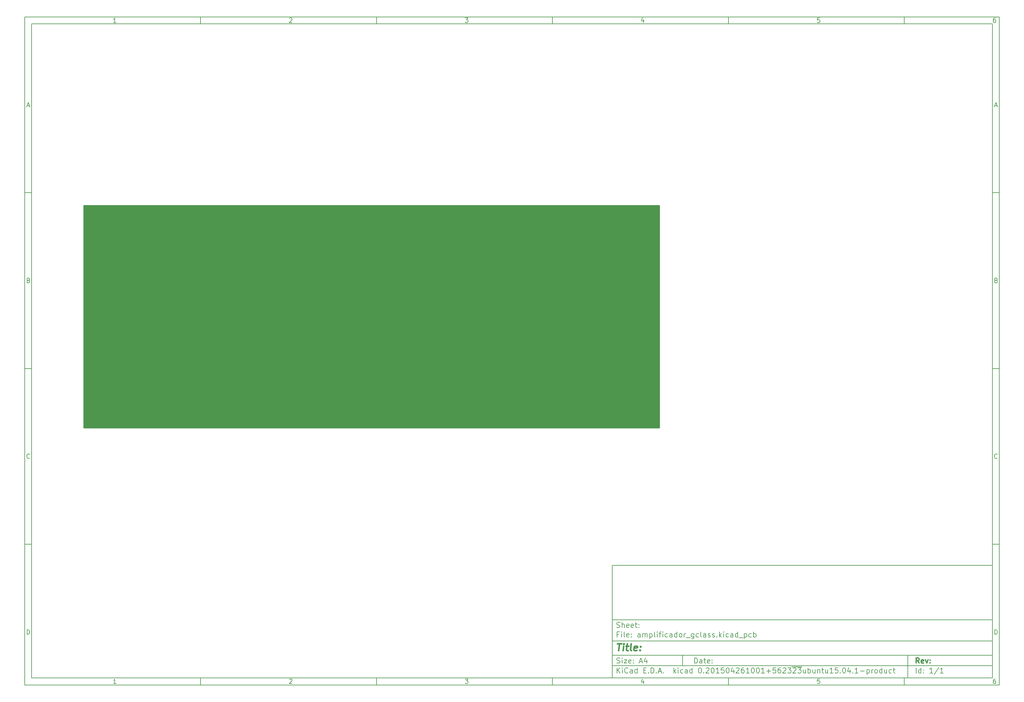
<source format=gbr>
G04 #@! TF.FileFunction,Copper,L2,Bot,Signal*
%FSLAX46Y46*%
G04 Gerber Fmt 4.6, Leading zero omitted, Abs format (unit mm)*
G04 Created by KiCad (PCBNEW 0.201504261001+5623~23~ubuntu15.04.1-product) date Fri 05 Jun 2015 12:02:43 AM ART*
%MOMM*%
G01*
G04 APERTURE LIST*
%ADD10C,0.100000*%
%ADD11C,0.150000*%
%ADD12C,0.300000*%
%ADD13C,0.400000*%
%ADD14C,1.699260*%
%ADD15R,1.699260X1.699260*%
%ADD16R,2.032000X1.727200*%
%ADD17O,2.032000X1.727200*%
%ADD18R,1.727200X2.032000*%
%ADD19O,1.727200X2.032000*%
%ADD20O,2.499360X1.501140*%
%ADD21O,1.501140X2.499360*%
%ADD22C,1.501140*%
%ADD23R,3.500120X3.500120*%
%ADD24C,1.998980*%
%ADD25R,2.032000X2.032000*%
%ADD26O,2.032000X2.032000*%
%ADD27C,4.064000*%
%ADD28C,0.600000*%
%ADD29C,0.381000*%
%ADD30C,0.254000*%
G04 APERTURE END LIST*
D10*
D11*
X177002200Y-166007200D02*
X177002200Y-198007200D01*
X285002200Y-198007200D01*
X285002200Y-166007200D01*
X177002200Y-166007200D01*
D10*
D11*
X10000000Y-10000000D02*
X10000000Y-200007200D01*
X287002200Y-200007200D01*
X287002200Y-10000000D01*
X10000000Y-10000000D01*
D10*
D11*
X12000000Y-12000000D02*
X12000000Y-198007200D01*
X285002200Y-198007200D01*
X285002200Y-12000000D01*
X12000000Y-12000000D01*
D10*
D11*
X60000000Y-12000000D02*
X60000000Y-10000000D01*
D10*
D11*
X110000000Y-12000000D02*
X110000000Y-10000000D01*
D10*
D11*
X160000000Y-12000000D02*
X160000000Y-10000000D01*
D10*
D11*
X210000000Y-12000000D02*
X210000000Y-10000000D01*
D10*
D11*
X260000000Y-12000000D02*
X260000000Y-10000000D01*
D10*
D11*
X35990476Y-11588095D02*
X35247619Y-11588095D01*
X35619048Y-11588095D02*
X35619048Y-10288095D01*
X35495238Y-10473810D01*
X35371429Y-10597619D01*
X35247619Y-10659524D01*
D10*
D11*
X85247619Y-10411905D02*
X85309524Y-10350000D01*
X85433333Y-10288095D01*
X85742857Y-10288095D01*
X85866667Y-10350000D01*
X85928571Y-10411905D01*
X85990476Y-10535714D01*
X85990476Y-10659524D01*
X85928571Y-10845238D01*
X85185714Y-11588095D01*
X85990476Y-11588095D01*
D10*
D11*
X135185714Y-10288095D02*
X135990476Y-10288095D01*
X135557143Y-10783333D01*
X135742857Y-10783333D01*
X135866667Y-10845238D01*
X135928571Y-10907143D01*
X135990476Y-11030952D01*
X135990476Y-11340476D01*
X135928571Y-11464286D01*
X135866667Y-11526190D01*
X135742857Y-11588095D01*
X135371429Y-11588095D01*
X135247619Y-11526190D01*
X135185714Y-11464286D01*
D10*
D11*
X185866667Y-10721429D02*
X185866667Y-11588095D01*
X185557143Y-10226190D02*
X185247619Y-11154762D01*
X186052381Y-11154762D01*
D10*
D11*
X235928571Y-10288095D02*
X235309524Y-10288095D01*
X235247619Y-10907143D01*
X235309524Y-10845238D01*
X235433333Y-10783333D01*
X235742857Y-10783333D01*
X235866667Y-10845238D01*
X235928571Y-10907143D01*
X235990476Y-11030952D01*
X235990476Y-11340476D01*
X235928571Y-11464286D01*
X235866667Y-11526190D01*
X235742857Y-11588095D01*
X235433333Y-11588095D01*
X235309524Y-11526190D01*
X235247619Y-11464286D01*
D10*
D11*
X285866667Y-10288095D02*
X285619048Y-10288095D01*
X285495238Y-10350000D01*
X285433333Y-10411905D01*
X285309524Y-10597619D01*
X285247619Y-10845238D01*
X285247619Y-11340476D01*
X285309524Y-11464286D01*
X285371429Y-11526190D01*
X285495238Y-11588095D01*
X285742857Y-11588095D01*
X285866667Y-11526190D01*
X285928571Y-11464286D01*
X285990476Y-11340476D01*
X285990476Y-11030952D01*
X285928571Y-10907143D01*
X285866667Y-10845238D01*
X285742857Y-10783333D01*
X285495238Y-10783333D01*
X285371429Y-10845238D01*
X285309524Y-10907143D01*
X285247619Y-11030952D01*
D10*
D11*
X60000000Y-198007200D02*
X60000000Y-200007200D01*
D10*
D11*
X110000000Y-198007200D02*
X110000000Y-200007200D01*
D10*
D11*
X160000000Y-198007200D02*
X160000000Y-200007200D01*
D10*
D11*
X210000000Y-198007200D02*
X210000000Y-200007200D01*
D10*
D11*
X260000000Y-198007200D02*
X260000000Y-200007200D01*
D10*
D11*
X35990476Y-199595295D02*
X35247619Y-199595295D01*
X35619048Y-199595295D02*
X35619048Y-198295295D01*
X35495238Y-198481010D01*
X35371429Y-198604819D01*
X35247619Y-198666724D01*
D10*
D11*
X85247619Y-198419105D02*
X85309524Y-198357200D01*
X85433333Y-198295295D01*
X85742857Y-198295295D01*
X85866667Y-198357200D01*
X85928571Y-198419105D01*
X85990476Y-198542914D01*
X85990476Y-198666724D01*
X85928571Y-198852438D01*
X85185714Y-199595295D01*
X85990476Y-199595295D01*
D10*
D11*
X135185714Y-198295295D02*
X135990476Y-198295295D01*
X135557143Y-198790533D01*
X135742857Y-198790533D01*
X135866667Y-198852438D01*
X135928571Y-198914343D01*
X135990476Y-199038152D01*
X135990476Y-199347676D01*
X135928571Y-199471486D01*
X135866667Y-199533390D01*
X135742857Y-199595295D01*
X135371429Y-199595295D01*
X135247619Y-199533390D01*
X135185714Y-199471486D01*
D10*
D11*
X185866667Y-198728629D02*
X185866667Y-199595295D01*
X185557143Y-198233390D02*
X185247619Y-199161962D01*
X186052381Y-199161962D01*
D10*
D11*
X235928571Y-198295295D02*
X235309524Y-198295295D01*
X235247619Y-198914343D01*
X235309524Y-198852438D01*
X235433333Y-198790533D01*
X235742857Y-198790533D01*
X235866667Y-198852438D01*
X235928571Y-198914343D01*
X235990476Y-199038152D01*
X235990476Y-199347676D01*
X235928571Y-199471486D01*
X235866667Y-199533390D01*
X235742857Y-199595295D01*
X235433333Y-199595295D01*
X235309524Y-199533390D01*
X235247619Y-199471486D01*
D10*
D11*
X285866667Y-198295295D02*
X285619048Y-198295295D01*
X285495238Y-198357200D01*
X285433333Y-198419105D01*
X285309524Y-198604819D01*
X285247619Y-198852438D01*
X285247619Y-199347676D01*
X285309524Y-199471486D01*
X285371429Y-199533390D01*
X285495238Y-199595295D01*
X285742857Y-199595295D01*
X285866667Y-199533390D01*
X285928571Y-199471486D01*
X285990476Y-199347676D01*
X285990476Y-199038152D01*
X285928571Y-198914343D01*
X285866667Y-198852438D01*
X285742857Y-198790533D01*
X285495238Y-198790533D01*
X285371429Y-198852438D01*
X285309524Y-198914343D01*
X285247619Y-199038152D01*
D10*
D11*
X10000000Y-60000000D02*
X12000000Y-60000000D01*
D10*
D11*
X10000000Y-110000000D02*
X12000000Y-110000000D01*
D10*
D11*
X10000000Y-160000000D02*
X12000000Y-160000000D01*
D10*
D11*
X10690476Y-35216667D02*
X11309524Y-35216667D01*
X10566667Y-35588095D02*
X11000000Y-34288095D01*
X11433333Y-35588095D01*
D10*
D11*
X11092857Y-84907143D02*
X11278571Y-84969048D01*
X11340476Y-85030952D01*
X11402381Y-85154762D01*
X11402381Y-85340476D01*
X11340476Y-85464286D01*
X11278571Y-85526190D01*
X11154762Y-85588095D01*
X10659524Y-85588095D01*
X10659524Y-84288095D01*
X11092857Y-84288095D01*
X11216667Y-84350000D01*
X11278571Y-84411905D01*
X11340476Y-84535714D01*
X11340476Y-84659524D01*
X11278571Y-84783333D01*
X11216667Y-84845238D01*
X11092857Y-84907143D01*
X10659524Y-84907143D01*
D10*
D11*
X11402381Y-135464286D02*
X11340476Y-135526190D01*
X11154762Y-135588095D01*
X11030952Y-135588095D01*
X10845238Y-135526190D01*
X10721429Y-135402381D01*
X10659524Y-135278571D01*
X10597619Y-135030952D01*
X10597619Y-134845238D01*
X10659524Y-134597619D01*
X10721429Y-134473810D01*
X10845238Y-134350000D01*
X11030952Y-134288095D01*
X11154762Y-134288095D01*
X11340476Y-134350000D01*
X11402381Y-134411905D01*
D10*
D11*
X10659524Y-185588095D02*
X10659524Y-184288095D01*
X10969048Y-184288095D01*
X11154762Y-184350000D01*
X11278571Y-184473810D01*
X11340476Y-184597619D01*
X11402381Y-184845238D01*
X11402381Y-185030952D01*
X11340476Y-185278571D01*
X11278571Y-185402381D01*
X11154762Y-185526190D01*
X10969048Y-185588095D01*
X10659524Y-185588095D01*
D10*
D11*
X287002200Y-60000000D02*
X285002200Y-60000000D01*
D10*
D11*
X287002200Y-110000000D02*
X285002200Y-110000000D01*
D10*
D11*
X287002200Y-160000000D02*
X285002200Y-160000000D01*
D10*
D11*
X285692676Y-35216667D02*
X286311724Y-35216667D01*
X285568867Y-35588095D02*
X286002200Y-34288095D01*
X286435533Y-35588095D01*
D10*
D11*
X286095057Y-84907143D02*
X286280771Y-84969048D01*
X286342676Y-85030952D01*
X286404581Y-85154762D01*
X286404581Y-85340476D01*
X286342676Y-85464286D01*
X286280771Y-85526190D01*
X286156962Y-85588095D01*
X285661724Y-85588095D01*
X285661724Y-84288095D01*
X286095057Y-84288095D01*
X286218867Y-84350000D01*
X286280771Y-84411905D01*
X286342676Y-84535714D01*
X286342676Y-84659524D01*
X286280771Y-84783333D01*
X286218867Y-84845238D01*
X286095057Y-84907143D01*
X285661724Y-84907143D01*
D10*
D11*
X286404581Y-135464286D02*
X286342676Y-135526190D01*
X286156962Y-135588095D01*
X286033152Y-135588095D01*
X285847438Y-135526190D01*
X285723629Y-135402381D01*
X285661724Y-135278571D01*
X285599819Y-135030952D01*
X285599819Y-134845238D01*
X285661724Y-134597619D01*
X285723629Y-134473810D01*
X285847438Y-134350000D01*
X286033152Y-134288095D01*
X286156962Y-134288095D01*
X286342676Y-134350000D01*
X286404581Y-134411905D01*
D10*
D11*
X285661724Y-185588095D02*
X285661724Y-184288095D01*
X285971248Y-184288095D01*
X286156962Y-184350000D01*
X286280771Y-184473810D01*
X286342676Y-184597619D01*
X286404581Y-184845238D01*
X286404581Y-185030952D01*
X286342676Y-185278571D01*
X286280771Y-185402381D01*
X286156962Y-185526190D01*
X285971248Y-185588095D01*
X285661724Y-185588095D01*
D10*
D11*
X200359343Y-193785771D02*
X200359343Y-192285771D01*
X200716486Y-192285771D01*
X200930771Y-192357200D01*
X201073629Y-192500057D01*
X201145057Y-192642914D01*
X201216486Y-192928629D01*
X201216486Y-193142914D01*
X201145057Y-193428629D01*
X201073629Y-193571486D01*
X200930771Y-193714343D01*
X200716486Y-193785771D01*
X200359343Y-193785771D01*
X202502200Y-193785771D02*
X202502200Y-193000057D01*
X202430771Y-192857200D01*
X202287914Y-192785771D01*
X202002200Y-192785771D01*
X201859343Y-192857200D01*
X202502200Y-193714343D02*
X202359343Y-193785771D01*
X202002200Y-193785771D01*
X201859343Y-193714343D01*
X201787914Y-193571486D01*
X201787914Y-193428629D01*
X201859343Y-193285771D01*
X202002200Y-193214343D01*
X202359343Y-193214343D01*
X202502200Y-193142914D01*
X203002200Y-192785771D02*
X203573629Y-192785771D01*
X203216486Y-192285771D02*
X203216486Y-193571486D01*
X203287914Y-193714343D01*
X203430772Y-193785771D01*
X203573629Y-193785771D01*
X204645057Y-193714343D02*
X204502200Y-193785771D01*
X204216486Y-193785771D01*
X204073629Y-193714343D01*
X204002200Y-193571486D01*
X204002200Y-193000057D01*
X204073629Y-192857200D01*
X204216486Y-192785771D01*
X204502200Y-192785771D01*
X204645057Y-192857200D01*
X204716486Y-193000057D01*
X204716486Y-193142914D01*
X204002200Y-193285771D01*
X205359343Y-193642914D02*
X205430771Y-193714343D01*
X205359343Y-193785771D01*
X205287914Y-193714343D01*
X205359343Y-193642914D01*
X205359343Y-193785771D01*
X205359343Y-192857200D02*
X205430771Y-192928629D01*
X205359343Y-193000057D01*
X205287914Y-192928629D01*
X205359343Y-192857200D01*
X205359343Y-193000057D01*
D10*
D11*
X177002200Y-194507200D02*
X285002200Y-194507200D01*
D10*
D11*
X178359343Y-196585771D02*
X178359343Y-195085771D01*
X179216486Y-196585771D02*
X178573629Y-195728629D01*
X179216486Y-195085771D02*
X178359343Y-195942914D01*
X179859343Y-196585771D02*
X179859343Y-195585771D01*
X179859343Y-195085771D02*
X179787914Y-195157200D01*
X179859343Y-195228629D01*
X179930771Y-195157200D01*
X179859343Y-195085771D01*
X179859343Y-195228629D01*
X181430772Y-196442914D02*
X181359343Y-196514343D01*
X181145057Y-196585771D01*
X181002200Y-196585771D01*
X180787915Y-196514343D01*
X180645057Y-196371486D01*
X180573629Y-196228629D01*
X180502200Y-195942914D01*
X180502200Y-195728629D01*
X180573629Y-195442914D01*
X180645057Y-195300057D01*
X180787915Y-195157200D01*
X181002200Y-195085771D01*
X181145057Y-195085771D01*
X181359343Y-195157200D01*
X181430772Y-195228629D01*
X182716486Y-196585771D02*
X182716486Y-195800057D01*
X182645057Y-195657200D01*
X182502200Y-195585771D01*
X182216486Y-195585771D01*
X182073629Y-195657200D01*
X182716486Y-196514343D02*
X182573629Y-196585771D01*
X182216486Y-196585771D01*
X182073629Y-196514343D01*
X182002200Y-196371486D01*
X182002200Y-196228629D01*
X182073629Y-196085771D01*
X182216486Y-196014343D01*
X182573629Y-196014343D01*
X182716486Y-195942914D01*
X184073629Y-196585771D02*
X184073629Y-195085771D01*
X184073629Y-196514343D02*
X183930772Y-196585771D01*
X183645058Y-196585771D01*
X183502200Y-196514343D01*
X183430772Y-196442914D01*
X183359343Y-196300057D01*
X183359343Y-195871486D01*
X183430772Y-195728629D01*
X183502200Y-195657200D01*
X183645058Y-195585771D01*
X183930772Y-195585771D01*
X184073629Y-195657200D01*
X185930772Y-195800057D02*
X186430772Y-195800057D01*
X186645058Y-196585771D02*
X185930772Y-196585771D01*
X185930772Y-195085771D01*
X186645058Y-195085771D01*
X187287915Y-196442914D02*
X187359343Y-196514343D01*
X187287915Y-196585771D01*
X187216486Y-196514343D01*
X187287915Y-196442914D01*
X187287915Y-196585771D01*
X188002201Y-196585771D02*
X188002201Y-195085771D01*
X188359344Y-195085771D01*
X188573629Y-195157200D01*
X188716487Y-195300057D01*
X188787915Y-195442914D01*
X188859344Y-195728629D01*
X188859344Y-195942914D01*
X188787915Y-196228629D01*
X188716487Y-196371486D01*
X188573629Y-196514343D01*
X188359344Y-196585771D01*
X188002201Y-196585771D01*
X189502201Y-196442914D02*
X189573629Y-196514343D01*
X189502201Y-196585771D01*
X189430772Y-196514343D01*
X189502201Y-196442914D01*
X189502201Y-196585771D01*
X190145058Y-196157200D02*
X190859344Y-196157200D01*
X190002201Y-196585771D02*
X190502201Y-195085771D01*
X191002201Y-196585771D01*
X191502201Y-196442914D02*
X191573629Y-196514343D01*
X191502201Y-196585771D01*
X191430772Y-196514343D01*
X191502201Y-196442914D01*
X191502201Y-196585771D01*
X194502201Y-196585771D02*
X194502201Y-195085771D01*
X194645058Y-196014343D02*
X195073629Y-196585771D01*
X195073629Y-195585771D02*
X194502201Y-196157200D01*
X195716487Y-196585771D02*
X195716487Y-195585771D01*
X195716487Y-195085771D02*
X195645058Y-195157200D01*
X195716487Y-195228629D01*
X195787915Y-195157200D01*
X195716487Y-195085771D01*
X195716487Y-195228629D01*
X197073630Y-196514343D02*
X196930773Y-196585771D01*
X196645059Y-196585771D01*
X196502201Y-196514343D01*
X196430773Y-196442914D01*
X196359344Y-196300057D01*
X196359344Y-195871486D01*
X196430773Y-195728629D01*
X196502201Y-195657200D01*
X196645059Y-195585771D01*
X196930773Y-195585771D01*
X197073630Y-195657200D01*
X198359344Y-196585771D02*
X198359344Y-195800057D01*
X198287915Y-195657200D01*
X198145058Y-195585771D01*
X197859344Y-195585771D01*
X197716487Y-195657200D01*
X198359344Y-196514343D02*
X198216487Y-196585771D01*
X197859344Y-196585771D01*
X197716487Y-196514343D01*
X197645058Y-196371486D01*
X197645058Y-196228629D01*
X197716487Y-196085771D01*
X197859344Y-196014343D01*
X198216487Y-196014343D01*
X198359344Y-195942914D01*
X199716487Y-196585771D02*
X199716487Y-195085771D01*
X199716487Y-196514343D02*
X199573630Y-196585771D01*
X199287916Y-196585771D01*
X199145058Y-196514343D01*
X199073630Y-196442914D01*
X199002201Y-196300057D01*
X199002201Y-195871486D01*
X199073630Y-195728629D01*
X199145058Y-195657200D01*
X199287916Y-195585771D01*
X199573630Y-195585771D01*
X199716487Y-195657200D01*
X201859344Y-195085771D02*
X202002201Y-195085771D01*
X202145058Y-195157200D01*
X202216487Y-195228629D01*
X202287916Y-195371486D01*
X202359344Y-195657200D01*
X202359344Y-196014343D01*
X202287916Y-196300057D01*
X202216487Y-196442914D01*
X202145058Y-196514343D01*
X202002201Y-196585771D01*
X201859344Y-196585771D01*
X201716487Y-196514343D01*
X201645058Y-196442914D01*
X201573630Y-196300057D01*
X201502201Y-196014343D01*
X201502201Y-195657200D01*
X201573630Y-195371486D01*
X201645058Y-195228629D01*
X201716487Y-195157200D01*
X201859344Y-195085771D01*
X203002201Y-196442914D02*
X203073629Y-196514343D01*
X203002201Y-196585771D01*
X202930772Y-196514343D01*
X203002201Y-196442914D01*
X203002201Y-196585771D01*
X203645058Y-195228629D02*
X203716487Y-195157200D01*
X203859344Y-195085771D01*
X204216487Y-195085771D01*
X204359344Y-195157200D01*
X204430773Y-195228629D01*
X204502201Y-195371486D01*
X204502201Y-195514343D01*
X204430773Y-195728629D01*
X203573630Y-196585771D01*
X204502201Y-196585771D01*
X205430772Y-195085771D02*
X205573629Y-195085771D01*
X205716486Y-195157200D01*
X205787915Y-195228629D01*
X205859344Y-195371486D01*
X205930772Y-195657200D01*
X205930772Y-196014343D01*
X205859344Y-196300057D01*
X205787915Y-196442914D01*
X205716486Y-196514343D01*
X205573629Y-196585771D01*
X205430772Y-196585771D01*
X205287915Y-196514343D01*
X205216486Y-196442914D01*
X205145058Y-196300057D01*
X205073629Y-196014343D01*
X205073629Y-195657200D01*
X205145058Y-195371486D01*
X205216486Y-195228629D01*
X205287915Y-195157200D01*
X205430772Y-195085771D01*
X207359343Y-196585771D02*
X206502200Y-196585771D01*
X206930772Y-196585771D02*
X206930772Y-195085771D01*
X206787915Y-195300057D01*
X206645057Y-195442914D01*
X206502200Y-195514343D01*
X208716486Y-195085771D02*
X208002200Y-195085771D01*
X207930771Y-195800057D01*
X208002200Y-195728629D01*
X208145057Y-195657200D01*
X208502200Y-195657200D01*
X208645057Y-195728629D01*
X208716486Y-195800057D01*
X208787914Y-195942914D01*
X208787914Y-196300057D01*
X208716486Y-196442914D01*
X208645057Y-196514343D01*
X208502200Y-196585771D01*
X208145057Y-196585771D01*
X208002200Y-196514343D01*
X207930771Y-196442914D01*
X209716485Y-195085771D02*
X209859342Y-195085771D01*
X210002199Y-195157200D01*
X210073628Y-195228629D01*
X210145057Y-195371486D01*
X210216485Y-195657200D01*
X210216485Y-196014343D01*
X210145057Y-196300057D01*
X210073628Y-196442914D01*
X210002199Y-196514343D01*
X209859342Y-196585771D01*
X209716485Y-196585771D01*
X209573628Y-196514343D01*
X209502199Y-196442914D01*
X209430771Y-196300057D01*
X209359342Y-196014343D01*
X209359342Y-195657200D01*
X209430771Y-195371486D01*
X209502199Y-195228629D01*
X209573628Y-195157200D01*
X209716485Y-195085771D01*
X211502199Y-195585771D02*
X211502199Y-196585771D01*
X211145056Y-195014343D02*
X210787913Y-196085771D01*
X211716485Y-196085771D01*
X212216484Y-195228629D02*
X212287913Y-195157200D01*
X212430770Y-195085771D01*
X212787913Y-195085771D01*
X212930770Y-195157200D01*
X213002199Y-195228629D01*
X213073627Y-195371486D01*
X213073627Y-195514343D01*
X213002199Y-195728629D01*
X212145056Y-196585771D01*
X213073627Y-196585771D01*
X214359341Y-195085771D02*
X214073627Y-195085771D01*
X213930770Y-195157200D01*
X213859341Y-195228629D01*
X213716484Y-195442914D01*
X213645055Y-195728629D01*
X213645055Y-196300057D01*
X213716484Y-196442914D01*
X213787912Y-196514343D01*
X213930770Y-196585771D01*
X214216484Y-196585771D01*
X214359341Y-196514343D01*
X214430770Y-196442914D01*
X214502198Y-196300057D01*
X214502198Y-195942914D01*
X214430770Y-195800057D01*
X214359341Y-195728629D01*
X214216484Y-195657200D01*
X213930770Y-195657200D01*
X213787912Y-195728629D01*
X213716484Y-195800057D01*
X213645055Y-195942914D01*
X215930769Y-196585771D02*
X215073626Y-196585771D01*
X215502198Y-196585771D02*
X215502198Y-195085771D01*
X215359341Y-195300057D01*
X215216483Y-195442914D01*
X215073626Y-195514343D01*
X216859340Y-195085771D02*
X217002197Y-195085771D01*
X217145054Y-195157200D01*
X217216483Y-195228629D01*
X217287912Y-195371486D01*
X217359340Y-195657200D01*
X217359340Y-196014343D01*
X217287912Y-196300057D01*
X217216483Y-196442914D01*
X217145054Y-196514343D01*
X217002197Y-196585771D01*
X216859340Y-196585771D01*
X216716483Y-196514343D01*
X216645054Y-196442914D01*
X216573626Y-196300057D01*
X216502197Y-196014343D01*
X216502197Y-195657200D01*
X216573626Y-195371486D01*
X216645054Y-195228629D01*
X216716483Y-195157200D01*
X216859340Y-195085771D01*
X218287911Y-195085771D02*
X218430768Y-195085771D01*
X218573625Y-195157200D01*
X218645054Y-195228629D01*
X218716483Y-195371486D01*
X218787911Y-195657200D01*
X218787911Y-196014343D01*
X218716483Y-196300057D01*
X218645054Y-196442914D01*
X218573625Y-196514343D01*
X218430768Y-196585771D01*
X218287911Y-196585771D01*
X218145054Y-196514343D01*
X218073625Y-196442914D01*
X218002197Y-196300057D01*
X217930768Y-196014343D01*
X217930768Y-195657200D01*
X218002197Y-195371486D01*
X218073625Y-195228629D01*
X218145054Y-195157200D01*
X218287911Y-195085771D01*
X220216482Y-196585771D02*
X219359339Y-196585771D01*
X219787911Y-196585771D02*
X219787911Y-195085771D01*
X219645054Y-195300057D01*
X219502196Y-195442914D01*
X219359339Y-195514343D01*
X220859339Y-196014343D02*
X222002196Y-196014343D01*
X221430767Y-196585771D02*
X221430767Y-195442914D01*
X223430768Y-195085771D02*
X222716482Y-195085771D01*
X222645053Y-195800057D01*
X222716482Y-195728629D01*
X222859339Y-195657200D01*
X223216482Y-195657200D01*
X223359339Y-195728629D01*
X223430768Y-195800057D01*
X223502196Y-195942914D01*
X223502196Y-196300057D01*
X223430768Y-196442914D01*
X223359339Y-196514343D01*
X223216482Y-196585771D01*
X222859339Y-196585771D01*
X222716482Y-196514343D01*
X222645053Y-196442914D01*
X224787910Y-195085771D02*
X224502196Y-195085771D01*
X224359339Y-195157200D01*
X224287910Y-195228629D01*
X224145053Y-195442914D01*
X224073624Y-195728629D01*
X224073624Y-196300057D01*
X224145053Y-196442914D01*
X224216481Y-196514343D01*
X224359339Y-196585771D01*
X224645053Y-196585771D01*
X224787910Y-196514343D01*
X224859339Y-196442914D01*
X224930767Y-196300057D01*
X224930767Y-195942914D01*
X224859339Y-195800057D01*
X224787910Y-195728629D01*
X224645053Y-195657200D01*
X224359339Y-195657200D01*
X224216481Y-195728629D01*
X224145053Y-195800057D01*
X224073624Y-195942914D01*
X225502195Y-195228629D02*
X225573624Y-195157200D01*
X225716481Y-195085771D01*
X226073624Y-195085771D01*
X226216481Y-195157200D01*
X226287910Y-195228629D01*
X226359338Y-195371486D01*
X226359338Y-195514343D01*
X226287910Y-195728629D01*
X225430767Y-196585771D01*
X226359338Y-196585771D01*
X226859338Y-195085771D02*
X227787909Y-195085771D01*
X227287909Y-195657200D01*
X227502195Y-195657200D01*
X227645052Y-195728629D01*
X227716481Y-195800057D01*
X227787909Y-195942914D01*
X227787909Y-196300057D01*
X227716481Y-196442914D01*
X227645052Y-196514343D01*
X227502195Y-196585771D01*
X227073623Y-196585771D01*
X226930766Y-196514343D01*
X226859338Y-196442914D01*
X228359337Y-195228629D02*
X228430766Y-195157200D01*
X228573623Y-195085771D01*
X228930766Y-195085771D01*
X229073623Y-195157200D01*
X229145052Y-195228629D01*
X229216480Y-195371486D01*
X229216480Y-195514343D01*
X229145052Y-195728629D01*
X228287909Y-196585771D01*
X229216480Y-196585771D01*
X229716480Y-195085771D02*
X230645051Y-195085771D01*
X230145051Y-195657200D01*
X230359337Y-195657200D01*
X230502194Y-195728629D01*
X230573623Y-195800057D01*
X230645051Y-195942914D01*
X230645051Y-196300057D01*
X230573623Y-196442914D01*
X230502194Y-196514343D01*
X230359337Y-196585771D01*
X229930765Y-196585771D01*
X229787908Y-196514343D01*
X229716480Y-196442914D01*
X228073623Y-194827200D02*
X230930765Y-194827200D01*
X231930765Y-195585771D02*
X231930765Y-196585771D01*
X231287908Y-195585771D02*
X231287908Y-196371486D01*
X231359336Y-196514343D01*
X231502194Y-196585771D01*
X231716479Y-196585771D01*
X231859336Y-196514343D01*
X231930765Y-196442914D01*
X232645051Y-196585771D02*
X232645051Y-195085771D01*
X232645051Y-195657200D02*
X232787908Y-195585771D01*
X233073622Y-195585771D01*
X233216479Y-195657200D01*
X233287908Y-195728629D01*
X233359337Y-195871486D01*
X233359337Y-196300057D01*
X233287908Y-196442914D01*
X233216479Y-196514343D01*
X233073622Y-196585771D01*
X232787908Y-196585771D01*
X232645051Y-196514343D01*
X234645051Y-195585771D02*
X234645051Y-196585771D01*
X234002194Y-195585771D02*
X234002194Y-196371486D01*
X234073622Y-196514343D01*
X234216480Y-196585771D01*
X234430765Y-196585771D01*
X234573622Y-196514343D01*
X234645051Y-196442914D01*
X235359337Y-195585771D02*
X235359337Y-196585771D01*
X235359337Y-195728629D02*
X235430765Y-195657200D01*
X235573623Y-195585771D01*
X235787908Y-195585771D01*
X235930765Y-195657200D01*
X236002194Y-195800057D01*
X236002194Y-196585771D01*
X236502194Y-195585771D02*
X237073623Y-195585771D01*
X236716480Y-195085771D02*
X236716480Y-196371486D01*
X236787908Y-196514343D01*
X236930766Y-196585771D01*
X237073623Y-196585771D01*
X238216480Y-195585771D02*
X238216480Y-196585771D01*
X237573623Y-195585771D02*
X237573623Y-196371486D01*
X237645051Y-196514343D01*
X237787909Y-196585771D01*
X238002194Y-196585771D01*
X238145051Y-196514343D01*
X238216480Y-196442914D01*
X239716480Y-196585771D02*
X238859337Y-196585771D01*
X239287909Y-196585771D02*
X239287909Y-195085771D01*
X239145052Y-195300057D01*
X239002194Y-195442914D01*
X238859337Y-195514343D01*
X241073623Y-195085771D02*
X240359337Y-195085771D01*
X240287908Y-195800057D01*
X240359337Y-195728629D01*
X240502194Y-195657200D01*
X240859337Y-195657200D01*
X241002194Y-195728629D01*
X241073623Y-195800057D01*
X241145051Y-195942914D01*
X241145051Y-196300057D01*
X241073623Y-196442914D01*
X241002194Y-196514343D01*
X240859337Y-196585771D01*
X240502194Y-196585771D01*
X240359337Y-196514343D01*
X240287908Y-196442914D01*
X241787908Y-196442914D02*
X241859336Y-196514343D01*
X241787908Y-196585771D01*
X241716479Y-196514343D01*
X241787908Y-196442914D01*
X241787908Y-196585771D01*
X242787908Y-195085771D02*
X242930765Y-195085771D01*
X243073622Y-195157200D01*
X243145051Y-195228629D01*
X243216480Y-195371486D01*
X243287908Y-195657200D01*
X243287908Y-196014343D01*
X243216480Y-196300057D01*
X243145051Y-196442914D01*
X243073622Y-196514343D01*
X242930765Y-196585771D01*
X242787908Y-196585771D01*
X242645051Y-196514343D01*
X242573622Y-196442914D01*
X242502194Y-196300057D01*
X242430765Y-196014343D01*
X242430765Y-195657200D01*
X242502194Y-195371486D01*
X242573622Y-195228629D01*
X242645051Y-195157200D01*
X242787908Y-195085771D01*
X244573622Y-195585771D02*
X244573622Y-196585771D01*
X244216479Y-195014343D02*
X243859336Y-196085771D01*
X244787908Y-196085771D01*
X245359336Y-196442914D02*
X245430764Y-196514343D01*
X245359336Y-196585771D01*
X245287907Y-196514343D01*
X245359336Y-196442914D01*
X245359336Y-196585771D01*
X246859336Y-196585771D02*
X246002193Y-196585771D01*
X246430765Y-196585771D02*
X246430765Y-195085771D01*
X246287908Y-195300057D01*
X246145050Y-195442914D01*
X246002193Y-195514343D01*
X247502193Y-196014343D02*
X248645050Y-196014343D01*
X249359336Y-195585771D02*
X249359336Y-197085771D01*
X249359336Y-195657200D02*
X249502193Y-195585771D01*
X249787907Y-195585771D01*
X249930764Y-195657200D01*
X250002193Y-195728629D01*
X250073622Y-195871486D01*
X250073622Y-196300057D01*
X250002193Y-196442914D01*
X249930764Y-196514343D01*
X249787907Y-196585771D01*
X249502193Y-196585771D01*
X249359336Y-196514343D01*
X250716479Y-196585771D02*
X250716479Y-195585771D01*
X250716479Y-195871486D02*
X250787907Y-195728629D01*
X250859336Y-195657200D01*
X251002193Y-195585771D01*
X251145050Y-195585771D01*
X251859336Y-196585771D02*
X251716478Y-196514343D01*
X251645050Y-196442914D01*
X251573621Y-196300057D01*
X251573621Y-195871486D01*
X251645050Y-195728629D01*
X251716478Y-195657200D01*
X251859336Y-195585771D01*
X252073621Y-195585771D01*
X252216478Y-195657200D01*
X252287907Y-195728629D01*
X252359336Y-195871486D01*
X252359336Y-196300057D01*
X252287907Y-196442914D01*
X252216478Y-196514343D01*
X252073621Y-196585771D01*
X251859336Y-196585771D01*
X253645050Y-196585771D02*
X253645050Y-195085771D01*
X253645050Y-196514343D02*
X253502193Y-196585771D01*
X253216479Y-196585771D01*
X253073621Y-196514343D01*
X253002193Y-196442914D01*
X252930764Y-196300057D01*
X252930764Y-195871486D01*
X253002193Y-195728629D01*
X253073621Y-195657200D01*
X253216479Y-195585771D01*
X253502193Y-195585771D01*
X253645050Y-195657200D01*
X255002193Y-195585771D02*
X255002193Y-196585771D01*
X254359336Y-195585771D02*
X254359336Y-196371486D01*
X254430764Y-196514343D01*
X254573622Y-196585771D01*
X254787907Y-196585771D01*
X254930764Y-196514343D01*
X255002193Y-196442914D01*
X256359336Y-196514343D02*
X256216479Y-196585771D01*
X255930765Y-196585771D01*
X255787907Y-196514343D01*
X255716479Y-196442914D01*
X255645050Y-196300057D01*
X255645050Y-195871486D01*
X255716479Y-195728629D01*
X255787907Y-195657200D01*
X255930765Y-195585771D01*
X256216479Y-195585771D01*
X256359336Y-195657200D01*
X256787907Y-195585771D02*
X257359336Y-195585771D01*
X257002193Y-195085771D02*
X257002193Y-196371486D01*
X257073621Y-196514343D01*
X257216479Y-196585771D01*
X257359336Y-196585771D01*
D10*
D11*
X177002200Y-191507200D02*
X285002200Y-191507200D01*
D10*
D12*
X264216486Y-193785771D02*
X263716486Y-193071486D01*
X263359343Y-193785771D02*
X263359343Y-192285771D01*
X263930771Y-192285771D01*
X264073629Y-192357200D01*
X264145057Y-192428629D01*
X264216486Y-192571486D01*
X264216486Y-192785771D01*
X264145057Y-192928629D01*
X264073629Y-193000057D01*
X263930771Y-193071486D01*
X263359343Y-193071486D01*
X265430771Y-193714343D02*
X265287914Y-193785771D01*
X265002200Y-193785771D01*
X264859343Y-193714343D01*
X264787914Y-193571486D01*
X264787914Y-193000057D01*
X264859343Y-192857200D01*
X265002200Y-192785771D01*
X265287914Y-192785771D01*
X265430771Y-192857200D01*
X265502200Y-193000057D01*
X265502200Y-193142914D01*
X264787914Y-193285771D01*
X266002200Y-192785771D02*
X266359343Y-193785771D01*
X266716485Y-192785771D01*
X267287914Y-193642914D02*
X267359342Y-193714343D01*
X267287914Y-193785771D01*
X267216485Y-193714343D01*
X267287914Y-193642914D01*
X267287914Y-193785771D01*
X267287914Y-192857200D02*
X267359342Y-192928629D01*
X267287914Y-193000057D01*
X267216485Y-192928629D01*
X267287914Y-192857200D01*
X267287914Y-193000057D01*
D10*
D11*
X178287914Y-193714343D02*
X178502200Y-193785771D01*
X178859343Y-193785771D01*
X179002200Y-193714343D01*
X179073629Y-193642914D01*
X179145057Y-193500057D01*
X179145057Y-193357200D01*
X179073629Y-193214343D01*
X179002200Y-193142914D01*
X178859343Y-193071486D01*
X178573629Y-193000057D01*
X178430771Y-192928629D01*
X178359343Y-192857200D01*
X178287914Y-192714343D01*
X178287914Y-192571486D01*
X178359343Y-192428629D01*
X178430771Y-192357200D01*
X178573629Y-192285771D01*
X178930771Y-192285771D01*
X179145057Y-192357200D01*
X179787914Y-193785771D02*
X179787914Y-192785771D01*
X179787914Y-192285771D02*
X179716485Y-192357200D01*
X179787914Y-192428629D01*
X179859342Y-192357200D01*
X179787914Y-192285771D01*
X179787914Y-192428629D01*
X180359343Y-192785771D02*
X181145057Y-192785771D01*
X180359343Y-193785771D01*
X181145057Y-193785771D01*
X182287914Y-193714343D02*
X182145057Y-193785771D01*
X181859343Y-193785771D01*
X181716486Y-193714343D01*
X181645057Y-193571486D01*
X181645057Y-193000057D01*
X181716486Y-192857200D01*
X181859343Y-192785771D01*
X182145057Y-192785771D01*
X182287914Y-192857200D01*
X182359343Y-193000057D01*
X182359343Y-193142914D01*
X181645057Y-193285771D01*
X183002200Y-193642914D02*
X183073628Y-193714343D01*
X183002200Y-193785771D01*
X182930771Y-193714343D01*
X183002200Y-193642914D01*
X183002200Y-193785771D01*
X183002200Y-192857200D02*
X183073628Y-192928629D01*
X183002200Y-193000057D01*
X182930771Y-192928629D01*
X183002200Y-192857200D01*
X183002200Y-193000057D01*
X184787914Y-193357200D02*
X185502200Y-193357200D01*
X184645057Y-193785771D02*
X185145057Y-192285771D01*
X185645057Y-193785771D01*
X186787914Y-192785771D02*
X186787914Y-193785771D01*
X186430771Y-192214343D02*
X186073628Y-193285771D01*
X187002200Y-193285771D01*
D10*
D11*
X263359343Y-196585771D02*
X263359343Y-195085771D01*
X264716486Y-196585771D02*
X264716486Y-195085771D01*
X264716486Y-196514343D02*
X264573629Y-196585771D01*
X264287915Y-196585771D01*
X264145057Y-196514343D01*
X264073629Y-196442914D01*
X264002200Y-196300057D01*
X264002200Y-195871486D01*
X264073629Y-195728629D01*
X264145057Y-195657200D01*
X264287915Y-195585771D01*
X264573629Y-195585771D01*
X264716486Y-195657200D01*
X265430772Y-196442914D02*
X265502200Y-196514343D01*
X265430772Y-196585771D01*
X265359343Y-196514343D01*
X265430772Y-196442914D01*
X265430772Y-196585771D01*
X265430772Y-195657200D02*
X265502200Y-195728629D01*
X265430772Y-195800057D01*
X265359343Y-195728629D01*
X265430772Y-195657200D01*
X265430772Y-195800057D01*
X268073629Y-196585771D02*
X267216486Y-196585771D01*
X267645058Y-196585771D02*
X267645058Y-195085771D01*
X267502201Y-195300057D01*
X267359343Y-195442914D01*
X267216486Y-195514343D01*
X269787914Y-195014343D02*
X268502200Y-196942914D01*
X271073629Y-196585771D02*
X270216486Y-196585771D01*
X270645058Y-196585771D02*
X270645058Y-195085771D01*
X270502201Y-195300057D01*
X270359343Y-195442914D01*
X270216486Y-195514343D01*
D10*
D11*
X177002200Y-187507200D02*
X285002200Y-187507200D01*
D10*
D13*
X178454581Y-188211962D02*
X179597438Y-188211962D01*
X178776010Y-190211962D02*
X179026010Y-188211962D01*
X180014105Y-190211962D02*
X180180771Y-188878629D01*
X180264105Y-188211962D02*
X180156962Y-188307200D01*
X180240295Y-188402438D01*
X180347439Y-188307200D01*
X180264105Y-188211962D01*
X180240295Y-188402438D01*
X180847438Y-188878629D02*
X181609343Y-188878629D01*
X181216486Y-188211962D02*
X181002200Y-189926248D01*
X181073630Y-190116724D01*
X181252201Y-190211962D01*
X181442677Y-190211962D01*
X182395058Y-190211962D02*
X182216487Y-190116724D01*
X182145057Y-189926248D01*
X182359343Y-188211962D01*
X183930772Y-190116724D02*
X183728391Y-190211962D01*
X183347439Y-190211962D01*
X183168867Y-190116724D01*
X183097438Y-189926248D01*
X183192676Y-189164343D01*
X183311724Y-188973867D01*
X183514105Y-188878629D01*
X183895057Y-188878629D01*
X184073629Y-188973867D01*
X184145057Y-189164343D01*
X184121248Y-189354819D01*
X183145057Y-189545295D01*
X184895057Y-190021486D02*
X184978392Y-190116724D01*
X184871248Y-190211962D01*
X184787915Y-190116724D01*
X184895057Y-190021486D01*
X184871248Y-190211962D01*
X185026010Y-188973867D02*
X185109344Y-189069105D01*
X185002200Y-189164343D01*
X184918867Y-189069105D01*
X185026010Y-188973867D01*
X185002200Y-189164343D01*
D10*
D11*
X178859343Y-185600057D02*
X178359343Y-185600057D01*
X178359343Y-186385771D02*
X178359343Y-184885771D01*
X179073629Y-184885771D01*
X179645057Y-186385771D02*
X179645057Y-185385771D01*
X179645057Y-184885771D02*
X179573628Y-184957200D01*
X179645057Y-185028629D01*
X179716485Y-184957200D01*
X179645057Y-184885771D01*
X179645057Y-185028629D01*
X180573629Y-186385771D02*
X180430771Y-186314343D01*
X180359343Y-186171486D01*
X180359343Y-184885771D01*
X181716485Y-186314343D02*
X181573628Y-186385771D01*
X181287914Y-186385771D01*
X181145057Y-186314343D01*
X181073628Y-186171486D01*
X181073628Y-185600057D01*
X181145057Y-185457200D01*
X181287914Y-185385771D01*
X181573628Y-185385771D01*
X181716485Y-185457200D01*
X181787914Y-185600057D01*
X181787914Y-185742914D01*
X181073628Y-185885771D01*
X182430771Y-186242914D02*
X182502199Y-186314343D01*
X182430771Y-186385771D01*
X182359342Y-186314343D01*
X182430771Y-186242914D01*
X182430771Y-186385771D01*
X182430771Y-185457200D02*
X182502199Y-185528629D01*
X182430771Y-185600057D01*
X182359342Y-185528629D01*
X182430771Y-185457200D01*
X182430771Y-185600057D01*
X184930771Y-186385771D02*
X184930771Y-185600057D01*
X184859342Y-185457200D01*
X184716485Y-185385771D01*
X184430771Y-185385771D01*
X184287914Y-185457200D01*
X184930771Y-186314343D02*
X184787914Y-186385771D01*
X184430771Y-186385771D01*
X184287914Y-186314343D01*
X184216485Y-186171486D01*
X184216485Y-186028629D01*
X184287914Y-185885771D01*
X184430771Y-185814343D01*
X184787914Y-185814343D01*
X184930771Y-185742914D01*
X185645057Y-186385771D02*
X185645057Y-185385771D01*
X185645057Y-185528629D02*
X185716485Y-185457200D01*
X185859343Y-185385771D01*
X186073628Y-185385771D01*
X186216485Y-185457200D01*
X186287914Y-185600057D01*
X186287914Y-186385771D01*
X186287914Y-185600057D02*
X186359343Y-185457200D01*
X186502200Y-185385771D01*
X186716485Y-185385771D01*
X186859343Y-185457200D01*
X186930771Y-185600057D01*
X186930771Y-186385771D01*
X187645057Y-185385771D02*
X187645057Y-186885771D01*
X187645057Y-185457200D02*
X187787914Y-185385771D01*
X188073628Y-185385771D01*
X188216485Y-185457200D01*
X188287914Y-185528629D01*
X188359343Y-185671486D01*
X188359343Y-186100057D01*
X188287914Y-186242914D01*
X188216485Y-186314343D01*
X188073628Y-186385771D01*
X187787914Y-186385771D01*
X187645057Y-186314343D01*
X189216486Y-186385771D02*
X189073628Y-186314343D01*
X189002200Y-186171486D01*
X189002200Y-184885771D01*
X189787914Y-186385771D02*
X189787914Y-185385771D01*
X189787914Y-184885771D02*
X189716485Y-184957200D01*
X189787914Y-185028629D01*
X189859342Y-184957200D01*
X189787914Y-184885771D01*
X189787914Y-185028629D01*
X190287914Y-185385771D02*
X190859343Y-185385771D01*
X190502200Y-186385771D02*
X190502200Y-185100057D01*
X190573628Y-184957200D01*
X190716486Y-184885771D01*
X190859343Y-184885771D01*
X191359343Y-186385771D02*
X191359343Y-185385771D01*
X191359343Y-184885771D02*
X191287914Y-184957200D01*
X191359343Y-185028629D01*
X191430771Y-184957200D01*
X191359343Y-184885771D01*
X191359343Y-185028629D01*
X192716486Y-186314343D02*
X192573629Y-186385771D01*
X192287915Y-186385771D01*
X192145057Y-186314343D01*
X192073629Y-186242914D01*
X192002200Y-186100057D01*
X192002200Y-185671486D01*
X192073629Y-185528629D01*
X192145057Y-185457200D01*
X192287915Y-185385771D01*
X192573629Y-185385771D01*
X192716486Y-185457200D01*
X194002200Y-186385771D02*
X194002200Y-185600057D01*
X193930771Y-185457200D01*
X193787914Y-185385771D01*
X193502200Y-185385771D01*
X193359343Y-185457200D01*
X194002200Y-186314343D02*
X193859343Y-186385771D01*
X193502200Y-186385771D01*
X193359343Y-186314343D01*
X193287914Y-186171486D01*
X193287914Y-186028629D01*
X193359343Y-185885771D01*
X193502200Y-185814343D01*
X193859343Y-185814343D01*
X194002200Y-185742914D01*
X195359343Y-186385771D02*
X195359343Y-184885771D01*
X195359343Y-186314343D02*
X195216486Y-186385771D01*
X194930772Y-186385771D01*
X194787914Y-186314343D01*
X194716486Y-186242914D01*
X194645057Y-186100057D01*
X194645057Y-185671486D01*
X194716486Y-185528629D01*
X194787914Y-185457200D01*
X194930772Y-185385771D01*
X195216486Y-185385771D01*
X195359343Y-185457200D01*
X196287915Y-186385771D02*
X196145057Y-186314343D01*
X196073629Y-186242914D01*
X196002200Y-186100057D01*
X196002200Y-185671486D01*
X196073629Y-185528629D01*
X196145057Y-185457200D01*
X196287915Y-185385771D01*
X196502200Y-185385771D01*
X196645057Y-185457200D01*
X196716486Y-185528629D01*
X196787915Y-185671486D01*
X196787915Y-186100057D01*
X196716486Y-186242914D01*
X196645057Y-186314343D01*
X196502200Y-186385771D01*
X196287915Y-186385771D01*
X197430772Y-186385771D02*
X197430772Y-185385771D01*
X197430772Y-185671486D02*
X197502200Y-185528629D01*
X197573629Y-185457200D01*
X197716486Y-185385771D01*
X197859343Y-185385771D01*
X198002200Y-186528629D02*
X199145057Y-186528629D01*
X200145057Y-185385771D02*
X200145057Y-186600057D01*
X200073628Y-186742914D01*
X200002200Y-186814343D01*
X199859343Y-186885771D01*
X199645057Y-186885771D01*
X199502200Y-186814343D01*
X200145057Y-186314343D02*
X200002200Y-186385771D01*
X199716486Y-186385771D01*
X199573628Y-186314343D01*
X199502200Y-186242914D01*
X199430771Y-186100057D01*
X199430771Y-185671486D01*
X199502200Y-185528629D01*
X199573628Y-185457200D01*
X199716486Y-185385771D01*
X200002200Y-185385771D01*
X200145057Y-185457200D01*
X201502200Y-186314343D02*
X201359343Y-186385771D01*
X201073629Y-186385771D01*
X200930771Y-186314343D01*
X200859343Y-186242914D01*
X200787914Y-186100057D01*
X200787914Y-185671486D01*
X200859343Y-185528629D01*
X200930771Y-185457200D01*
X201073629Y-185385771D01*
X201359343Y-185385771D01*
X201502200Y-185457200D01*
X202359343Y-186385771D02*
X202216485Y-186314343D01*
X202145057Y-186171486D01*
X202145057Y-184885771D01*
X203573628Y-186385771D02*
X203573628Y-185600057D01*
X203502199Y-185457200D01*
X203359342Y-185385771D01*
X203073628Y-185385771D01*
X202930771Y-185457200D01*
X203573628Y-186314343D02*
X203430771Y-186385771D01*
X203073628Y-186385771D01*
X202930771Y-186314343D01*
X202859342Y-186171486D01*
X202859342Y-186028629D01*
X202930771Y-185885771D01*
X203073628Y-185814343D01*
X203430771Y-185814343D01*
X203573628Y-185742914D01*
X204216485Y-186314343D02*
X204359342Y-186385771D01*
X204645057Y-186385771D01*
X204787914Y-186314343D01*
X204859342Y-186171486D01*
X204859342Y-186100057D01*
X204787914Y-185957200D01*
X204645057Y-185885771D01*
X204430771Y-185885771D01*
X204287914Y-185814343D01*
X204216485Y-185671486D01*
X204216485Y-185600057D01*
X204287914Y-185457200D01*
X204430771Y-185385771D01*
X204645057Y-185385771D01*
X204787914Y-185457200D01*
X205430771Y-186314343D02*
X205573628Y-186385771D01*
X205859343Y-186385771D01*
X206002200Y-186314343D01*
X206073628Y-186171486D01*
X206073628Y-186100057D01*
X206002200Y-185957200D01*
X205859343Y-185885771D01*
X205645057Y-185885771D01*
X205502200Y-185814343D01*
X205430771Y-185671486D01*
X205430771Y-185600057D01*
X205502200Y-185457200D01*
X205645057Y-185385771D01*
X205859343Y-185385771D01*
X206002200Y-185457200D01*
X206716486Y-186242914D02*
X206787914Y-186314343D01*
X206716486Y-186385771D01*
X206645057Y-186314343D01*
X206716486Y-186242914D01*
X206716486Y-186385771D01*
X207430772Y-186385771D02*
X207430772Y-184885771D01*
X207573629Y-185814343D02*
X208002200Y-186385771D01*
X208002200Y-185385771D02*
X207430772Y-185957200D01*
X208645058Y-186385771D02*
X208645058Y-185385771D01*
X208645058Y-184885771D02*
X208573629Y-184957200D01*
X208645058Y-185028629D01*
X208716486Y-184957200D01*
X208645058Y-184885771D01*
X208645058Y-185028629D01*
X210002201Y-186314343D02*
X209859344Y-186385771D01*
X209573630Y-186385771D01*
X209430772Y-186314343D01*
X209359344Y-186242914D01*
X209287915Y-186100057D01*
X209287915Y-185671486D01*
X209359344Y-185528629D01*
X209430772Y-185457200D01*
X209573630Y-185385771D01*
X209859344Y-185385771D01*
X210002201Y-185457200D01*
X211287915Y-186385771D02*
X211287915Y-185600057D01*
X211216486Y-185457200D01*
X211073629Y-185385771D01*
X210787915Y-185385771D01*
X210645058Y-185457200D01*
X211287915Y-186314343D02*
X211145058Y-186385771D01*
X210787915Y-186385771D01*
X210645058Y-186314343D01*
X210573629Y-186171486D01*
X210573629Y-186028629D01*
X210645058Y-185885771D01*
X210787915Y-185814343D01*
X211145058Y-185814343D01*
X211287915Y-185742914D01*
X212645058Y-186385771D02*
X212645058Y-184885771D01*
X212645058Y-186314343D02*
X212502201Y-186385771D01*
X212216487Y-186385771D01*
X212073629Y-186314343D01*
X212002201Y-186242914D01*
X211930772Y-186100057D01*
X211930772Y-185671486D01*
X212002201Y-185528629D01*
X212073629Y-185457200D01*
X212216487Y-185385771D01*
X212502201Y-185385771D01*
X212645058Y-185457200D01*
X213002201Y-186528629D02*
X214145058Y-186528629D01*
X214502201Y-185385771D02*
X214502201Y-186885771D01*
X214502201Y-185457200D02*
X214645058Y-185385771D01*
X214930772Y-185385771D01*
X215073629Y-185457200D01*
X215145058Y-185528629D01*
X215216487Y-185671486D01*
X215216487Y-186100057D01*
X215145058Y-186242914D01*
X215073629Y-186314343D01*
X214930772Y-186385771D01*
X214645058Y-186385771D01*
X214502201Y-186314343D01*
X216502201Y-186314343D02*
X216359344Y-186385771D01*
X216073630Y-186385771D01*
X215930772Y-186314343D01*
X215859344Y-186242914D01*
X215787915Y-186100057D01*
X215787915Y-185671486D01*
X215859344Y-185528629D01*
X215930772Y-185457200D01*
X216073630Y-185385771D01*
X216359344Y-185385771D01*
X216502201Y-185457200D01*
X217145058Y-186385771D02*
X217145058Y-184885771D01*
X217145058Y-185457200D02*
X217287915Y-185385771D01*
X217573629Y-185385771D01*
X217716486Y-185457200D01*
X217787915Y-185528629D01*
X217859344Y-185671486D01*
X217859344Y-186100057D01*
X217787915Y-186242914D01*
X217716486Y-186314343D01*
X217573629Y-186385771D01*
X217287915Y-186385771D01*
X217145058Y-186314343D01*
D10*
D11*
X177002200Y-181507200D02*
X285002200Y-181507200D01*
D10*
D11*
X178287914Y-183614343D02*
X178502200Y-183685771D01*
X178859343Y-183685771D01*
X179002200Y-183614343D01*
X179073629Y-183542914D01*
X179145057Y-183400057D01*
X179145057Y-183257200D01*
X179073629Y-183114343D01*
X179002200Y-183042914D01*
X178859343Y-182971486D01*
X178573629Y-182900057D01*
X178430771Y-182828629D01*
X178359343Y-182757200D01*
X178287914Y-182614343D01*
X178287914Y-182471486D01*
X178359343Y-182328629D01*
X178430771Y-182257200D01*
X178573629Y-182185771D01*
X178930771Y-182185771D01*
X179145057Y-182257200D01*
X179787914Y-183685771D02*
X179787914Y-182185771D01*
X180430771Y-183685771D02*
X180430771Y-182900057D01*
X180359342Y-182757200D01*
X180216485Y-182685771D01*
X180002200Y-182685771D01*
X179859342Y-182757200D01*
X179787914Y-182828629D01*
X181716485Y-183614343D02*
X181573628Y-183685771D01*
X181287914Y-183685771D01*
X181145057Y-183614343D01*
X181073628Y-183471486D01*
X181073628Y-182900057D01*
X181145057Y-182757200D01*
X181287914Y-182685771D01*
X181573628Y-182685771D01*
X181716485Y-182757200D01*
X181787914Y-182900057D01*
X181787914Y-183042914D01*
X181073628Y-183185771D01*
X183002199Y-183614343D02*
X182859342Y-183685771D01*
X182573628Y-183685771D01*
X182430771Y-183614343D01*
X182359342Y-183471486D01*
X182359342Y-182900057D01*
X182430771Y-182757200D01*
X182573628Y-182685771D01*
X182859342Y-182685771D01*
X183002199Y-182757200D01*
X183073628Y-182900057D01*
X183073628Y-183042914D01*
X182359342Y-183185771D01*
X183502199Y-182685771D02*
X184073628Y-182685771D01*
X183716485Y-182185771D02*
X183716485Y-183471486D01*
X183787913Y-183614343D01*
X183930771Y-183685771D01*
X184073628Y-183685771D01*
X184573628Y-183542914D02*
X184645056Y-183614343D01*
X184573628Y-183685771D01*
X184502199Y-183614343D01*
X184573628Y-183542914D01*
X184573628Y-183685771D01*
X184573628Y-182757200D02*
X184645056Y-182828629D01*
X184573628Y-182900057D01*
X184502199Y-182828629D01*
X184573628Y-182757200D01*
X184573628Y-182900057D01*
D10*
D11*
X197002200Y-191507200D02*
X197002200Y-194507200D01*
D10*
D11*
X261002200Y-191507200D02*
X261002200Y-198007200D01*
D14*
X107127040Y-94425020D03*
D15*
X107127040Y-84265020D03*
D14*
X135752840Y-118618520D03*
D15*
X135752840Y-108458520D03*
D14*
X110789480Y-85752540D03*
D15*
X120949480Y-85752540D03*
D14*
X148222220Y-114322860D03*
D15*
X138062220Y-114322860D03*
D14*
X165552540Y-112610520D03*
D15*
X165552540Y-102450520D03*
D14*
X137060520Y-84497460D03*
D15*
X126900520Y-84497460D03*
D16*
X115392200Y-102539800D03*
D17*
X115392200Y-105079800D03*
X115392200Y-107619800D03*
D18*
X171704000Y-103505000D03*
D19*
X174244000Y-103505000D03*
X176784000Y-103505000D03*
D18*
X165862000Y-79248000D03*
D19*
X168402000Y-79248000D03*
X170942000Y-79248000D03*
D18*
X164642800Y-72986900D03*
D19*
X167182800Y-72986900D03*
X169722800Y-72986900D03*
D16*
X176250600Y-114439700D03*
D17*
X176250600Y-111899700D03*
X176250600Y-109359700D03*
D20*
X55880000Y-96520000D03*
X55880000Y-93980000D03*
X55880000Y-99060000D03*
X60960000Y-96520000D03*
X60960000Y-93980000D03*
X60960000Y-99060000D03*
X60960000Y-107950000D03*
X60960000Y-110490000D03*
X60960000Y-105410000D03*
D21*
X52463700Y-82194400D03*
X55003700Y-82194400D03*
X49923700Y-82194400D03*
D20*
X71120000Y-107950000D03*
X71120000Y-110490000D03*
X71120000Y-105410000D03*
D21*
X52463700Y-77114400D03*
X55003700Y-77114400D03*
X49923700Y-77114400D03*
D20*
X71120000Y-96520000D03*
X71120000Y-93980000D03*
X71120000Y-99060000D03*
X76200000Y-96520000D03*
X76200000Y-93980000D03*
X76200000Y-99060000D03*
D21*
X67703700Y-86004400D03*
X65163700Y-86004400D03*
X70243700Y-86004400D03*
D20*
X88900000Y-102870000D03*
X88900000Y-105410000D03*
X88900000Y-100330000D03*
D21*
X74053700Y-78384400D03*
X71513700Y-78384400D03*
X76593700Y-78384400D03*
D20*
X96520000Y-102870000D03*
X96520000Y-105410000D03*
X96520000Y-100330000D03*
D21*
X89877900Y-75742800D03*
X87337900Y-75742800D03*
X92417900Y-75742800D03*
D20*
X121539000Y-114325400D03*
X121539000Y-116865400D03*
X121539000Y-111785400D03*
D21*
X89611200Y-81178400D03*
X87071200Y-81178400D03*
X92151200Y-81178400D03*
D20*
X127914400Y-114274600D03*
X127914400Y-116814600D03*
X127914400Y-111734600D03*
X125971300Y-76631800D03*
X125971300Y-74091800D03*
X125971300Y-79171800D03*
X146050000Y-108204000D03*
X146050000Y-105664000D03*
X146050000Y-110744000D03*
X116547900Y-76631800D03*
X116547900Y-74091800D03*
X116547900Y-79171800D03*
X155194000Y-114554000D03*
X155194000Y-117094000D03*
X155194000Y-112014000D03*
D22*
X45720000Y-96520000D03*
X48260000Y-96520000D03*
X46990000Y-110490000D03*
X50800000Y-110490000D03*
X81280000Y-111760000D03*
X81280000Y-107950000D03*
X83820000Y-119380000D03*
X81280000Y-119380000D03*
X95250000Y-121920000D03*
X95250000Y-119380000D03*
X61353700Y-77076300D03*
X65163700Y-77076300D03*
X36830000Y-116840000D03*
X33020000Y-116840000D03*
X87630000Y-92710000D03*
X91440000Y-92710000D03*
X107480100Y-102133400D03*
X107480100Y-98323400D03*
X143637000Y-92710000D03*
X139827000Y-92710000D03*
X168922700Y-120548400D03*
X168922700Y-116738400D03*
X139573000Y-76962000D03*
X139573000Y-73152000D03*
X148450000Y-73140000D03*
X148450000Y-76950000D03*
X185810000Y-103000000D03*
X182000000Y-103000000D03*
X157480000Y-85344000D03*
X161290000Y-85344000D03*
D23*
X41760140Y-96520000D03*
X35760660Y-96520000D03*
X38760400Y-101219000D03*
D24*
X180213000Y-88011000D03*
X180213000Y-98171000D03*
D25*
X184658000Y-88519000D03*
D26*
X184658000Y-91059000D03*
D16*
X115557300Y-94157800D03*
D17*
X115557300Y-91617800D03*
X115557300Y-89077800D03*
D24*
X41910000Y-106680000D03*
X31750000Y-106680000D03*
X55880000Y-104140000D03*
X45720000Y-104140000D03*
X41910000Y-110490000D03*
X31750000Y-110490000D03*
X49923700Y-87274400D03*
X39763700Y-87274400D03*
X57150000Y-115570000D03*
X67310000Y-115570000D03*
X54610000Y-118110000D03*
X54610000Y-107950000D03*
X49923700Y-87274400D03*
X60083700Y-87274400D03*
X77470000Y-115570000D03*
X67310000Y-115570000D03*
X44843700Y-77114400D03*
X44843700Y-87274400D03*
X76830000Y-119500000D03*
X66670000Y-119500000D03*
X40640000Y-118110000D03*
X50800000Y-118110000D03*
X151130000Y-118110000D03*
X151130000Y-107950000D03*
X82550000Y-90170000D03*
X82550000Y-100330000D03*
X88900000Y-109220000D03*
X88900000Y-119380000D03*
X101600000Y-115570000D03*
X91440000Y-115570000D03*
X78778100Y-73431400D03*
X68618100Y-73431400D03*
X115049300Y-120815100D03*
X104889300Y-120815100D03*
X134073900Y-94056200D03*
X123913900Y-94056200D03*
X140843000Y-98552000D03*
X140843000Y-108712000D03*
X134073900Y-99479100D03*
X123913900Y-99479100D03*
X124091700Y-105435400D03*
X134251700Y-105435400D03*
X107835700Y-106400600D03*
X107835700Y-116560600D03*
X132334000Y-82042000D03*
X132334000Y-71882000D03*
X155575000Y-99314000D03*
X145415000Y-99314000D03*
X122050000Y-82980000D03*
X122050000Y-72820000D03*
X162687000Y-109347000D03*
X162687000Y-119507000D03*
X150530000Y-86050000D03*
X140370000Y-86050000D03*
X154330400Y-84797900D03*
X154330400Y-94957900D03*
X164287200Y-98069400D03*
X164287200Y-87909400D03*
X169164000Y-97917000D03*
X169164000Y-87757000D03*
X174625000Y-87757000D03*
X174625000Y-97917000D03*
D18*
X96520000Y-111760000D03*
D19*
X99060000Y-111760000D03*
X101600000Y-111760000D03*
D18*
X125793500Y-88633300D03*
D19*
X128333500Y-88633300D03*
X130873500Y-88633300D03*
D25*
X77470000Y-104140000D03*
D26*
X80010000Y-104140000D03*
D25*
X180721000Y-73406000D03*
D26*
X183261000Y-73406000D03*
D25*
X181102000Y-80391000D03*
D26*
X183642000Y-80391000D03*
D25*
X182372000Y-118491000D03*
D26*
X184912000Y-118491000D03*
D25*
X182550000Y-111750000D03*
D26*
X185090000Y-111750000D03*
D27*
X186690000Y-67310000D03*
X186690000Y-123190000D03*
X30480000Y-67310000D03*
X30480000Y-123190000D03*
D28*
X164850000Y-76100000D03*
X171000000Y-76300000D03*
X66497200Y-111429800D03*
X66560700Y-106451400D03*
X157000000Y-79500000D03*
X156900000Y-73800000D03*
X74320400Y-103428800D03*
X67284600Y-103403400D03*
X127300000Y-82550000D03*
X129600000Y-80300000D03*
D29*
X55880000Y-96520000D02*
X60960000Y-96520000D01*
X55880000Y-104140000D02*
X52070000Y-100330000D01*
X52070000Y-100330000D02*
X48260000Y-96520000D01*
X48260000Y-96520000D02*
X55880000Y-96520000D01*
X41760140Y-96520000D02*
X41760140Y-106530140D01*
X41760140Y-106530140D02*
X41910000Y-106680000D01*
X41760140Y-96520000D02*
X45720000Y-96520000D01*
X54610000Y-107950000D02*
X53340000Y-107950000D01*
X53340000Y-107950000D02*
X50800000Y-110490000D01*
X46990000Y-110490000D02*
X46990000Y-105410000D01*
X46990000Y-105410000D02*
X45720000Y-104140000D01*
X46990000Y-110490000D02*
X41910000Y-110490000D01*
X185090000Y-111750000D02*
X185090000Y-103720000D01*
X185090000Y-103720000D02*
X185810000Y-103000000D01*
X35760660Y-96520000D02*
X35760660Y-98219260D01*
X35760660Y-98219260D02*
X38760400Y-101219000D01*
X66670000Y-119500000D02*
X67050000Y-119500000D01*
X67050000Y-119500000D02*
X69145000Y-117405000D01*
X81280000Y-119380000D02*
X81130000Y-119380000D01*
X81130000Y-119380000D02*
X79400000Y-117650000D01*
X69390000Y-117650000D02*
X69145000Y-117405000D01*
X69145000Y-117405000D02*
X67310000Y-115570000D01*
X79400000Y-117650000D02*
X69390000Y-117650000D01*
X81280000Y-119380000D02*
X81280000Y-111760000D01*
X115392200Y-102539800D02*
X115392200Y-94322900D01*
X115392200Y-94322900D02*
X115557300Y-94157800D01*
X115392200Y-102539800D02*
X111810800Y-102539800D01*
X109601000Y-100330000D02*
X96520000Y-100330000D01*
X111810800Y-102539800D02*
X109601000Y-100330000D01*
X76593700Y-78384400D02*
X76593700Y-79616300D01*
X76593700Y-79616300D02*
X84810600Y-87833200D01*
X84810600Y-87833200D02*
X86563200Y-87833200D01*
X86563200Y-87833200D02*
X91440000Y-92710000D01*
X91440000Y-92710000D02*
X91440000Y-95250000D01*
X91440000Y-95250000D02*
X96520000Y-100330000D01*
X110789480Y-85752540D02*
X108614560Y-85752540D01*
X108614560Y-85752540D02*
X107127040Y-84265020D01*
X92151200Y-81178400D02*
X104040420Y-81178400D01*
X104040420Y-81178400D02*
X107127040Y-84265020D01*
X107141760Y-84279740D02*
X107127040Y-84265020D01*
X135752840Y-118618520D02*
X136041880Y-118618520D01*
X136041880Y-118618520D02*
X138062220Y-116598180D01*
X138062220Y-116598180D02*
X138062220Y-114322860D01*
X138062220Y-114322860D02*
X136344660Y-114322860D01*
X133756400Y-111734600D02*
X127914400Y-111734600D01*
X136344660Y-114322860D02*
X133756400Y-111734600D01*
X181102000Y-80391000D02*
X176041000Y-80391000D01*
X164000000Y-76950000D02*
X148450000Y-76950000D01*
X164850000Y-76100000D02*
X164000000Y-76950000D01*
X171950000Y-76300000D02*
X171000000Y-76300000D01*
X176041000Y-80391000D02*
X171950000Y-76300000D01*
X137060520Y-84497460D02*
X137060520Y-83389480D01*
X146700000Y-78700000D02*
X148450000Y-76950000D01*
X144650000Y-78700000D02*
X146700000Y-78700000D01*
X141800000Y-81550000D02*
X144650000Y-78700000D01*
X138900000Y-81550000D02*
X141800000Y-81550000D01*
X137060520Y-83389480D02*
X138900000Y-81550000D01*
X182550000Y-111750000D02*
X182550000Y-108850000D01*
X182000000Y-108300000D02*
X182000000Y-103000000D01*
X182550000Y-108850000D02*
X182000000Y-108300000D01*
X182000000Y-103000000D02*
X179700000Y-103000000D01*
X168153060Y-99850000D02*
X165552540Y-102450520D01*
X176550000Y-99850000D02*
X168153060Y-99850000D01*
X179700000Y-103000000D02*
X176550000Y-99850000D01*
X76830000Y-119500000D02*
X77750000Y-119500000D01*
X77750000Y-119500000D02*
X79350000Y-121100000D01*
X79350000Y-121100000D02*
X87180000Y-121100000D01*
X87180000Y-121100000D02*
X88900000Y-119380000D01*
X176250600Y-111899700D02*
X177849700Y-111899700D01*
X182372000Y-116422000D02*
X182372000Y-118491000D01*
X177849700Y-111899700D02*
X182372000Y-116422000D01*
X168922700Y-116738400D02*
X169316400Y-116738400D01*
X169316400Y-116738400D02*
X174155100Y-111899700D01*
X174155100Y-111899700D02*
X176250600Y-111899700D01*
X155194000Y-112014000D02*
X160680400Y-112014000D01*
X165404800Y-116738400D02*
X168922700Y-116738400D01*
X160680400Y-112014000D02*
X165404800Y-116738400D01*
X155194000Y-112014000D02*
X150685500Y-112014000D01*
X149415500Y-110744000D02*
X146050000Y-110744000D01*
X150685500Y-112014000D02*
X149415500Y-110744000D01*
X127914400Y-116814600D02*
X129667000Y-116814600D01*
X140601700Y-116192300D02*
X146050000Y-110744000D01*
X140601700Y-116281200D02*
X140601700Y-116192300D01*
X136067800Y-120815100D02*
X140601700Y-116281200D01*
X133667500Y-120815100D02*
X136067800Y-120815100D01*
X129667000Y-116814600D02*
X133667500Y-120815100D01*
X95250000Y-119380000D02*
X102349300Y-119380000D01*
X121539000Y-119976900D02*
X121539000Y-116865400D01*
X118859300Y-122656600D02*
X121539000Y-119976900D01*
X113106200Y-122656600D02*
X118859300Y-122656600D01*
X109245400Y-118795800D02*
X113106200Y-122656600D01*
X102933500Y-118795800D02*
X109245400Y-118795800D01*
X102349300Y-119380000D02*
X102933500Y-118795800D01*
X121539000Y-116865400D02*
X127863600Y-116865400D01*
X127863600Y-116865400D02*
X127914400Y-116814600D01*
X88900000Y-119380000D02*
X95250000Y-119380000D01*
X91440000Y-115570000D02*
X95250000Y-119380000D01*
X180213000Y-88011000D02*
X180213000Y-88313000D01*
X180213000Y-88313000D02*
X182959000Y-91059000D01*
X182959000Y-91059000D02*
X184658000Y-91059000D01*
X174625000Y-87757000D02*
X179959000Y-87757000D01*
X179959000Y-87757000D02*
X180213000Y-88011000D01*
X49923700Y-87274400D02*
X49923700Y-82194400D01*
X151130000Y-118110000D02*
X141643100Y-118110000D01*
X60553600Y-118110000D02*
X65836800Y-123393200D01*
X65836800Y-123393200D02*
X136359900Y-123393200D01*
X136359900Y-123393200D02*
X139915900Y-119837200D01*
X60553600Y-118110000D02*
X59626500Y-118110000D01*
X141643100Y-118110000D02*
X139915900Y-119837200D01*
X50800000Y-118110000D02*
X54610000Y-118110000D01*
X71120000Y-96520000D02*
X70358000Y-96520000D01*
X70358000Y-96520000D02*
X68770500Y-98107500D01*
X59867800Y-118110000D02*
X59626500Y-118110000D01*
X59626500Y-118110000D02*
X54610000Y-118110000D01*
X61518800Y-116459000D02*
X59867800Y-118110000D01*
X61518800Y-116408200D02*
X61518800Y-116459000D01*
X66497200Y-111429800D02*
X61518800Y-116408200D01*
X66789300Y-106222800D02*
X66560700Y-106451400D01*
X67779900Y-106222800D02*
X66789300Y-106222800D01*
X68770500Y-105232200D02*
X67779900Y-106222800D01*
X68770500Y-98107500D02*
X68770500Y-105232200D01*
X76200000Y-96520000D02*
X71120000Y-96520000D01*
X134073900Y-94056200D02*
X134073900Y-87630000D01*
X134073900Y-87630000D02*
X125971300Y-79527400D01*
X125971300Y-79527400D02*
X125971300Y-79171800D01*
X146050000Y-108204000D02*
X144551400Y-108204000D01*
X140843000Y-102285800D02*
X140843000Y-98552000D01*
X143027400Y-104470200D02*
X140843000Y-102285800D01*
X143027400Y-106680000D02*
X143027400Y-104470200D01*
X144551400Y-108204000D02*
X143027400Y-106680000D01*
X120949480Y-85752540D02*
X120202540Y-85752540D01*
X120202540Y-85752540D02*
X116547900Y-82097900D01*
X116547900Y-82097900D02*
X116547900Y-79171800D01*
X148222220Y-114322860D02*
X154962860Y-114322860D01*
X154962860Y-114322860D02*
X155194000Y-114554000D01*
X112096550Y-77895450D02*
X112096550Y-71803450D01*
X173600000Y-71800000D02*
X173600000Y-71850000D01*
X170500000Y-68700000D02*
X173600000Y-71800000D01*
X115200000Y-68700000D02*
X170500000Y-68700000D01*
X112096550Y-71803450D02*
X115200000Y-68700000D01*
X180721000Y-73406000D02*
X175156000Y-73406000D01*
X175156000Y-73406000D02*
X173600000Y-71850000D01*
X169719700Y-70450000D02*
X167182800Y-72986900D01*
X173600000Y-71850000D02*
X172200000Y-70450000D01*
X172200000Y-70450000D02*
X169719700Y-70450000D01*
X125971300Y-76631800D02*
X134518200Y-76631800D01*
X136075000Y-76650000D02*
X139573000Y-73152000D01*
X134536400Y-76650000D02*
X136075000Y-76650000D01*
X134518200Y-76631800D02*
X134536400Y-76650000D01*
X116547900Y-76631800D02*
X125971300Y-76631800D01*
X81026000Y-75742800D02*
X81026000Y-79908400D01*
X113360200Y-76631800D02*
X116547900Y-76631800D01*
X112039400Y-77952600D02*
X112096550Y-77895450D01*
X112096550Y-77895450D02*
X113360200Y-76631800D01*
X112039400Y-79959200D02*
X112039400Y-77952600D01*
X114998500Y-82918300D02*
X112039400Y-79959200D01*
X114998500Y-84670900D02*
X114998500Y-82918300D01*
X111048800Y-88620600D02*
X114998500Y-84670900D01*
X89738200Y-88620600D02*
X111048800Y-88620600D01*
X81026000Y-79908400D02*
X89738200Y-88620600D01*
X87071200Y-81178400D02*
X87071200Y-76009500D01*
X87071200Y-76009500D02*
X87337900Y-75742800D01*
X71513700Y-78384400D02*
X71513700Y-77749400D01*
X71513700Y-77749400D02*
X73520300Y-75742800D01*
X73520300Y-75742800D02*
X81026000Y-75742800D01*
X81026000Y-75742800D02*
X87337900Y-75742800D01*
X65163700Y-86004400D02*
X65163700Y-85712300D01*
X65163700Y-85712300D02*
X67259200Y-83616800D01*
X71513700Y-80314800D02*
X71513700Y-78384400D01*
X68211700Y-83616800D02*
X71513700Y-80314800D01*
X67259200Y-83616800D02*
X68211700Y-83616800D01*
X61353700Y-77114400D02*
X61353700Y-82194400D01*
X61353700Y-82194400D02*
X65163700Y-86004400D01*
X55003700Y-77114400D02*
X61353700Y-77114400D01*
X55003700Y-82194400D02*
X55003700Y-77114400D01*
X115392200Y-107619800D02*
X129413000Y-107619800D01*
X131597400Y-105435400D02*
X134251700Y-105435400D01*
X129413000Y-107619800D02*
X131597400Y-105435400D01*
X107835700Y-106400600D02*
X110401100Y-106400600D01*
X111620300Y-107619800D02*
X115392200Y-107619800D01*
X110401100Y-106400600D02*
X111620300Y-107619800D01*
X176784000Y-103505000D02*
X176705000Y-103505000D01*
X176705000Y-103505000D02*
X174600000Y-101400000D01*
X156207900Y-94957900D02*
X154330400Y-94957900D01*
X159850000Y-98600000D02*
X156207900Y-94957900D01*
X159850000Y-100250000D02*
X159850000Y-98600000D01*
X156650000Y-103450000D02*
X159850000Y-100250000D01*
X152400000Y-103450000D02*
X156650000Y-103450000D01*
X149050000Y-106800000D02*
X152400000Y-103450000D01*
X149050000Y-108400000D02*
X149050000Y-106800000D01*
X151250000Y-110600000D02*
X149050000Y-108400000D01*
X152950000Y-110600000D02*
X151250000Y-110600000D01*
X153950000Y-109600000D02*
X152950000Y-110600000D01*
X157700000Y-109600000D02*
X153950000Y-109600000D01*
X162350000Y-104950000D02*
X157700000Y-109600000D01*
X166800000Y-104950000D02*
X162350000Y-104950000D01*
X170350000Y-101400000D02*
X166800000Y-104950000D01*
X174600000Y-101400000D02*
X170350000Y-101400000D01*
X176784000Y-103505000D02*
X176784000Y-103084000D01*
X132334000Y-71882000D02*
X135518000Y-71882000D01*
X157252000Y-79248000D02*
X165862000Y-79248000D01*
X157000000Y-79500000D02*
X157252000Y-79248000D01*
X156900000Y-73250000D02*
X156900000Y-73800000D01*
X154950000Y-71300000D02*
X156900000Y-73250000D01*
X136100000Y-71300000D02*
X154950000Y-71300000D01*
X135518000Y-71882000D02*
X136100000Y-71300000D01*
X125971300Y-74091800D02*
X126258200Y-74091800D01*
X126258200Y-74091800D02*
X128468000Y-71882000D01*
X128468000Y-71882000D02*
X132334000Y-71882000D01*
X140370000Y-86050000D02*
X141350000Y-86050000D01*
X141350000Y-86050000D02*
X145350000Y-82050000D01*
X145350000Y-82050000D02*
X168140000Y-82050000D01*
X168140000Y-82050000D02*
X170942000Y-79248000D01*
X164642800Y-72986900D02*
X163836900Y-72986900D01*
X163836900Y-72986900D02*
X161150000Y-70300000D01*
X161150000Y-70300000D02*
X124570000Y-70300000D01*
X124570000Y-70300000D02*
X122050000Y-72820000D01*
X122050000Y-72820000D02*
X117819700Y-72820000D01*
X117819700Y-72820000D02*
X116547900Y-74091800D01*
X162687000Y-119507000D02*
X165893000Y-119507000D01*
X172090300Y-118600000D02*
X176250600Y-114439700D01*
X166800000Y-118600000D02*
X172090300Y-118600000D01*
X165893000Y-119507000D02*
X166800000Y-118600000D01*
X162687000Y-119507000D02*
X157607000Y-119507000D01*
X157607000Y-119507000D02*
X155194000Y-117094000D01*
X39763700Y-87274400D02*
X40068500Y-87274400D01*
X40068500Y-87274400D02*
X44183300Y-91389200D01*
X44183300Y-91389200D02*
X53289200Y-91389200D01*
X53289200Y-91389200D02*
X55880000Y-93980000D01*
X55880000Y-93980000D02*
X60960000Y-93980000D01*
X57150000Y-115570000D02*
X59690000Y-115570000D01*
X60960000Y-114300000D02*
X60960000Y-110490000D01*
X59690000Y-115570000D02*
X60960000Y-114300000D01*
X60083700Y-87274400D02*
X60515500Y-87274400D01*
X60515500Y-87274400D02*
X67221100Y-93980000D01*
X67221100Y-93980000D02*
X71120000Y-93980000D01*
X76200000Y-93980000D02*
X71120000Y-93980000D01*
X77470000Y-115570000D02*
X76200000Y-115570000D01*
X76200000Y-115570000D02*
X71120000Y-110490000D01*
X52463700Y-77114400D02*
X52463700Y-82194400D01*
X49923700Y-77114400D02*
X52463700Y-77114400D01*
X44843700Y-77114400D02*
X49923700Y-77114400D01*
X70243700Y-86004400D02*
X71081900Y-86004400D01*
X75247500Y-90170000D02*
X82550000Y-90170000D01*
X71081900Y-86004400D02*
X75247500Y-90170000D01*
X70243700Y-86004400D02*
X70243700Y-84099400D01*
X74053700Y-80289400D02*
X74053700Y-78384400D01*
X70243700Y-84099400D02*
X74053700Y-80289400D01*
X70243700Y-86004400D02*
X67703700Y-86004400D01*
X88900000Y-105410000D02*
X88900000Y-109220000D01*
X88900000Y-105410000D02*
X91440000Y-105410000D01*
X93980000Y-102870000D02*
X96520000Y-102870000D01*
X91440000Y-105410000D02*
X93980000Y-102870000D01*
X96520000Y-111760000D02*
X96520000Y-105410000D01*
X89611200Y-81178400D02*
X89611200Y-76009500D01*
X89611200Y-76009500D02*
X89877900Y-75742800D01*
X92417900Y-75742800D02*
X89877900Y-75742800D01*
X78778100Y-73431400D02*
X87960200Y-73431400D01*
X90157300Y-73482200D02*
X92417900Y-75742800D01*
X88011000Y-73482200D02*
X90157300Y-73482200D01*
X87960200Y-73431400D02*
X88011000Y-73482200D01*
X121539000Y-114325400D02*
X117589300Y-114325400D01*
X115049300Y-116865400D02*
X115049300Y-120815100D01*
X117589300Y-114325400D02*
X115049300Y-116865400D01*
X121539000Y-114325400D02*
X121539000Y-111785400D01*
X121539000Y-114325400D02*
X127863600Y-114325400D01*
X127863600Y-114325400D02*
X127914400Y-114274600D01*
X60960000Y-105410000D02*
X65278000Y-105410000D01*
X75031600Y-104140000D02*
X77470000Y-104140000D01*
X74320400Y-103428800D02*
X75031600Y-104140000D01*
X65278000Y-105410000D02*
X67284600Y-103403400D01*
X60960000Y-105410000D02*
X60960000Y-99060000D01*
X55880000Y-99060000D02*
X60960000Y-99060000D01*
X71120000Y-107950000D02*
X71120000Y-105410000D01*
X71120000Y-99060000D02*
X71120000Y-105410000D01*
X71120000Y-99060000D02*
X76200000Y-99060000D01*
X60960000Y-107950000D02*
X71120000Y-107950000D01*
X36830000Y-116840000D02*
X39370000Y-116840000D01*
X39370000Y-116840000D02*
X40640000Y-118110000D01*
X88900000Y-102870000D02*
X91440000Y-100330000D01*
X91440000Y-96520000D02*
X87630000Y-92710000D01*
X91440000Y-100330000D02*
X91440000Y-96520000D01*
X80010000Y-104140000D02*
X82550000Y-104140000D01*
X83820000Y-102870000D02*
X88900000Y-102870000D01*
X82550000Y-104140000D02*
X83820000Y-102870000D01*
X135752840Y-108458520D02*
X140589520Y-108458520D01*
X140589520Y-108458520D02*
X140843000Y-108712000D01*
X115392200Y-105079800D02*
X120561100Y-105079800D01*
X137858500Y-106352860D02*
X135752840Y-108458520D01*
X137858500Y-104025700D02*
X137858500Y-106352860D01*
X137401300Y-103568500D02*
X137858500Y-104025700D01*
X130695700Y-103568500D02*
X137401300Y-103568500D01*
X127279402Y-106984798D02*
X130695700Y-103568500D01*
X122466098Y-106984798D02*
X127279402Y-106984798D01*
X120561100Y-105079800D02*
X122466098Y-106984798D01*
X115392200Y-105079800D02*
X110426500Y-105079800D01*
X110426500Y-105079800D02*
X107480100Y-102133400D01*
X107835700Y-116560600D02*
X107835700Y-112102900D01*
X103746300Y-105867200D02*
X107480100Y-102133400D01*
X103746300Y-108013500D02*
X103746300Y-105867200D01*
X107835700Y-112102900D02*
X103746300Y-108013500D01*
X123913900Y-94056200D02*
X123913900Y-99479100D01*
X115557300Y-91617800D02*
X121475500Y-91617800D01*
X121475500Y-91617800D02*
X123913900Y-94056200D01*
X115557300Y-91617800D02*
X109934260Y-91617800D01*
X109934260Y-91617800D02*
X107127040Y-94425020D01*
X107127040Y-94425020D02*
X107127040Y-97970340D01*
X107127040Y-97970340D02*
X107480100Y-98323400D01*
X143637000Y-92710000D02*
X143710000Y-92710000D01*
X143710000Y-92710000D02*
X150314000Y-99314000D01*
X150314000Y-99314000D02*
X155575000Y-99314000D01*
X139827000Y-92710000D02*
X139827000Y-91877000D01*
X132300000Y-84350000D02*
X132300000Y-82076000D01*
X139827000Y-91877000D02*
X132300000Y-84350000D01*
X132300000Y-82076000D02*
X132334000Y-82042000D01*
X161290000Y-85344000D02*
X166944000Y-85344000D01*
X166944000Y-85344000D02*
X169164000Y-87564000D01*
X169164000Y-87564000D02*
X169164000Y-87757000D01*
X162687000Y-109347000D02*
X162687000Y-109744980D01*
X162687000Y-109744980D02*
X165552540Y-112610520D01*
X174244000Y-103505000D02*
X174244000Y-107353100D01*
X174244000Y-107353100D02*
X176250600Y-109359700D01*
X176250600Y-109359700D02*
X162699700Y-109359700D01*
X162699700Y-109359700D02*
X162687000Y-109347000D01*
X168402000Y-79248000D02*
X168402000Y-76852000D01*
X126900520Y-82949480D02*
X126900520Y-84497460D01*
X127300000Y-82550000D02*
X126900520Y-82949480D01*
X130450000Y-79450000D02*
X129600000Y-80300000D01*
X141100000Y-79450000D02*
X130450000Y-79450000D01*
X145400000Y-75150000D02*
X141100000Y-79450000D01*
X154550000Y-75150000D02*
X145400000Y-75150000D01*
X154650000Y-75050000D02*
X154550000Y-75150000D01*
X166600000Y-75050000D02*
X154650000Y-75050000D01*
X168402000Y-76852000D02*
X166600000Y-75050000D01*
X168402000Y-79248000D02*
X168402000Y-76748000D01*
X169722800Y-75427200D02*
X169722800Y-72986900D01*
X168402000Y-76748000D02*
X169722800Y-75427200D01*
X126900520Y-84497460D02*
X123567460Y-84497460D01*
X123567460Y-84497460D02*
X122050000Y-82980000D01*
X150530000Y-86050000D02*
X153078300Y-86050000D01*
X153078300Y-86050000D02*
X154330400Y-84797900D01*
X153982500Y-84450000D02*
X154330400Y-84797900D01*
X164287200Y-98069400D02*
X162169400Y-98069400D01*
X154165300Y-90065300D02*
X154165300Y-84721700D01*
X162169400Y-98069400D02*
X154165300Y-90065300D01*
X174625000Y-97917000D02*
X179959000Y-97917000D01*
X179959000Y-97917000D02*
X180213000Y-98171000D01*
X169164000Y-97917000D02*
X174625000Y-97917000D01*
X164287200Y-98069400D02*
X169011600Y-98069400D01*
X169011600Y-98069400D02*
X169164000Y-97917000D01*
X151130000Y-107950000D02*
X155900000Y-107950000D01*
X160450000Y-101906600D02*
X164287200Y-98069400D01*
X160450000Y-103400000D02*
X160450000Y-101906600D01*
X155900000Y-107950000D02*
X160450000Y-103400000D01*
X125793500Y-88633300D02*
X116001800Y-88633300D01*
X116001800Y-88633300D02*
X115557300Y-89077800D01*
X134073900Y-99479100D02*
X134073900Y-98920300D01*
X134073900Y-98920300D02*
X125793500Y-90639900D01*
X125793500Y-90639900D02*
X125793500Y-88633300D01*
X146050000Y-105664000D02*
X146664000Y-105664000D01*
X146664000Y-105664000D02*
X148000000Y-107000000D01*
X168759000Y-106450000D02*
X171704000Y-103505000D01*
X162550000Y-106450000D02*
X168759000Y-106450000D01*
X158400000Y-110600000D02*
X162550000Y-106450000D01*
X156750000Y-110600000D02*
X158400000Y-110600000D01*
X156650000Y-110700000D02*
X156750000Y-110600000D01*
X154150000Y-110700000D02*
X156650000Y-110700000D01*
X153550000Y-111300000D02*
X154150000Y-110700000D01*
X150921002Y-111300000D02*
X153550000Y-111300000D01*
X149621002Y-110000000D02*
X150921002Y-111300000D01*
X148200000Y-110000000D02*
X149621002Y-110000000D01*
X148000000Y-109800000D02*
X148200000Y-110000000D01*
X148000000Y-107000000D02*
X148000000Y-109800000D01*
X146050000Y-105664000D02*
X146050000Y-99949000D01*
X146050000Y-99949000D02*
X145415000Y-99314000D01*
X101600000Y-111760000D02*
X101600000Y-115570000D01*
X99060000Y-111760000D02*
X101600000Y-111760000D01*
X124091700Y-105435400D02*
X126580900Y-105435400D01*
X130873500Y-93713300D02*
X130873500Y-88633300D01*
X133667500Y-96507300D02*
X130873500Y-93713300D01*
X134950200Y-96507300D02*
X133667500Y-96507300D01*
X136626600Y-98183700D02*
X134950200Y-96507300D01*
X136626600Y-100469700D02*
X136626600Y-98183700D01*
X135166100Y-101930200D02*
X136626600Y-100469700D01*
X130086100Y-101930200D02*
X135166100Y-101930200D01*
X126580900Y-105435400D02*
X130086100Y-101930200D01*
X128333500Y-88633300D02*
X130873500Y-88633300D01*
D30*
G36*
X190373000Y-126873000D02*
X26797000Y-126873000D01*
X26797000Y-63627000D01*
X190373000Y-63627000D01*
X190373000Y-126873000D01*
X190373000Y-126873000D01*
G37*
X190373000Y-126873000D02*
X26797000Y-126873000D01*
X26797000Y-63627000D01*
X190373000Y-63627000D01*
X190373000Y-126873000D01*
G36*
X190373000Y-126873000D02*
X189357462Y-126873000D01*
X189357462Y-122661828D01*
X189357462Y-66781828D01*
X188952291Y-65801239D01*
X188202707Y-65050345D01*
X187222827Y-64643464D01*
X186161828Y-64642538D01*
X185181239Y-65047709D01*
X184430345Y-65797293D01*
X184023464Y-66777173D01*
X184022538Y-67838172D01*
X184427709Y-68818761D01*
X185177293Y-69569655D01*
X186157173Y-69976536D01*
X187218172Y-69977462D01*
X188198761Y-69572291D01*
X188949655Y-68822707D01*
X189356536Y-67842827D01*
X189357462Y-66781828D01*
X189357462Y-122661828D01*
X188952291Y-121681239D01*
X188202707Y-120930345D01*
X187222827Y-120523464D01*
X187207767Y-120523450D01*
X187207767Y-103204966D01*
X187179805Y-102654462D01*
X187022931Y-102275735D01*
X186781930Y-102207675D01*
X186602325Y-102387280D01*
X186602325Y-102028070D01*
X186534265Y-101787069D01*
X186341345Y-101718402D01*
X186341345Y-91059000D01*
X186215670Y-90427190D01*
X185991034Y-90090998D01*
X186033698Y-90073327D01*
X186212327Y-89894699D01*
X186309000Y-89661310D01*
X186309000Y-89408691D01*
X186309000Y-88804750D01*
X186309000Y-88233250D01*
X186309000Y-87629309D01*
X186309000Y-87376690D01*
X186212327Y-87143301D01*
X186033698Y-86964673D01*
X185800309Y-86868000D01*
X185247975Y-86868000D01*
X185247975Y-80773944D01*
X185247975Y-80008056D01*
X185048385Y-79526182D01*
X184866975Y-79330539D01*
X184866975Y-73788944D01*
X184866975Y-73023056D01*
X184667385Y-72541182D01*
X184229379Y-72068812D01*
X183643946Y-71800017D01*
X183388000Y-71918633D01*
X183388000Y-73279000D01*
X184747836Y-73279000D01*
X184866975Y-73023056D01*
X184866975Y-73788944D01*
X184747836Y-73533000D01*
X183388000Y-73533000D01*
X183388000Y-74893367D01*
X183643946Y-75011983D01*
X184229379Y-74743188D01*
X184667385Y-74270818D01*
X184866975Y-73788944D01*
X184866975Y-79330539D01*
X184610379Y-79053812D01*
X184024946Y-78785017D01*
X183769000Y-78903633D01*
X183769000Y-80264000D01*
X185128836Y-80264000D01*
X185247975Y-80008056D01*
X185247975Y-80773944D01*
X185128836Y-80518000D01*
X183769000Y-80518000D01*
X183769000Y-81878367D01*
X184024946Y-81996983D01*
X184610379Y-81728188D01*
X185048385Y-81255818D01*
X185247975Y-80773944D01*
X185247975Y-86868000D01*
X184943750Y-86868000D01*
X184785000Y-87026750D01*
X184785000Y-88392000D01*
X186150250Y-88392000D01*
X186309000Y-88233250D01*
X186309000Y-88804750D01*
X186150250Y-88646000D01*
X184785000Y-88646000D01*
X184785000Y-88666000D01*
X184531000Y-88666000D01*
X184531000Y-88646000D01*
X184531000Y-88392000D01*
X184531000Y-87026750D01*
X184372250Y-86868000D01*
X183515691Y-86868000D01*
X183282302Y-86964673D01*
X183103673Y-87143301D01*
X183007000Y-87376690D01*
X183007000Y-87629309D01*
X183007000Y-88233250D01*
X183165750Y-88392000D01*
X184531000Y-88392000D01*
X184531000Y-88646000D01*
X183165750Y-88646000D01*
X183007000Y-88804750D01*
X183007000Y-89408691D01*
X183007000Y-89661310D01*
X183103673Y-89894699D01*
X183282302Y-90073327D01*
X183324965Y-90090998D01*
X183258261Y-90190828D01*
X181717455Y-88650021D01*
X181847206Y-88337547D01*
X181847774Y-87687306D01*
X181599462Y-87086345D01*
X181140073Y-86626154D01*
X180539547Y-86376794D01*
X179889306Y-86376226D01*
X179288345Y-86624538D01*
X178980847Y-86931500D01*
X176052432Y-86931500D01*
X176011462Y-86832345D01*
X175552073Y-86372154D01*
X174951547Y-86122794D01*
X174301306Y-86122226D01*
X173700345Y-86370538D01*
X173240154Y-86829927D01*
X172990794Y-87430453D01*
X172990226Y-88080694D01*
X173238538Y-88681655D01*
X173697927Y-89141846D01*
X174298453Y-89391206D01*
X174948694Y-89391774D01*
X175549655Y-89143462D01*
X176009846Y-88684073D01*
X176052022Y-88582500D01*
X178680617Y-88582500D01*
X178826538Y-88935655D01*
X179285927Y-89395846D01*
X179886453Y-89645206D01*
X180378201Y-89645635D01*
X182375280Y-91642713D01*
X182375283Y-91642717D01*
X182643094Y-91821662D01*
X182643095Y-91821663D01*
X182959000Y-91884500D01*
X183229749Y-91884500D01*
X183458222Y-92226433D01*
X183993845Y-92584325D01*
X184625655Y-92710000D01*
X184690345Y-92710000D01*
X185322155Y-92584325D01*
X185857778Y-92226433D01*
X186215670Y-91690810D01*
X186341345Y-91059000D01*
X186341345Y-101718402D01*
X186014966Y-101602233D01*
X185464462Y-101630195D01*
X185085735Y-101787069D01*
X185017675Y-102028070D01*
X185810000Y-102820395D01*
X186602325Y-102028070D01*
X186602325Y-102387280D01*
X185989605Y-103000000D01*
X186781930Y-103792325D01*
X187022931Y-103724265D01*
X187207767Y-103204966D01*
X187207767Y-120523450D01*
X186695975Y-120523004D01*
X186695975Y-112132944D01*
X186695975Y-111367056D01*
X186602325Y-111140954D01*
X186602325Y-103971930D01*
X185810000Y-103179605D01*
X185630395Y-103359210D01*
X185630395Y-103000000D01*
X184838070Y-102207675D01*
X184597069Y-102275735D01*
X184412233Y-102795034D01*
X184440195Y-103345538D01*
X184597069Y-103724265D01*
X184838070Y-103792325D01*
X185630395Y-103000000D01*
X185630395Y-103359210D01*
X185017675Y-103971930D01*
X185085735Y-104212931D01*
X185605034Y-104397767D01*
X186155538Y-104369805D01*
X186534265Y-104212931D01*
X186602325Y-103971930D01*
X186602325Y-111140954D01*
X186496385Y-110885182D01*
X186058379Y-110412812D01*
X185472946Y-110144017D01*
X185217000Y-110262633D01*
X185217000Y-111623000D01*
X186576836Y-111623000D01*
X186695975Y-111367056D01*
X186695975Y-112132944D01*
X186576836Y-111877000D01*
X185217000Y-111877000D01*
X185217000Y-113237367D01*
X185472946Y-113355983D01*
X186058379Y-113087188D01*
X186496385Y-112614818D01*
X186695975Y-112132944D01*
X186695975Y-120523004D01*
X186517975Y-120522848D01*
X186517975Y-118873944D01*
X186517975Y-118108056D01*
X186318385Y-117626182D01*
X185880379Y-117153812D01*
X185294946Y-116885017D01*
X185039000Y-117003633D01*
X185039000Y-118364000D01*
X186398836Y-118364000D01*
X186517975Y-118108056D01*
X186517975Y-118873944D01*
X186398836Y-118618000D01*
X185039000Y-118618000D01*
X185039000Y-119978367D01*
X185294946Y-120096983D01*
X185880379Y-119828188D01*
X186318385Y-119355818D01*
X186517975Y-118873944D01*
X186517975Y-120522848D01*
X186161828Y-120522538D01*
X185181239Y-120927709D01*
X184430345Y-121677293D01*
X184023464Y-122657173D01*
X184022538Y-123718172D01*
X184427709Y-124698761D01*
X185177293Y-125449655D01*
X186157173Y-125856536D01*
X187218172Y-125857462D01*
X188198761Y-125452291D01*
X188949655Y-124702707D01*
X189356536Y-123722827D01*
X189357462Y-122661828D01*
X189357462Y-126873000D01*
X170320467Y-126873000D01*
X170320467Y-120753366D01*
X170292505Y-120202862D01*
X170135631Y-119824135D01*
X169894630Y-119756075D01*
X169102305Y-120548400D01*
X169894630Y-121340725D01*
X170135631Y-121272665D01*
X170320467Y-120753366D01*
X170320467Y-126873000D01*
X169715025Y-126873000D01*
X169715025Y-121520330D01*
X168922700Y-120728005D01*
X168743095Y-120907610D01*
X168743095Y-120548400D01*
X167950770Y-119756075D01*
X167709769Y-119824135D01*
X167524933Y-120343434D01*
X167552895Y-120893938D01*
X167709769Y-121272665D01*
X167950770Y-121340725D01*
X168743095Y-120548400D01*
X168743095Y-120907610D01*
X168130375Y-121520330D01*
X168198435Y-121761331D01*
X168717734Y-121946167D01*
X169268238Y-121918205D01*
X169646965Y-121761331D01*
X169715025Y-121520330D01*
X169715025Y-126873000D01*
X48375810Y-126873000D01*
X48375810Y-110215602D01*
X48165314Y-109706163D01*
X47815500Y-109355738D01*
X47815500Y-105410000D01*
X47752663Y-105094095D01*
X47752663Y-105094094D01*
X47680986Y-104986824D01*
X47573717Y-104826283D01*
X47573713Y-104826280D01*
X47313063Y-104565629D01*
X47354206Y-104466547D01*
X47354774Y-103816306D01*
X47106462Y-103215345D01*
X46647073Y-102755154D01*
X46046547Y-102505794D01*
X45396306Y-102505226D01*
X44795345Y-102753538D01*
X44335154Y-103212927D01*
X44085794Y-103813453D01*
X44085226Y-104463694D01*
X44333538Y-105064655D01*
X44792927Y-105524846D01*
X45393453Y-105774206D01*
X46043694Y-105774774D01*
X46145341Y-105732774D01*
X46164500Y-105751933D01*
X46164500Y-109356276D01*
X45855738Y-109664500D01*
X43337432Y-109664500D01*
X43296462Y-109565345D01*
X42837073Y-109105154D01*
X42236547Y-108855794D01*
X41586306Y-108855226D01*
X40985345Y-109103538D01*
X40525154Y-109562927D01*
X40275794Y-110163453D01*
X40275226Y-110813694D01*
X40523538Y-111414655D01*
X40982927Y-111874846D01*
X41583453Y-112124206D01*
X42233694Y-112124774D01*
X42834655Y-111876462D01*
X43294846Y-111417073D01*
X43337022Y-111315500D01*
X45856276Y-111315500D01*
X46204113Y-111663944D01*
X46713184Y-111875329D01*
X47264398Y-111875810D01*
X47773837Y-111665314D01*
X48163944Y-111275887D01*
X48375329Y-110766816D01*
X48375810Y-110215602D01*
X48375810Y-126873000D01*
X42274774Y-126873000D01*
X42274774Y-117786306D01*
X42026462Y-117185345D01*
X41567073Y-116725154D01*
X40966547Y-116475794D01*
X40316306Y-116475226D01*
X40214659Y-116517225D01*
X39953717Y-116256283D01*
X39685906Y-116077337D01*
X39370000Y-116014500D01*
X38633400Y-116014500D01*
X38633400Y-103445310D01*
X38633400Y-101346000D01*
X38633400Y-101092000D01*
X38633400Y-98992690D01*
X38474650Y-98833940D01*
X37808727Y-98833940D01*
X37870418Y-98808387D01*
X38049047Y-98629759D01*
X38145720Y-98396370D01*
X38145720Y-98143751D01*
X38145720Y-96805750D01*
X38145720Y-96234250D01*
X38145720Y-94896249D01*
X38145720Y-94643630D01*
X38049047Y-94410241D01*
X37870418Y-94231613D01*
X37637029Y-94134940D01*
X36046410Y-94134940D01*
X35887660Y-94293690D01*
X35887660Y-96393000D01*
X37986970Y-96393000D01*
X38145720Y-96234250D01*
X38145720Y-96805750D01*
X37986970Y-96647000D01*
X35887660Y-96647000D01*
X35887660Y-98746310D01*
X36046410Y-98905060D01*
X36712332Y-98905060D01*
X36650642Y-98930613D01*
X36472013Y-99109241D01*
X36375340Y-99342630D01*
X36375340Y-99595249D01*
X36375340Y-100933250D01*
X36534090Y-101092000D01*
X38633400Y-101092000D01*
X38633400Y-101346000D01*
X36534090Y-101346000D01*
X36375340Y-101504750D01*
X36375340Y-102842751D01*
X36375340Y-103095370D01*
X36472013Y-103328759D01*
X36650642Y-103507387D01*
X36884031Y-103604060D01*
X38474650Y-103604060D01*
X38633400Y-103445310D01*
X38633400Y-116014500D01*
X37963723Y-116014500D01*
X37615887Y-115666056D01*
X37106816Y-115454671D01*
X36555602Y-115454190D01*
X36046163Y-115664686D01*
X35656056Y-116054113D01*
X35633660Y-116108048D01*
X35633660Y-98746310D01*
X35633660Y-96647000D01*
X35633660Y-96393000D01*
X35633660Y-94293690D01*
X35474910Y-94134940D01*
X33884291Y-94134940D01*
X33650902Y-94231613D01*
X33472273Y-94410241D01*
X33375600Y-94643630D01*
X33375600Y-94896249D01*
X33375600Y-96234250D01*
X33534350Y-96393000D01*
X35633660Y-96393000D01*
X35633660Y-96647000D01*
X33534350Y-96647000D01*
X33375600Y-96805750D01*
X33375600Y-98143751D01*
X33375600Y-98396370D01*
X33472273Y-98629759D01*
X33650902Y-98808387D01*
X33884291Y-98905060D01*
X35474910Y-98905060D01*
X35633660Y-98746310D01*
X35633660Y-116108048D01*
X35444671Y-116563184D01*
X35444190Y-117114398D01*
X35654686Y-117623837D01*
X36044113Y-118013944D01*
X36553184Y-118225329D01*
X37104398Y-118225810D01*
X37613837Y-118015314D01*
X37964261Y-117665500D01*
X39028066Y-117665500D01*
X39046936Y-117684370D01*
X39005794Y-117783453D01*
X39005226Y-118433694D01*
X39253538Y-119034655D01*
X39712927Y-119494846D01*
X40313453Y-119744206D01*
X40963694Y-119744774D01*
X41564655Y-119496462D01*
X42024846Y-119037073D01*
X42274206Y-118436547D01*
X42274774Y-117786306D01*
X42274774Y-126873000D01*
X34417767Y-126873000D01*
X34417767Y-117044966D01*
X34389805Y-116494462D01*
X34232931Y-116115735D01*
X33991930Y-116047675D01*
X33812325Y-116227280D01*
X33812325Y-115868070D01*
X33744265Y-115627069D01*
X33395401Y-115502896D01*
X33395401Y-110754418D01*
X33395401Y-106944418D01*
X33371341Y-106294623D01*
X33168965Y-105806042D01*
X33147462Y-105798095D01*
X33147462Y-66781828D01*
X32742291Y-65801239D01*
X31992707Y-65050345D01*
X31012827Y-64643464D01*
X29951828Y-64642538D01*
X28971239Y-65047709D01*
X28220345Y-65797293D01*
X27813464Y-66777173D01*
X27812538Y-67838172D01*
X28217709Y-68818761D01*
X28967293Y-69569655D01*
X29947173Y-69976536D01*
X31008172Y-69977462D01*
X31988761Y-69572291D01*
X32739655Y-68822707D01*
X33146536Y-67842827D01*
X33147462Y-66781828D01*
X33147462Y-105798095D01*
X32902163Y-105707443D01*
X32722557Y-105887048D01*
X32722557Y-105527837D01*
X32623958Y-105261035D01*
X32014418Y-105034599D01*
X31364623Y-105058659D01*
X30876042Y-105261035D01*
X30777443Y-105527837D01*
X31750000Y-106500395D01*
X32722557Y-105527837D01*
X32722557Y-105887048D01*
X31929605Y-106680000D01*
X32902163Y-107652557D01*
X33168965Y-107553958D01*
X33395401Y-106944418D01*
X33395401Y-110754418D01*
X33371341Y-110104623D01*
X33168965Y-109616042D01*
X32902163Y-109517443D01*
X32722557Y-109697048D01*
X32722557Y-109337837D01*
X32722557Y-107832163D01*
X31750000Y-106859605D01*
X31570395Y-107039210D01*
X31570395Y-106680000D01*
X30597837Y-105707443D01*
X30331035Y-105806042D01*
X30104599Y-106415582D01*
X30128659Y-107065377D01*
X30331035Y-107553958D01*
X30597837Y-107652557D01*
X31570395Y-106680000D01*
X31570395Y-107039210D01*
X30777443Y-107832163D01*
X30876042Y-108098965D01*
X31485582Y-108325401D01*
X32135377Y-108301341D01*
X32623958Y-108098965D01*
X32722557Y-107832163D01*
X32722557Y-109337837D01*
X32623958Y-109071035D01*
X32014418Y-108844599D01*
X31364623Y-108868659D01*
X30876042Y-109071035D01*
X30777443Y-109337837D01*
X31750000Y-110310395D01*
X32722557Y-109337837D01*
X32722557Y-109697048D01*
X31929605Y-110490000D01*
X32902163Y-111462557D01*
X33168965Y-111363958D01*
X33395401Y-110754418D01*
X33395401Y-115502896D01*
X33224966Y-115442233D01*
X32722557Y-115467752D01*
X32722557Y-111642163D01*
X31750000Y-110669605D01*
X31570395Y-110849210D01*
X31570395Y-110490000D01*
X30597837Y-109517443D01*
X30331035Y-109616042D01*
X30104599Y-110225582D01*
X30128659Y-110875377D01*
X30331035Y-111363958D01*
X30597837Y-111462557D01*
X31570395Y-110490000D01*
X31570395Y-110849210D01*
X30777443Y-111642163D01*
X30876042Y-111908965D01*
X31485582Y-112135401D01*
X32135377Y-112111341D01*
X32623958Y-111908965D01*
X32722557Y-111642163D01*
X32722557Y-115467752D01*
X32674462Y-115470195D01*
X32295735Y-115627069D01*
X32227675Y-115868070D01*
X33020000Y-116660395D01*
X33812325Y-115868070D01*
X33812325Y-116227280D01*
X33199605Y-116840000D01*
X33991930Y-117632325D01*
X34232931Y-117564265D01*
X34417767Y-117044966D01*
X34417767Y-126873000D01*
X33812325Y-126873000D01*
X33812325Y-117811930D01*
X33020000Y-117019605D01*
X32840395Y-117199210D01*
X32840395Y-116840000D01*
X32048070Y-116047675D01*
X31807069Y-116115735D01*
X31622233Y-116635034D01*
X31650195Y-117185538D01*
X31807069Y-117564265D01*
X32048070Y-117632325D01*
X32840395Y-116840000D01*
X32840395Y-117199210D01*
X32227675Y-117811930D01*
X32295735Y-118052931D01*
X32815034Y-118237767D01*
X33365538Y-118209805D01*
X33744265Y-118052931D01*
X33812325Y-117811930D01*
X33812325Y-126873000D01*
X33147462Y-126873000D01*
X33147462Y-122661828D01*
X32742291Y-121681239D01*
X31992707Y-120930345D01*
X31012827Y-120523464D01*
X29951828Y-120522538D01*
X28971239Y-120927709D01*
X28220345Y-121677293D01*
X27813464Y-122657173D01*
X27812538Y-123718172D01*
X28217709Y-124698761D01*
X28967293Y-125449655D01*
X29947173Y-125856536D01*
X31008172Y-125857462D01*
X31988761Y-125452291D01*
X32739655Y-124702707D01*
X33146536Y-123722827D01*
X33147462Y-122661828D01*
X33147462Y-126873000D01*
X26797000Y-126873000D01*
X26797000Y-63627000D01*
X102743000Y-63627000D01*
X102743000Y-80352900D01*
X93479191Y-80352900D01*
X93431300Y-80112132D01*
X93130946Y-79662621D01*
X92681435Y-79362267D01*
X92151200Y-79256797D01*
X91620965Y-79362267D01*
X91171454Y-79662621D01*
X90881200Y-80097016D01*
X90590946Y-79662621D01*
X90436700Y-79559556D01*
X90436700Y-77539846D01*
X90857646Y-77258579D01*
X91147900Y-76824183D01*
X91438154Y-77258579D01*
X91887665Y-77558933D01*
X92417900Y-77664403D01*
X92948135Y-77558933D01*
X93397646Y-77258579D01*
X93698000Y-76809068D01*
X93803470Y-76278833D01*
X93803470Y-75206767D01*
X93698000Y-74676532D01*
X93397646Y-74227021D01*
X92948135Y-73926667D01*
X92417900Y-73821197D01*
X91887665Y-73926667D01*
X91816651Y-73974117D01*
X90741017Y-72898483D01*
X90473206Y-72719537D01*
X90157300Y-72656700D01*
X88215591Y-72656700D01*
X87960200Y-72605900D01*
X80205532Y-72605900D01*
X80164562Y-72506745D01*
X79705173Y-72046554D01*
X79104647Y-71797194D01*
X78454406Y-71796626D01*
X77853445Y-72044938D01*
X77393254Y-72504327D01*
X77143894Y-73104853D01*
X77143326Y-73755094D01*
X77391638Y-74356055D01*
X77851027Y-74816246D01*
X78094392Y-74917300D01*
X73520305Y-74917300D01*
X73520300Y-74917299D01*
X73204394Y-74980137D01*
X72936583Y-75159083D01*
X71613097Y-76482568D01*
X71513700Y-76462797D01*
X70983465Y-76568267D01*
X70533954Y-76868621D01*
X70263501Y-77273382D01*
X70263501Y-73695818D01*
X70239441Y-73046023D01*
X70037065Y-72557442D01*
X69770263Y-72458843D01*
X69590657Y-72638448D01*
X69590657Y-72279237D01*
X69492058Y-72012435D01*
X68882518Y-71785999D01*
X68232723Y-71810059D01*
X67744142Y-72012435D01*
X67645543Y-72279237D01*
X68618100Y-73251795D01*
X69590657Y-72279237D01*
X69590657Y-72638448D01*
X68797705Y-73431400D01*
X69770263Y-74403957D01*
X70037065Y-74305358D01*
X70263501Y-73695818D01*
X70263501Y-77273382D01*
X70233600Y-77318132D01*
X70128130Y-77848367D01*
X70128130Y-78920433D01*
X70233600Y-79450668D01*
X70533954Y-79900179D01*
X70669990Y-79991075D01*
X69590657Y-81070408D01*
X69590657Y-74583563D01*
X68618100Y-73611005D01*
X68438495Y-73790610D01*
X68438495Y-73431400D01*
X67465937Y-72458843D01*
X67199135Y-72557442D01*
X66972699Y-73166982D01*
X66996759Y-73816777D01*
X67199135Y-74305358D01*
X67465937Y-74403957D01*
X68438495Y-73431400D01*
X68438495Y-73790610D01*
X67645543Y-74583563D01*
X67744142Y-74850365D01*
X68353682Y-75076801D01*
X69003477Y-75052741D01*
X69492058Y-74850365D01*
X69590657Y-74583563D01*
X69590657Y-81070408D01*
X67869766Y-82791300D01*
X67259205Y-82791300D01*
X67259200Y-82791299D01*
X66943295Y-82854137D01*
X66675483Y-83033083D01*
X66675480Y-83033086D01*
X66561467Y-83147099D01*
X66561467Y-77281266D01*
X66533505Y-76730762D01*
X66376631Y-76352035D01*
X66135630Y-76283975D01*
X65956025Y-76463580D01*
X65956025Y-76104370D01*
X65887965Y-75863369D01*
X65368666Y-75678533D01*
X64818162Y-75706495D01*
X64439435Y-75863369D01*
X64371375Y-76104370D01*
X65163700Y-76896695D01*
X65956025Y-76104370D01*
X65956025Y-76463580D01*
X65343305Y-77076300D01*
X66135630Y-77868625D01*
X66376631Y-77800565D01*
X66561467Y-77281266D01*
X66561467Y-83147099D01*
X65956025Y-83752541D01*
X65956025Y-78048230D01*
X65163700Y-77255905D01*
X64984095Y-77435510D01*
X64984095Y-77076300D01*
X64191770Y-76283975D01*
X63950769Y-76352035D01*
X63765933Y-76871334D01*
X63793895Y-77421838D01*
X63950769Y-77800565D01*
X64191770Y-77868625D01*
X64984095Y-77076300D01*
X64984095Y-77435510D01*
X64371375Y-78048230D01*
X64439435Y-78289231D01*
X64958734Y-78474067D01*
X65509238Y-78446105D01*
X65887965Y-78289231D01*
X65956025Y-78048230D01*
X65956025Y-83752541D01*
X65549107Y-84159459D01*
X65163700Y-84082797D01*
X64633465Y-84188267D01*
X64562450Y-84235717D01*
X62179200Y-81852466D01*
X62179200Y-78210023D01*
X62527644Y-77862187D01*
X62739029Y-77353116D01*
X62739510Y-76801902D01*
X62529014Y-76292463D01*
X62139587Y-75902356D01*
X61630516Y-75690971D01*
X61079302Y-75690490D01*
X60569863Y-75900986D01*
X60181271Y-76288900D01*
X56331691Y-76288900D01*
X56283800Y-76048132D01*
X55983446Y-75598621D01*
X55533935Y-75298267D01*
X55003700Y-75192797D01*
X54473465Y-75298267D01*
X54023954Y-75598621D01*
X53733700Y-76033016D01*
X53443446Y-75598621D01*
X52993935Y-75298267D01*
X52463700Y-75192797D01*
X51933465Y-75298267D01*
X51483954Y-75598621D01*
X51193700Y-76033016D01*
X50903446Y-75598621D01*
X50453935Y-75298267D01*
X49923700Y-75192797D01*
X49393465Y-75298267D01*
X48943954Y-75598621D01*
X48643600Y-76048132D01*
X48595708Y-76288900D01*
X46271132Y-76288900D01*
X46230162Y-76189745D01*
X45770773Y-75729554D01*
X45170247Y-75480194D01*
X44520006Y-75479626D01*
X43919045Y-75727938D01*
X43458854Y-76187327D01*
X43209494Y-76787853D01*
X43208926Y-77438094D01*
X43457238Y-78039055D01*
X43916627Y-78499246D01*
X44517153Y-78748606D01*
X45167394Y-78749174D01*
X45768355Y-78500862D01*
X46228546Y-78041473D01*
X46270722Y-77939900D01*
X48595708Y-77939900D01*
X48643600Y-78180668D01*
X48943954Y-78630179D01*
X49393465Y-78930533D01*
X49923700Y-79036003D01*
X50453935Y-78930533D01*
X50903446Y-78630179D01*
X51193700Y-78195783D01*
X51483954Y-78630179D01*
X51638200Y-78733243D01*
X51638200Y-80575556D01*
X51483954Y-80678621D01*
X51193700Y-81113016D01*
X50903446Y-80678621D01*
X50453935Y-80378267D01*
X49923700Y-80272797D01*
X49393465Y-80378267D01*
X48943954Y-80678621D01*
X48643600Y-81128132D01*
X48538130Y-81658367D01*
X48538130Y-82730433D01*
X48643600Y-83260668D01*
X48943954Y-83710179D01*
X49098200Y-83813243D01*
X49098200Y-85846967D01*
X48999045Y-85887938D01*
X48538854Y-86347327D01*
X48289494Y-86947853D01*
X48288926Y-87598094D01*
X48537238Y-88199055D01*
X48996627Y-88659246D01*
X49597153Y-88908606D01*
X50247394Y-88909174D01*
X50848355Y-88660862D01*
X51308546Y-88201473D01*
X51557906Y-87600947D01*
X51558474Y-86950706D01*
X51310162Y-86349745D01*
X50850773Y-85889554D01*
X50749200Y-85847377D01*
X50749200Y-83813243D01*
X50903446Y-83710179D01*
X51193700Y-83275783D01*
X51483954Y-83710179D01*
X51933465Y-84010533D01*
X52463700Y-84116003D01*
X52993935Y-84010533D01*
X53443446Y-83710179D01*
X53733700Y-83275783D01*
X54023954Y-83710179D01*
X54473465Y-84010533D01*
X55003700Y-84116003D01*
X55533935Y-84010533D01*
X55983446Y-83710179D01*
X56283800Y-83260668D01*
X56389270Y-82730433D01*
X56389270Y-81658367D01*
X56283800Y-81128132D01*
X55983446Y-80678621D01*
X55829200Y-80575556D01*
X55829200Y-78733243D01*
X55983446Y-78630179D01*
X56283800Y-78180668D01*
X56331691Y-77939900D01*
X60258009Y-77939900D01*
X60528200Y-78210561D01*
X60528200Y-82194400D01*
X60591037Y-82510306D01*
X60769983Y-82778117D01*
X63778130Y-85786263D01*
X63778130Y-86540433D01*
X63883600Y-87070668D01*
X64183954Y-87520179D01*
X64633465Y-87820533D01*
X65163700Y-87926003D01*
X65693935Y-87820533D01*
X66143446Y-87520179D01*
X66433700Y-87085783D01*
X66723954Y-87520179D01*
X67173465Y-87820533D01*
X67703700Y-87926003D01*
X68233935Y-87820533D01*
X68683446Y-87520179D01*
X68973700Y-87085783D01*
X69263954Y-87520179D01*
X69713465Y-87820533D01*
X70243700Y-87926003D01*
X70773935Y-87820533D01*
X71223446Y-87520179D01*
X71306278Y-87396212D01*
X74663783Y-90753717D01*
X74931594Y-90932663D01*
X74931595Y-90932663D01*
X75247500Y-90995500D01*
X81122567Y-90995500D01*
X81163538Y-91094655D01*
X81622927Y-91554846D01*
X82223453Y-91804206D01*
X82873694Y-91804774D01*
X83474655Y-91556462D01*
X83934846Y-91097073D01*
X84184206Y-90496547D01*
X84184774Y-89846306D01*
X83936462Y-89245345D01*
X83477073Y-88785154D01*
X82876547Y-88535794D01*
X82226306Y-88535226D01*
X81625345Y-88783538D01*
X81165154Y-89242927D01*
X81122977Y-89344500D01*
X75589434Y-89344500D01*
X71665617Y-85420683D01*
X71612759Y-85385365D01*
X71612759Y-85385364D01*
X71523800Y-84938132D01*
X71223446Y-84488621D01*
X71102635Y-84407898D01*
X74637413Y-80873119D01*
X74637417Y-80873117D01*
X74637417Y-80873116D01*
X74816363Y-80605305D01*
X74879200Y-80289400D01*
X74879201Y-80289400D01*
X74879200Y-80289394D01*
X74879200Y-80003243D01*
X75033446Y-79900179D01*
X75323700Y-79465783D01*
X75613954Y-79900179D01*
X75967468Y-80136390D01*
X75967469Y-80136390D01*
X76009983Y-80200017D01*
X84226880Y-88416913D01*
X84226883Y-88416917D01*
X84494694Y-88595862D01*
X84494695Y-88595863D01*
X84810600Y-88658700D01*
X86221266Y-88658700D01*
X90054619Y-92492052D01*
X90054190Y-92984398D01*
X90264686Y-93493837D01*
X90614500Y-93844261D01*
X90614500Y-94527066D01*
X89015380Y-92927946D01*
X89015810Y-92435602D01*
X88805314Y-91926163D01*
X88415887Y-91536056D01*
X87906816Y-91324671D01*
X87355602Y-91324190D01*
X86846163Y-91534686D01*
X86456056Y-91924113D01*
X86244671Y-92433184D01*
X86244190Y-92984398D01*
X86454686Y-93493837D01*
X86844113Y-93883944D01*
X87353184Y-94095329D01*
X87848327Y-94095761D01*
X90614500Y-96861933D01*
X90614500Y-99708518D01*
X90468658Y-99440056D01*
X90046677Y-99098501D01*
X89526110Y-98944430D01*
X89027000Y-98944430D01*
X89027000Y-100203000D01*
X89047000Y-100203000D01*
X89047000Y-100457000D01*
X89027000Y-100457000D01*
X89027000Y-100477000D01*
X88773000Y-100477000D01*
X88773000Y-100457000D01*
X88773000Y-100203000D01*
X88773000Y-98944430D01*
X88273890Y-98944430D01*
X87753323Y-99098501D01*
X87331342Y-99440056D01*
X87072190Y-99917097D01*
X87058007Y-99988725D01*
X87180661Y-100203000D01*
X88773000Y-100203000D01*
X88773000Y-100457000D01*
X87180661Y-100457000D01*
X87058007Y-100671275D01*
X87072190Y-100742903D01*
X87331342Y-101219944D01*
X87753323Y-101561499D01*
X87843032Y-101588050D01*
X87833732Y-101589900D01*
X87384221Y-101890254D01*
X87281156Y-102044500D01*
X84195401Y-102044500D01*
X84195401Y-100594418D01*
X84171341Y-99944623D01*
X83968965Y-99456042D01*
X83702163Y-99357443D01*
X83522557Y-99537048D01*
X83522557Y-99177837D01*
X83423958Y-98911035D01*
X82814418Y-98684599D01*
X82164623Y-98708659D01*
X81676042Y-98911035D01*
X81577443Y-99177837D01*
X82550000Y-100150395D01*
X83522557Y-99177837D01*
X83522557Y-99537048D01*
X82729605Y-100330000D01*
X83702163Y-101302557D01*
X83968965Y-101203958D01*
X84195401Y-100594418D01*
X84195401Y-102044500D01*
X83820000Y-102044500D01*
X83522557Y-102103664D01*
X83522557Y-101482163D01*
X82550000Y-100509605D01*
X82370395Y-100689210D01*
X82370395Y-100330000D01*
X81397837Y-99357443D01*
X81131035Y-99456042D01*
X80904599Y-100065582D01*
X80928659Y-100715377D01*
X81131035Y-101203958D01*
X81397837Y-101302557D01*
X82370395Y-100330000D01*
X82370395Y-100689210D01*
X81577443Y-101482163D01*
X81676042Y-101748965D01*
X82285582Y-101975401D01*
X82935377Y-101951341D01*
X83423958Y-101748965D01*
X83522557Y-101482163D01*
X83522557Y-102103664D01*
X83504094Y-102107337D01*
X83396824Y-102179013D01*
X83236283Y-102286283D01*
X83236280Y-102286286D01*
X82208066Y-103314500D01*
X81438250Y-103314500D01*
X81209778Y-102972567D01*
X80674155Y-102614675D01*
X80042345Y-102489000D01*
X79977655Y-102489000D01*
X79345845Y-102614675D01*
X79043601Y-102816627D01*
X78946673Y-102669073D01*
X78735640Y-102526623D01*
X78486000Y-102476560D01*
X76454000Y-102476560D01*
X76211877Y-102523537D01*
X75999073Y-102663327D01*
X75856623Y-102874360D01*
X75806560Y-103124000D01*
X75806560Y-103314500D01*
X75373533Y-103314500D01*
X75222394Y-103163360D01*
X75113517Y-102899857D01*
X74850727Y-102636608D01*
X74507199Y-102493962D01*
X74135233Y-102493638D01*
X73791457Y-102635683D01*
X73528208Y-102898473D01*
X73385562Y-103242001D01*
X73385238Y-103613967D01*
X73527283Y-103957743D01*
X73790073Y-104220992D01*
X74055284Y-104331117D01*
X74447880Y-104723713D01*
X74447883Y-104723717D01*
X74447884Y-104723717D01*
X74715695Y-104902663D01*
X75031600Y-104965501D01*
X75031600Y-104965500D01*
X75031605Y-104965500D01*
X75806560Y-104965500D01*
X75806560Y-105156000D01*
X75853537Y-105398123D01*
X75993327Y-105610927D01*
X76204360Y-105753377D01*
X76454000Y-105803440D01*
X78486000Y-105803440D01*
X78728123Y-105756463D01*
X78940927Y-105616673D01*
X79044156Y-105463743D01*
X79345845Y-105665325D01*
X79977655Y-105791000D01*
X80042345Y-105791000D01*
X80674155Y-105665325D01*
X81209778Y-105307433D01*
X81438250Y-104965500D01*
X82550000Y-104965500D01*
X82865905Y-104902663D01*
X82865906Y-104902663D01*
X83133717Y-104723717D01*
X84161933Y-103695500D01*
X87281156Y-103695500D01*
X87384221Y-103849746D01*
X87818616Y-104140000D01*
X87384221Y-104430254D01*
X87083867Y-104879765D01*
X86978397Y-105410000D01*
X87083867Y-105940235D01*
X87384221Y-106389746D01*
X87833732Y-106690100D01*
X88074500Y-106737991D01*
X88074500Y-107792567D01*
X87975345Y-107833538D01*
X87515154Y-108292927D01*
X87265794Y-108893453D01*
X87265226Y-109543694D01*
X87513538Y-110144655D01*
X87972927Y-110604846D01*
X88573453Y-110854206D01*
X89223694Y-110854774D01*
X89824655Y-110606462D01*
X90284846Y-110147073D01*
X90534206Y-109546547D01*
X90534774Y-108896306D01*
X90286462Y-108295345D01*
X89827073Y-107835154D01*
X89725500Y-107792977D01*
X89725500Y-106737991D01*
X89966268Y-106690100D01*
X90415779Y-106389746D01*
X90518843Y-106235500D01*
X91440000Y-106235500D01*
X91755905Y-106172663D01*
X91755906Y-106172663D01*
X92023717Y-105993717D01*
X94321933Y-103695500D01*
X94901156Y-103695500D01*
X95004221Y-103849746D01*
X95438616Y-104140000D01*
X95004221Y-104430254D01*
X94703867Y-104879765D01*
X94598397Y-105410000D01*
X94703867Y-105940235D01*
X95004221Y-106389746D01*
X95453732Y-106690100D01*
X95694500Y-106737991D01*
X95694500Y-110096560D01*
X95656400Y-110096560D01*
X95414277Y-110143537D01*
X95201473Y-110283327D01*
X95059023Y-110494360D01*
X95008960Y-110744000D01*
X95008960Y-112776000D01*
X95055937Y-113018123D01*
X95195727Y-113230927D01*
X95406760Y-113373377D01*
X95656400Y-113423440D01*
X97383600Y-113423440D01*
X97625723Y-113376463D01*
X97838527Y-113236673D01*
X97980977Y-113025640D01*
X97988718Y-112987037D01*
X98000330Y-113004415D01*
X98486511Y-113329271D01*
X99060000Y-113443345D01*
X99633489Y-113329271D01*
X100119670Y-113004415D01*
X100330000Y-112689634D01*
X100540330Y-113004415D01*
X100774500Y-113160882D01*
X100774500Y-114142567D01*
X100675345Y-114183538D01*
X100215154Y-114642927D01*
X99965794Y-115243453D01*
X99965226Y-115893694D01*
X100213538Y-116494655D01*
X100672927Y-116954846D01*
X101273453Y-117204206D01*
X101923694Y-117204774D01*
X102524655Y-116956462D01*
X102743000Y-116738497D01*
X102743000Y-118008192D01*
X102617595Y-118033137D01*
X102349783Y-118212083D01*
X102349780Y-118212086D01*
X102007366Y-118554500D01*
X96383723Y-118554500D01*
X96035887Y-118206056D01*
X95526816Y-117994671D01*
X95031672Y-117994238D01*
X93033063Y-115995629D01*
X93074206Y-115896547D01*
X93074774Y-115246306D01*
X92826462Y-114645345D01*
X92367073Y-114185154D01*
X91766547Y-113935794D01*
X91116306Y-113935226D01*
X90515345Y-114183538D01*
X90055154Y-114642927D01*
X89805794Y-115243453D01*
X89805226Y-115893694D01*
X90053538Y-116494655D01*
X90512927Y-116954846D01*
X91113453Y-117204206D01*
X91763694Y-117204774D01*
X91865340Y-117162774D01*
X93257066Y-118554500D01*
X90327432Y-118554500D01*
X90286462Y-118455345D01*
X89827073Y-117995154D01*
X89226547Y-117745794D01*
X88576306Y-117745226D01*
X87975345Y-117993538D01*
X87515154Y-118452927D01*
X87265794Y-119053453D01*
X87265226Y-119703694D01*
X87307225Y-119805340D01*
X86838066Y-120274500D01*
X85217767Y-120274500D01*
X84894108Y-120274500D01*
X84791932Y-120172324D01*
X85032931Y-120104265D01*
X85217767Y-119584966D01*
X85189805Y-119034462D01*
X85032931Y-118655735D01*
X84791930Y-118587675D01*
X84612325Y-118767280D01*
X84612325Y-118408070D01*
X84544265Y-118167069D01*
X84024966Y-117982233D01*
X83474462Y-118010195D01*
X83095735Y-118167069D01*
X83027675Y-118408070D01*
X83820000Y-119200395D01*
X84612325Y-118408070D01*
X84612325Y-118767280D01*
X83999605Y-119380000D01*
X84013747Y-119394142D01*
X83834142Y-119573747D01*
X83820000Y-119559605D01*
X83805857Y-119573747D01*
X83626252Y-119394142D01*
X83640395Y-119380000D01*
X82848070Y-118587675D01*
X82607069Y-118655735D01*
X82548231Y-118821040D01*
X82455314Y-118596163D01*
X82105500Y-118245738D01*
X82105500Y-112893723D01*
X82453944Y-112545887D01*
X82665329Y-112036816D01*
X82665810Y-111485602D01*
X82665810Y-107675602D01*
X82455314Y-107166163D01*
X82065887Y-106776056D01*
X81556816Y-106564671D01*
X81005602Y-106564190D01*
X80496163Y-106774686D01*
X80106056Y-107164113D01*
X79894671Y-107673184D01*
X79894190Y-108224398D01*
X80104686Y-108733837D01*
X80494113Y-109123944D01*
X81003184Y-109335329D01*
X81554398Y-109335810D01*
X82063837Y-109125314D01*
X82453944Y-108735887D01*
X82665329Y-108226816D01*
X82665810Y-107675602D01*
X82665810Y-111485602D01*
X82455314Y-110976163D01*
X82065887Y-110586056D01*
X81556816Y-110374671D01*
X81005602Y-110374190D01*
X80496163Y-110584686D01*
X80106056Y-110974113D01*
X79894671Y-111483184D01*
X79894190Y-112034398D01*
X80104686Y-112543837D01*
X80454500Y-112894261D01*
X80454500Y-117537066D01*
X79983717Y-117066283D01*
X79715906Y-116887337D01*
X79400000Y-116824500D01*
X78526847Y-116824500D01*
X78854846Y-116497073D01*
X79104206Y-115896547D01*
X79104774Y-115246306D01*
X78856462Y-114645345D01*
X78397073Y-114185154D01*
X77796547Y-113935794D01*
X77146306Y-113935226D01*
X76545345Y-114183538D01*
X76262912Y-114465478D01*
X72888682Y-111091248D01*
X72936133Y-111020235D01*
X73041603Y-110490000D01*
X72936133Y-109959765D01*
X72635779Y-109510254D01*
X72201383Y-109220000D01*
X72635779Y-108929746D01*
X72936133Y-108480235D01*
X73041603Y-107950000D01*
X72936133Y-107419765D01*
X72635779Y-106970254D01*
X72201383Y-106680000D01*
X72635779Y-106389746D01*
X72936133Y-105940235D01*
X73041603Y-105410000D01*
X72936133Y-104879765D01*
X72635779Y-104430254D01*
X72186268Y-104129900D01*
X71945500Y-104082008D01*
X71945500Y-100387991D01*
X72186268Y-100340100D01*
X72635779Y-100039746D01*
X72738843Y-99885500D01*
X74581156Y-99885500D01*
X74684221Y-100039746D01*
X75133732Y-100340100D01*
X75663967Y-100445570D01*
X76736033Y-100445570D01*
X77266268Y-100340100D01*
X77715779Y-100039746D01*
X78016133Y-99590235D01*
X78121603Y-99060000D01*
X78016133Y-98529765D01*
X77715779Y-98080254D01*
X77281383Y-97790000D01*
X77715779Y-97499746D01*
X78016133Y-97050235D01*
X78121603Y-96520000D01*
X78016133Y-95989765D01*
X77715779Y-95540254D01*
X77281383Y-95250000D01*
X77715779Y-94959746D01*
X78016133Y-94510235D01*
X78121603Y-93980000D01*
X78016133Y-93449765D01*
X77715779Y-93000254D01*
X77266268Y-92699900D01*
X76736033Y-92594430D01*
X75663967Y-92594430D01*
X75133732Y-92699900D01*
X74684221Y-93000254D01*
X74581156Y-93154500D01*
X72738843Y-93154500D01*
X72635779Y-93000254D01*
X72186268Y-92699900D01*
X71656033Y-92594430D01*
X70583967Y-92594430D01*
X70053732Y-92699900D01*
X69604221Y-93000254D01*
X69501156Y-93154500D01*
X67563033Y-93154500D01*
X61718160Y-87309626D01*
X61718474Y-86950706D01*
X61470162Y-86349745D01*
X61010773Y-85889554D01*
X60410247Y-85640194D01*
X59760006Y-85639626D01*
X59159045Y-85887938D01*
X58698854Y-86347327D01*
X58449494Y-86947853D01*
X58448926Y-87598094D01*
X58697238Y-88199055D01*
X59156627Y-88659246D01*
X59757153Y-88908606D01*
X60407394Y-88909174D01*
X60814590Y-88740924D01*
X66637380Y-94563713D01*
X66637383Y-94563717D01*
X66905194Y-94742662D01*
X66905195Y-94742663D01*
X67221100Y-94805500D01*
X69501156Y-94805500D01*
X69604221Y-94959746D01*
X70038616Y-95250000D01*
X69604221Y-95540254D01*
X69303867Y-95989765D01*
X69200341Y-96510224D01*
X68186783Y-97523783D01*
X68007837Y-97791594D01*
X67945000Y-98107500D01*
X67945000Y-102741508D01*
X67814927Y-102611208D01*
X67471399Y-102468562D01*
X67099433Y-102468238D01*
X66755657Y-102610283D01*
X66492408Y-102873073D01*
X66382282Y-103138283D01*
X64936066Y-104584500D01*
X62578843Y-104584500D01*
X62475779Y-104430254D01*
X62026268Y-104129900D01*
X61785500Y-104082008D01*
X61785500Y-100387991D01*
X62026268Y-100340100D01*
X62475779Y-100039746D01*
X62776133Y-99590235D01*
X62881603Y-99060000D01*
X62776133Y-98529765D01*
X62475779Y-98080254D01*
X62041383Y-97790000D01*
X62475779Y-97499746D01*
X62776133Y-97050235D01*
X62881603Y-96520000D01*
X62776133Y-95989765D01*
X62475779Y-95540254D01*
X62041383Y-95250000D01*
X62475779Y-94959746D01*
X62776133Y-94510235D01*
X62881603Y-93980000D01*
X62776133Y-93449765D01*
X62475779Y-93000254D01*
X62026268Y-92699900D01*
X61496033Y-92594430D01*
X60423967Y-92594430D01*
X59893732Y-92699900D01*
X59444221Y-93000254D01*
X59341156Y-93154500D01*
X57498843Y-93154500D01*
X57395779Y-93000254D01*
X56946268Y-92699900D01*
X56416033Y-92594430D01*
X55661863Y-92594430D01*
X53872917Y-90805483D01*
X53605106Y-90626537D01*
X53289200Y-90563700D01*
X46489101Y-90563700D01*
X46489101Y-87538818D01*
X46465041Y-86889023D01*
X46262665Y-86400442D01*
X45995863Y-86301843D01*
X45816257Y-86481448D01*
X45816257Y-86122237D01*
X45717658Y-85855435D01*
X45108118Y-85628999D01*
X44458323Y-85653059D01*
X43969742Y-85855435D01*
X43871143Y-86122237D01*
X44843700Y-87094795D01*
X45816257Y-86122237D01*
X45816257Y-86481448D01*
X45023305Y-87274400D01*
X45995863Y-88246957D01*
X46262665Y-88148358D01*
X46489101Y-87538818D01*
X46489101Y-90563700D01*
X45816257Y-90563700D01*
X45816257Y-88426563D01*
X44843700Y-87454005D01*
X44664095Y-87633610D01*
X44664095Y-87274400D01*
X43691537Y-86301843D01*
X43424735Y-86400442D01*
X43198299Y-87009982D01*
X43222359Y-87659777D01*
X43424735Y-88148358D01*
X43691537Y-88246957D01*
X44664095Y-87274400D01*
X44664095Y-87633610D01*
X43871143Y-88426563D01*
X43969742Y-88693365D01*
X44579282Y-88919801D01*
X45229077Y-88895741D01*
X45717658Y-88693365D01*
X45816257Y-88426563D01*
X45816257Y-90563700D01*
X44525233Y-90563700D01*
X41398049Y-87436515D01*
X41398474Y-86950706D01*
X41150162Y-86349745D01*
X40690773Y-85889554D01*
X40090247Y-85640194D01*
X39440006Y-85639626D01*
X38839045Y-85887938D01*
X38378854Y-86347327D01*
X38129494Y-86947853D01*
X38128926Y-87598094D01*
X38377238Y-88199055D01*
X38836627Y-88659246D01*
X39437153Y-88908606D01*
X40087394Y-88909174D01*
X40404722Y-88778056D01*
X43599583Y-91972917D01*
X43867394Y-92151863D01*
X43867395Y-92151863D01*
X44183300Y-92214701D01*
X44183300Y-92214700D01*
X44183305Y-92214700D01*
X52947266Y-92214700D01*
X54111317Y-93378750D01*
X54063867Y-93449765D01*
X53958397Y-93980000D01*
X54063867Y-94510235D01*
X54364221Y-94959746D01*
X54798616Y-95250000D01*
X54364221Y-95540254D01*
X54261156Y-95694500D01*
X49393723Y-95694500D01*
X49045887Y-95346056D01*
X48536816Y-95134671D01*
X47985602Y-95134190D01*
X47476163Y-95344686D01*
X47086056Y-95734113D01*
X46990025Y-95965381D01*
X46895314Y-95736163D01*
X46505887Y-95346056D01*
X45996816Y-95134671D01*
X45445602Y-95134190D01*
X44936163Y-95344686D01*
X44585738Y-95694500D01*
X44157640Y-95694500D01*
X44157640Y-94769940D01*
X44110663Y-94527817D01*
X43970873Y-94315013D01*
X43759840Y-94172563D01*
X43510200Y-94122500D01*
X40010080Y-94122500D01*
X39767957Y-94169477D01*
X39555153Y-94309267D01*
X39412703Y-94520300D01*
X39362640Y-94769940D01*
X39362640Y-98270060D01*
X39409617Y-98512183D01*
X39549407Y-98724987D01*
X39710815Y-98833940D01*
X39046150Y-98833940D01*
X38887400Y-98992690D01*
X38887400Y-101092000D01*
X38907400Y-101092000D01*
X38907400Y-101346000D01*
X38887400Y-101346000D01*
X38887400Y-103445310D01*
X39046150Y-103604060D01*
X40636769Y-103604060D01*
X40870158Y-103507387D01*
X40934640Y-103442905D01*
X40934640Y-105344154D01*
X40525154Y-105752927D01*
X40275794Y-106353453D01*
X40275226Y-107003694D01*
X40523538Y-107604655D01*
X40982927Y-108064846D01*
X41583453Y-108314206D01*
X42233694Y-108314774D01*
X42834655Y-108066462D01*
X43294846Y-107607073D01*
X43544206Y-107006547D01*
X43544774Y-106356306D01*
X43296462Y-105755345D01*
X42837073Y-105295154D01*
X42585640Y-105190749D01*
X42585640Y-98917500D01*
X43510200Y-98917500D01*
X43752323Y-98870523D01*
X43965127Y-98730733D01*
X44107577Y-98519700D01*
X44157640Y-98270060D01*
X44157640Y-97345500D01*
X44586276Y-97345500D01*
X44934113Y-97693944D01*
X45443184Y-97905329D01*
X45994398Y-97905810D01*
X46503837Y-97695314D01*
X46893944Y-97305887D01*
X46989974Y-97074618D01*
X47084686Y-97303837D01*
X47474113Y-97693944D01*
X47983184Y-97905329D01*
X48478327Y-97905761D01*
X51486280Y-100913713D01*
X51486283Y-100913717D01*
X51486284Y-100913717D01*
X54286936Y-103714370D01*
X54245794Y-103813453D01*
X54245226Y-104463694D01*
X54493538Y-105064655D01*
X54952927Y-105524846D01*
X55553453Y-105774206D01*
X56203694Y-105774774D01*
X56804655Y-105526462D01*
X57264846Y-105067073D01*
X57514206Y-104466547D01*
X57514774Y-103816306D01*
X57266462Y-103215345D01*
X56807073Y-102755154D01*
X56206547Y-102505794D01*
X55556306Y-102505226D01*
X55454658Y-102547225D01*
X52653717Y-99746284D01*
X52653717Y-99746283D01*
X52653713Y-99746280D01*
X50252933Y-97345500D01*
X54261156Y-97345500D01*
X54364221Y-97499746D01*
X54798616Y-97790000D01*
X54364221Y-98080254D01*
X54063867Y-98529765D01*
X53958397Y-99060000D01*
X54063867Y-99590235D01*
X54364221Y-100039746D01*
X54813732Y-100340100D01*
X55343967Y-100445570D01*
X56416033Y-100445570D01*
X56946268Y-100340100D01*
X57395779Y-100039746D01*
X57498843Y-99885500D01*
X59341156Y-99885500D01*
X59444221Y-100039746D01*
X59893732Y-100340100D01*
X60134500Y-100387991D01*
X60134500Y-104082008D01*
X59893732Y-104129900D01*
X59444221Y-104430254D01*
X59143867Y-104879765D01*
X59038397Y-105410000D01*
X59143867Y-105940235D01*
X59444221Y-106389746D01*
X59878616Y-106680000D01*
X59444221Y-106970254D01*
X59143867Y-107419765D01*
X59038397Y-107950000D01*
X59143867Y-108480235D01*
X59444221Y-108929746D01*
X59878616Y-109220000D01*
X59444221Y-109510254D01*
X59143867Y-109959765D01*
X59038397Y-110490000D01*
X59143867Y-111020235D01*
X59444221Y-111469746D01*
X59893732Y-111770100D01*
X60134500Y-111817991D01*
X60134500Y-113958066D01*
X59348066Y-114744500D01*
X58577432Y-114744500D01*
X58536462Y-114645345D01*
X58077073Y-114185154D01*
X57476547Y-113935794D01*
X56826306Y-113935226D01*
X56244774Y-114175510D01*
X56244774Y-107626306D01*
X55996462Y-107025345D01*
X55537073Y-106565154D01*
X54936547Y-106315794D01*
X54286306Y-106315226D01*
X53685345Y-106563538D01*
X53225154Y-107022927D01*
X53168840Y-107158545D01*
X53024095Y-107187337D01*
X52756283Y-107366283D01*
X52756280Y-107366286D01*
X51017946Y-109104619D01*
X50525602Y-109104190D01*
X50016163Y-109314686D01*
X49626056Y-109704113D01*
X49414671Y-110213184D01*
X49414190Y-110764398D01*
X49624686Y-111273837D01*
X50014113Y-111663944D01*
X50523184Y-111875329D01*
X51074398Y-111875810D01*
X51583837Y-111665314D01*
X51973944Y-111275887D01*
X52185329Y-110766816D01*
X52185761Y-110271672D01*
X53403001Y-109054431D01*
X53682927Y-109334846D01*
X54283453Y-109584206D01*
X54933694Y-109584774D01*
X55534655Y-109336462D01*
X55994846Y-108877073D01*
X56244206Y-108276547D01*
X56244774Y-107626306D01*
X56244774Y-114175510D01*
X56225345Y-114183538D01*
X55765154Y-114642927D01*
X55515794Y-115243453D01*
X55515226Y-115893694D01*
X55763538Y-116494655D01*
X56222927Y-116954846D01*
X56823453Y-117204206D01*
X57473694Y-117204774D01*
X58074655Y-116956462D01*
X58534846Y-116497073D01*
X58577022Y-116395500D01*
X59690000Y-116395500D01*
X60005905Y-116332663D01*
X60005906Y-116332663D01*
X60273717Y-116153717D01*
X61543713Y-114883719D01*
X61543716Y-114883717D01*
X61543717Y-114883717D01*
X61650986Y-114723175D01*
X61722663Y-114615906D01*
X61722663Y-114615905D01*
X61785500Y-114300000D01*
X61785500Y-111817991D01*
X62026268Y-111770100D01*
X62475779Y-111469746D01*
X62776133Y-111020235D01*
X62881603Y-110490000D01*
X62776133Y-109959765D01*
X62475779Y-109510254D01*
X62041383Y-109220000D01*
X62475779Y-108929746D01*
X62578843Y-108775500D01*
X69501156Y-108775500D01*
X69604221Y-108929746D01*
X70038616Y-109220000D01*
X69604221Y-109510254D01*
X69303867Y-109959765D01*
X69198397Y-110490000D01*
X69303867Y-111020235D01*
X69604221Y-111469746D01*
X70053732Y-111770100D01*
X70583967Y-111875570D01*
X71338136Y-111875570D01*
X75616283Y-116153717D01*
X75884094Y-116332663D01*
X75884095Y-116332663D01*
X76028470Y-116361381D01*
X76083538Y-116494655D01*
X76412808Y-116824500D01*
X69731933Y-116824500D01*
X69728717Y-116821283D01*
X68903063Y-115995629D01*
X68944206Y-115896547D01*
X68944774Y-115246306D01*
X68696462Y-114645345D01*
X68237073Y-114185154D01*
X67636547Y-113935794D01*
X66986306Y-113935226D01*
X66385345Y-114183538D01*
X65925154Y-114642927D01*
X65675794Y-115243453D01*
X65675226Y-115893694D01*
X65923538Y-116494655D01*
X66382927Y-116954846D01*
X66983453Y-117204206D01*
X67633694Y-117204774D01*
X67735340Y-117162774D01*
X67977566Y-117405000D01*
X67364136Y-118018430D01*
X66996547Y-117865794D01*
X66346306Y-117865226D01*
X65745345Y-118113538D01*
X65285154Y-118572927D01*
X65035794Y-119173453D01*
X65035226Y-119823694D01*
X65283538Y-120424655D01*
X65742927Y-120884846D01*
X66343453Y-121134206D01*
X66993694Y-121134774D01*
X67594655Y-120886462D01*
X68054846Y-120427073D01*
X68304206Y-119826547D01*
X68304567Y-119412866D01*
X69266498Y-118450934D01*
X69390000Y-118475500D01*
X75542751Y-118475500D01*
X75445154Y-118572927D01*
X75195794Y-119173453D01*
X75195226Y-119823694D01*
X75443538Y-120424655D01*
X75902927Y-120884846D01*
X76503453Y-121134206D01*
X77153694Y-121134774D01*
X77754655Y-120886462D01*
X77861935Y-120779368D01*
X78766280Y-121683713D01*
X78766283Y-121683717D01*
X78766284Y-121683717D01*
X79034095Y-121862663D01*
X79350000Y-121925501D01*
X79350000Y-121925500D01*
X79350005Y-121925500D01*
X87180000Y-121925500D01*
X87495905Y-121862663D01*
X87495906Y-121862663D01*
X87763717Y-121683717D01*
X88474370Y-120973063D01*
X88573453Y-121014206D01*
X89223694Y-121014774D01*
X89824655Y-120766462D01*
X90284846Y-120307073D01*
X90327022Y-120205500D01*
X94116276Y-120205500D01*
X94464113Y-120553944D01*
X94679496Y-120643378D01*
X94525735Y-120707069D01*
X94457675Y-120948070D01*
X95250000Y-121740395D01*
X96042325Y-120948070D01*
X95974265Y-120707069D01*
X95808959Y-120648231D01*
X96033837Y-120555314D01*
X96384261Y-120205500D01*
X102349300Y-120205500D01*
X102665205Y-120142663D01*
X102665206Y-120142663D01*
X102933017Y-119963717D01*
X103275433Y-119621300D01*
X103932130Y-119621300D01*
X103916743Y-119662937D01*
X104889300Y-120635495D01*
X105861857Y-119662937D01*
X105846469Y-119621300D01*
X108903466Y-119621300D01*
X111849866Y-122567700D01*
X106534701Y-122567700D01*
X106534701Y-121079518D01*
X106510641Y-120429723D01*
X106308265Y-119941142D01*
X106041463Y-119842543D01*
X105068905Y-120815100D01*
X106041463Y-121787657D01*
X106308265Y-121689058D01*
X106534701Y-121079518D01*
X106534701Y-122567700D01*
X105861857Y-122567700D01*
X105861857Y-121967263D01*
X104889300Y-120994705D01*
X104709695Y-121174310D01*
X104709695Y-120815100D01*
X103737137Y-119842543D01*
X103470335Y-119941142D01*
X103243899Y-120550682D01*
X103267959Y-121200477D01*
X103470335Y-121689058D01*
X103737137Y-121787657D01*
X104709695Y-120815100D01*
X104709695Y-121174310D01*
X103916743Y-121967263D01*
X104015342Y-122234065D01*
X104624882Y-122460501D01*
X105274677Y-122436441D01*
X105763258Y-122234065D01*
X105861857Y-121967263D01*
X105861857Y-122567700D01*
X96490183Y-122567700D01*
X96647767Y-122124966D01*
X96619805Y-121574462D01*
X96462931Y-121195735D01*
X96221930Y-121127675D01*
X95429605Y-121920000D01*
X95443747Y-121934142D01*
X95264142Y-122113747D01*
X95250000Y-122099605D01*
X95235857Y-122113747D01*
X95056252Y-121934142D01*
X95070395Y-121920000D01*
X94278070Y-121127675D01*
X94037069Y-121195735D01*
X93852233Y-121715034D01*
X93880195Y-122265538D01*
X94005354Y-122567700D01*
X66178733Y-122567700D01*
X61378133Y-117767099D01*
X62102513Y-117042719D01*
X62102517Y-117042717D01*
X62102517Y-117042716D01*
X62204810Y-116889623D01*
X66762640Y-112331793D01*
X67026143Y-112222917D01*
X67289392Y-111960127D01*
X67432038Y-111616599D01*
X67432362Y-111244633D01*
X67290317Y-110900857D01*
X67027527Y-110637608D01*
X66683999Y-110494962D01*
X66312033Y-110494638D01*
X65968257Y-110636683D01*
X65705008Y-110899473D01*
X65594882Y-111164683D01*
X60935083Y-115824483D01*
X60832787Y-115977579D01*
X60832785Y-115977580D01*
X59525866Y-117284500D01*
X56037432Y-117284500D01*
X55996462Y-117185345D01*
X55537073Y-116725154D01*
X54936547Y-116475794D01*
X54286306Y-116475226D01*
X53685345Y-116723538D01*
X53225154Y-117182927D01*
X53182977Y-117284500D01*
X52227432Y-117284500D01*
X52186462Y-117185345D01*
X51727073Y-116725154D01*
X51126547Y-116475794D01*
X50476306Y-116475226D01*
X49875345Y-116723538D01*
X49415154Y-117182927D01*
X49165794Y-117783453D01*
X49165226Y-118433694D01*
X49413538Y-119034655D01*
X49872927Y-119494846D01*
X50473453Y-119744206D01*
X51123694Y-119744774D01*
X51724655Y-119496462D01*
X52184846Y-119037073D01*
X52227022Y-118935500D01*
X53182567Y-118935500D01*
X53223538Y-119034655D01*
X53682927Y-119494846D01*
X54283453Y-119744206D01*
X54933694Y-119744774D01*
X55534655Y-119496462D01*
X55994846Y-119037073D01*
X56037022Y-118935500D01*
X59626500Y-118935500D01*
X59867800Y-118935500D01*
X60211666Y-118935500D01*
X65253083Y-123976917D01*
X65520894Y-124155863D01*
X65520895Y-124155863D01*
X65836800Y-124218700D01*
X136359900Y-124218700D01*
X136675805Y-124155863D01*
X136675806Y-124155863D01*
X136943617Y-123976917D01*
X140499613Y-120420919D01*
X140499616Y-120420917D01*
X140499617Y-120420917D01*
X141985033Y-118935500D01*
X149702567Y-118935500D01*
X149743538Y-119034655D01*
X150202927Y-119494846D01*
X150803453Y-119744206D01*
X151453694Y-119744774D01*
X152054655Y-119496462D01*
X152514846Y-119037073D01*
X152764206Y-118436547D01*
X152764774Y-117786306D01*
X152516462Y-117185345D01*
X152057073Y-116725154D01*
X151456547Y-116475794D01*
X150806306Y-116475226D01*
X150205345Y-116723538D01*
X149745154Y-117182927D01*
X149702977Y-117284500D01*
X141643105Y-117284500D01*
X141643100Y-117284499D01*
X141327195Y-117347337D01*
X141059383Y-117526283D01*
X141059380Y-117526286D01*
X139332183Y-119253483D01*
X139332180Y-119253486D01*
X136017966Y-122567700D01*
X120115633Y-122567700D01*
X122122717Y-120560617D01*
X122301663Y-120292806D01*
X122301663Y-120292805D01*
X122364500Y-119976900D01*
X122364500Y-118193391D01*
X122605268Y-118145500D01*
X123054779Y-117845146D01*
X123157843Y-117690900D01*
X126329500Y-117690900D01*
X126398621Y-117794346D01*
X126848132Y-118094700D01*
X127378367Y-118200170D01*
X128450433Y-118200170D01*
X128980668Y-118094700D01*
X129430179Y-117794346D01*
X129449858Y-117764892D01*
X133083780Y-121398813D01*
X133083783Y-121398817D01*
X133351594Y-121577762D01*
X133351595Y-121577763D01*
X133667500Y-121640600D01*
X136067800Y-121640600D01*
X136383705Y-121577763D01*
X136383706Y-121577763D01*
X136651517Y-121398817D01*
X141185417Y-116864917D01*
X141364363Y-116597106D01*
X141364363Y-116597105D01*
X141364371Y-116597062D01*
X145831863Y-112129570D01*
X146586033Y-112129570D01*
X147116268Y-112024100D01*
X147565779Y-111723746D01*
X147668843Y-111569500D01*
X149073566Y-111569500D01*
X150101780Y-112597713D01*
X150101783Y-112597717D01*
X150262324Y-112704986D01*
X150369594Y-112776663D01*
X150369595Y-112776663D01*
X150685500Y-112839500D01*
X153575156Y-112839500D01*
X153678221Y-112993746D01*
X154112616Y-113284000D01*
X153793300Y-113497360D01*
X149487502Y-113497360D01*
X149481562Y-113482983D01*
X149064294Y-113064986D01*
X148518827Y-112838488D01*
X147928204Y-112837972D01*
X147382343Y-113063518D01*
X146964346Y-113480786D01*
X146737848Y-114026253D01*
X146737332Y-114616876D01*
X146962878Y-115162737D01*
X147380146Y-115580734D01*
X147925613Y-115807232D01*
X148516236Y-115807748D01*
X149062097Y-115582202D01*
X149480094Y-115164934D01*
X149486976Y-115148360D01*
X153420714Y-115148360D01*
X153678221Y-115533746D01*
X154112616Y-115824000D01*
X153678221Y-116114254D01*
X153377867Y-116563765D01*
X153272397Y-117094000D01*
X153377867Y-117624235D01*
X153678221Y-118073746D01*
X154127732Y-118374100D01*
X154657967Y-118479570D01*
X155412136Y-118479570D01*
X157023280Y-120090713D01*
X157023283Y-120090717D01*
X157183824Y-120197986D01*
X157291094Y-120269663D01*
X157291095Y-120269663D01*
X157607000Y-120332500D01*
X161259567Y-120332500D01*
X161300538Y-120431655D01*
X161759927Y-120891846D01*
X162360453Y-121141206D01*
X163010694Y-121141774D01*
X163611655Y-120893462D01*
X164071846Y-120434073D01*
X164114022Y-120332500D01*
X165893000Y-120332500D01*
X166208905Y-120269663D01*
X166208906Y-120269663D01*
X166476717Y-120090717D01*
X167141933Y-119425500D01*
X168173009Y-119425500D01*
X168130375Y-119576470D01*
X168922700Y-120368795D01*
X169715025Y-119576470D01*
X169672390Y-119425500D01*
X172090300Y-119425500D01*
X172406205Y-119362663D01*
X172406206Y-119362663D01*
X172674017Y-119183717D01*
X175906993Y-115950740D01*
X177266600Y-115950740D01*
X177508723Y-115903763D01*
X177721527Y-115763973D01*
X177863977Y-115552940D01*
X177914040Y-115303300D01*
X177914040Y-113576100D01*
X177867063Y-113333977D01*
X177727273Y-113121173D01*
X177516240Y-112978723D01*
X177477637Y-112970981D01*
X177495015Y-112959370D01*
X177593917Y-112811351D01*
X181546500Y-116763934D01*
X181546500Y-116827560D01*
X181356000Y-116827560D01*
X181113877Y-116874537D01*
X180901073Y-117014327D01*
X180758623Y-117225360D01*
X180708560Y-117475000D01*
X180708560Y-119507000D01*
X180755537Y-119749123D01*
X180895327Y-119961927D01*
X181106360Y-120104377D01*
X181356000Y-120154440D01*
X183388000Y-120154440D01*
X183630123Y-120107463D01*
X183842927Y-119967673D01*
X183939836Y-119824106D01*
X183943621Y-119828188D01*
X184529054Y-120096983D01*
X184785000Y-119978367D01*
X184785000Y-118618000D01*
X184765000Y-118618000D01*
X184765000Y-118364000D01*
X184785000Y-118364000D01*
X184785000Y-117003633D01*
X184529054Y-116885017D01*
X183943621Y-117153812D01*
X183939467Y-117158291D01*
X183848673Y-117020073D01*
X183637640Y-116877623D01*
X183388000Y-116827560D01*
X183197500Y-116827560D01*
X183197500Y-116422005D01*
X183197500Y-116422000D01*
X183197501Y-116422000D01*
X183134663Y-116106095D01*
X183134663Y-116106094D01*
X182955717Y-115838283D01*
X178433417Y-111315983D01*
X178165606Y-111137037D01*
X177849700Y-111074200D01*
X177651482Y-111074200D01*
X177495015Y-110840030D01*
X177180234Y-110629700D01*
X177495015Y-110419370D01*
X177819871Y-109933189D01*
X177933945Y-109359700D01*
X177819871Y-108786211D01*
X177495015Y-108300030D01*
X177008834Y-107975174D01*
X176435345Y-107861100D01*
X176065855Y-107861100D01*
X175943726Y-107885392D01*
X175069500Y-107011166D01*
X175069500Y-104905882D01*
X175303670Y-104749415D01*
X175514000Y-104434634D01*
X175724330Y-104749415D01*
X176210511Y-105074271D01*
X176784000Y-105188345D01*
X177357489Y-105074271D01*
X177843670Y-104749415D01*
X178168526Y-104263234D01*
X178282600Y-103689745D01*
X178282600Y-103320255D01*
X178168526Y-102746766D01*
X177945397Y-102412830D01*
X179116280Y-103583713D01*
X179116283Y-103583717D01*
X179116284Y-103583717D01*
X179384095Y-103762663D01*
X179700000Y-103825501D01*
X179700000Y-103825500D01*
X179700005Y-103825500D01*
X180866276Y-103825500D01*
X181174500Y-104134261D01*
X181174500Y-108300000D01*
X181237337Y-108615906D01*
X181416283Y-108883717D01*
X181724500Y-109191933D01*
X181724500Y-110086560D01*
X181534000Y-110086560D01*
X181291877Y-110133537D01*
X181079073Y-110273327D01*
X180936623Y-110484360D01*
X180886560Y-110734000D01*
X180886560Y-112766000D01*
X180933537Y-113008123D01*
X181073327Y-113220927D01*
X181284360Y-113363377D01*
X181534000Y-113413440D01*
X183566000Y-113413440D01*
X183808123Y-113366463D01*
X184020927Y-113226673D01*
X184117836Y-113083106D01*
X184121621Y-113087188D01*
X184707054Y-113355983D01*
X184963000Y-113237367D01*
X184963000Y-111877000D01*
X184943000Y-111877000D01*
X184943000Y-111623000D01*
X184963000Y-111623000D01*
X184963000Y-110262633D01*
X184707054Y-110144017D01*
X184121621Y-110412812D01*
X184117467Y-110417291D01*
X184026673Y-110279073D01*
X183815640Y-110136623D01*
X183566000Y-110086560D01*
X183375500Y-110086560D01*
X183375500Y-108850000D01*
X183312663Y-108534095D01*
X183312662Y-108534094D01*
X183133717Y-108266283D01*
X183133713Y-108266280D01*
X182825500Y-107958066D01*
X182825500Y-104133723D01*
X183173944Y-103785887D01*
X183385329Y-103276816D01*
X183385810Y-102725602D01*
X183175314Y-102216163D01*
X182785887Y-101826056D01*
X182276816Y-101614671D01*
X181725602Y-101614190D01*
X181216163Y-101824686D01*
X180865738Y-102174500D01*
X180041933Y-102174500D01*
X177133717Y-99266283D01*
X176865906Y-99087337D01*
X176550000Y-99024500D01*
X175829104Y-99024500D01*
X176009846Y-98844073D01*
X176052022Y-98742500D01*
X178680617Y-98742500D01*
X178826538Y-99095655D01*
X179285927Y-99555846D01*
X179886453Y-99805206D01*
X180536694Y-99805774D01*
X181137655Y-99557462D01*
X181597846Y-99098073D01*
X181847206Y-98497547D01*
X181847774Y-97847306D01*
X181599462Y-97246345D01*
X181140073Y-96786154D01*
X180539547Y-96536794D01*
X179889306Y-96536226D01*
X179288345Y-96784538D01*
X178980847Y-97091500D01*
X176052432Y-97091500D01*
X176011462Y-96992345D01*
X175552073Y-96532154D01*
X174951547Y-96282794D01*
X174301306Y-96282226D01*
X173700345Y-96530538D01*
X173240154Y-96989927D01*
X173197977Y-97091500D01*
X170798774Y-97091500D01*
X170798774Y-87433306D01*
X170550462Y-86832345D01*
X170091073Y-86372154D01*
X169490547Y-86122794D01*
X168889703Y-86122269D01*
X167527717Y-84760283D01*
X167259906Y-84581337D01*
X166944000Y-84518500D01*
X162423723Y-84518500D01*
X162075887Y-84170056D01*
X161566816Y-83958671D01*
X161015602Y-83958190D01*
X160506163Y-84168686D01*
X160116056Y-84558113D01*
X159904671Y-85067184D01*
X159904190Y-85618398D01*
X160114686Y-86127837D01*
X160504113Y-86517944D01*
X161013184Y-86729329D01*
X161564398Y-86729810D01*
X162073837Y-86519314D01*
X162424261Y-86169500D01*
X166602066Y-86169500D01*
X167627563Y-87194997D01*
X167529794Y-87430453D01*
X167529226Y-88080694D01*
X167777538Y-88681655D01*
X168236927Y-89141846D01*
X168837453Y-89391206D01*
X169487694Y-89391774D01*
X170088655Y-89143462D01*
X170548846Y-88684073D01*
X170798206Y-88083547D01*
X170798774Y-87433306D01*
X170798774Y-97091500D01*
X170591432Y-97091500D01*
X170550462Y-96992345D01*
X170091073Y-96532154D01*
X169490547Y-96282794D01*
X168840306Y-96282226D01*
X168239345Y-96530538D01*
X167779154Y-96989927D01*
X167673695Y-97243900D01*
X165932601Y-97243900D01*
X165932601Y-88173818D01*
X165908541Y-87524023D01*
X165706165Y-87035442D01*
X165439363Y-86936843D01*
X165259757Y-87116448D01*
X165259757Y-86757237D01*
X165161158Y-86490435D01*
X164551618Y-86263999D01*
X163901823Y-86288059D01*
X163413242Y-86490435D01*
X163314643Y-86757237D01*
X164287200Y-87729795D01*
X165259757Y-86757237D01*
X165259757Y-87116448D01*
X164466805Y-87909400D01*
X165439363Y-88881957D01*
X165706165Y-88783358D01*
X165932601Y-88173818D01*
X165932601Y-97243900D01*
X165714632Y-97243900D01*
X165673662Y-97144745D01*
X165259757Y-96730117D01*
X165259757Y-89061563D01*
X164287200Y-88089005D01*
X164107595Y-88268610D01*
X164107595Y-87909400D01*
X163135037Y-86936843D01*
X162868235Y-87035442D01*
X162641799Y-87644982D01*
X162665859Y-88294777D01*
X162868235Y-88783358D01*
X163135037Y-88881957D01*
X164107595Y-87909400D01*
X164107595Y-88268610D01*
X163314643Y-89061563D01*
X163413242Y-89328365D01*
X164022782Y-89554801D01*
X164672577Y-89530741D01*
X165161158Y-89328365D01*
X165259757Y-89061563D01*
X165259757Y-96730117D01*
X165214273Y-96684554D01*
X164613747Y-96435194D01*
X163963506Y-96434626D01*
X163362545Y-96682938D01*
X162902354Y-97142327D01*
X162860177Y-97243900D01*
X162511333Y-97243900D01*
X158865810Y-93598376D01*
X158865810Y-85069602D01*
X158655314Y-84560163D01*
X158265887Y-84170056D01*
X157756816Y-83958671D01*
X157205602Y-83958190D01*
X156696163Y-84168686D01*
X156306056Y-84558113D01*
X156094671Y-85067184D01*
X156094190Y-85618398D01*
X156304686Y-86127837D01*
X156694113Y-86517944D01*
X157203184Y-86729329D01*
X157754398Y-86729810D01*
X158263837Y-86519314D01*
X158653944Y-86129887D01*
X158865329Y-85620816D01*
X158865810Y-85069602D01*
X158865810Y-93598376D01*
X154990800Y-89723366D01*
X154990800Y-86293549D01*
X155255055Y-86184362D01*
X155715246Y-85724973D01*
X155964606Y-85124447D01*
X155965174Y-84474206D01*
X155716862Y-83873245D01*
X155257473Y-83413054D01*
X154656947Y-83163694D01*
X154006706Y-83163126D01*
X153405745Y-83411438D01*
X152945554Y-83870827D01*
X152696194Y-84471353D01*
X152695626Y-85121594D01*
X152737625Y-85223240D01*
X152736365Y-85224500D01*
X151957432Y-85224500D01*
X151916462Y-85125345D01*
X151457073Y-84665154D01*
X150856547Y-84415794D01*
X150206306Y-84415226D01*
X149605345Y-84663538D01*
X149145154Y-85122927D01*
X148895794Y-85723453D01*
X148895226Y-86373694D01*
X149143538Y-86974655D01*
X149602927Y-87434846D01*
X150203453Y-87684206D01*
X150853694Y-87684774D01*
X151454655Y-87436462D01*
X151914846Y-86977073D01*
X151957022Y-86875500D01*
X153078300Y-86875500D01*
X153339800Y-86823484D01*
X153339800Y-90065300D01*
X153402637Y-90381206D01*
X153581583Y-90649017D01*
X161585680Y-98653113D01*
X161585683Y-98653117D01*
X161585684Y-98653117D01*
X161853495Y-98832063D01*
X162169400Y-98894901D01*
X162169400Y-98894900D01*
X162169405Y-98894900D01*
X162294266Y-98894900D01*
X160591321Y-100597844D01*
X160612662Y-100565906D01*
X160612663Y-100565905D01*
X160675500Y-100250000D01*
X160675500Y-98600000D01*
X160612663Y-98284095D01*
X160612663Y-98284094D01*
X160540986Y-98176824D01*
X160433717Y-98016283D01*
X160433713Y-98016280D01*
X156791617Y-94374183D01*
X156523806Y-94195237D01*
X156207900Y-94132400D01*
X155757832Y-94132400D01*
X155716862Y-94033245D01*
X155257473Y-93573054D01*
X154656947Y-93323694D01*
X154006706Y-93323126D01*
X153405745Y-93571438D01*
X152945554Y-94030827D01*
X152696194Y-94631353D01*
X152695626Y-95281594D01*
X152943938Y-95882555D01*
X153403327Y-96342746D01*
X154003853Y-96592106D01*
X154654094Y-96592674D01*
X155255055Y-96344362D01*
X155715246Y-95884973D01*
X155757422Y-95783400D01*
X155865966Y-95783400D01*
X159024500Y-98941933D01*
X159024500Y-99908066D01*
X157209774Y-101722792D01*
X157209774Y-98990306D01*
X156961462Y-98389345D01*
X156502073Y-97929154D01*
X155901547Y-97679794D01*
X155251306Y-97679226D01*
X154650345Y-97927538D01*
X154190154Y-98386927D01*
X154147977Y-98488500D01*
X150655933Y-98488500D01*
X145022444Y-92855010D01*
X145022810Y-92435602D01*
X144812314Y-91926163D01*
X144422887Y-91536056D01*
X143913816Y-91324671D01*
X143362602Y-91324190D01*
X142853163Y-91534686D01*
X142463056Y-91924113D01*
X142251671Y-92433184D01*
X142251190Y-92984398D01*
X142461686Y-93493837D01*
X142851113Y-93883944D01*
X143360184Y-94095329D01*
X143911398Y-94095810D01*
X143923412Y-94090845D01*
X149730280Y-99897713D01*
X149730283Y-99897717D01*
X149998094Y-100076662D01*
X149998095Y-100076663D01*
X150314000Y-100139500D01*
X154147567Y-100139500D01*
X154188538Y-100238655D01*
X154647927Y-100698846D01*
X155248453Y-100948206D01*
X155898694Y-100948774D01*
X156499655Y-100700462D01*
X156959846Y-100241073D01*
X157209206Y-99640547D01*
X157209774Y-98990306D01*
X157209774Y-101722792D01*
X156308066Y-102624500D01*
X152400000Y-102624500D01*
X152084095Y-102687337D01*
X151816283Y-102866283D01*
X151816280Y-102866286D01*
X148466283Y-106216283D01*
X148433211Y-106265778D01*
X147948347Y-105780913D01*
X147971603Y-105664000D01*
X147866133Y-105133765D01*
X147565779Y-104684254D01*
X147116268Y-104383900D01*
X146875500Y-104336008D01*
X146875500Y-100058877D01*
X147049206Y-99640547D01*
X147049774Y-98990306D01*
X146801462Y-98389345D01*
X146342073Y-97929154D01*
X145741547Y-97679794D01*
X145091306Y-97679226D01*
X144490345Y-97927538D01*
X144030154Y-98386927D01*
X143780794Y-98987453D01*
X143780226Y-99637694D01*
X144028538Y-100238655D01*
X144487927Y-100698846D01*
X145088453Y-100948206D01*
X145224500Y-100948324D01*
X145224500Y-104336008D01*
X144983732Y-104383900D01*
X144534221Y-104684254D01*
X144233867Y-105133765D01*
X144128397Y-105664000D01*
X144233867Y-106194235D01*
X144534221Y-106643746D01*
X144968616Y-106934000D01*
X144657029Y-107142196D01*
X143852900Y-106338066D01*
X143852900Y-104470200D01*
X143790063Y-104154295D01*
X143790063Y-104154294D01*
X143611117Y-103886483D01*
X141668500Y-101943866D01*
X141668500Y-99979432D01*
X141767655Y-99938462D01*
X142227846Y-99479073D01*
X142477206Y-98878547D01*
X142477774Y-98228306D01*
X142229462Y-97627345D01*
X141770073Y-97167154D01*
X141169547Y-96917794D01*
X140519306Y-96917226D01*
X139918345Y-97165538D01*
X139458154Y-97624927D01*
X139208794Y-98225453D01*
X139208226Y-98875694D01*
X139456538Y-99476655D01*
X139915927Y-99936846D01*
X140017500Y-99979022D01*
X140017500Y-102285800D01*
X140080337Y-102601706D01*
X140259283Y-102869517D01*
X142201900Y-104812134D01*
X142201900Y-106680000D01*
X142264737Y-106995906D01*
X142443683Y-107263717D01*
X143967680Y-108787713D01*
X143967683Y-108787717D01*
X144235494Y-108966662D01*
X144235495Y-108966663D01*
X144412726Y-109001916D01*
X144534221Y-109183746D01*
X144968616Y-109474000D01*
X144534221Y-109764254D01*
X144233867Y-110213765D01*
X144128397Y-110744000D01*
X144233867Y-111274235D01*
X144281317Y-111345249D01*
X140017983Y-115608583D01*
X139839037Y-115876394D01*
X139839028Y-115876437D01*
X138830718Y-116884747D01*
X138887720Y-116598180D01*
X138887720Y-115819930D01*
X138911850Y-115819930D01*
X139153973Y-115772953D01*
X139366777Y-115633163D01*
X139509227Y-115422130D01*
X139559290Y-115172490D01*
X139559290Y-113473230D01*
X139512313Y-113231107D01*
X139372523Y-113018303D01*
X139161490Y-112875853D01*
X138911850Y-112825790D01*
X137212590Y-112825790D01*
X136970467Y-112872767D01*
X136757663Y-113012557D01*
X136615213Y-113223590D01*
X136581405Y-113392172D01*
X134340117Y-111150883D01*
X134072306Y-110971937D01*
X133756400Y-110909100D01*
X129533243Y-110909100D01*
X129430179Y-110754854D01*
X128980668Y-110454500D01*
X128450433Y-110349030D01*
X127378367Y-110349030D01*
X126848132Y-110454500D01*
X126398621Y-110754854D01*
X126098267Y-111204365D01*
X125992797Y-111734600D01*
X126098267Y-112264835D01*
X126398621Y-112714346D01*
X126833016Y-113004600D01*
X126398621Y-113294854D01*
X126261613Y-113499900D01*
X123157843Y-113499900D01*
X123054779Y-113345654D01*
X122620383Y-113055400D01*
X123054779Y-112765146D01*
X123355133Y-112315635D01*
X123460603Y-111785400D01*
X123355133Y-111255165D01*
X123054779Y-110805654D01*
X122605268Y-110505300D01*
X122075033Y-110399830D01*
X121002967Y-110399830D01*
X120472732Y-110505300D01*
X120023221Y-110805654D01*
X119722867Y-111255165D01*
X119617397Y-111785400D01*
X119722867Y-112315635D01*
X120023221Y-112765146D01*
X120457616Y-113055400D01*
X120023221Y-113345654D01*
X119920156Y-113499900D01*
X117589300Y-113499900D01*
X117273395Y-113562737D01*
X117005583Y-113741683D01*
X117005580Y-113741686D01*
X114465583Y-116281683D01*
X114286637Y-116549494D01*
X114223800Y-116865400D01*
X114223800Y-119387667D01*
X114124645Y-119428638D01*
X113664454Y-119888027D01*
X113415094Y-120488553D01*
X113414526Y-121138794D01*
X113662838Y-121739755D01*
X113754023Y-121831100D01*
X113448133Y-121831100D01*
X109829117Y-118212083D01*
X109561306Y-118033137D01*
X109245400Y-117970300D01*
X108704114Y-117970300D01*
X108760355Y-117947062D01*
X109220546Y-117487673D01*
X109469906Y-116887147D01*
X109470474Y-116236906D01*
X109222162Y-115635945D01*
X108762773Y-115175754D01*
X108661200Y-115133577D01*
X108661200Y-112102905D01*
X108661200Y-112102900D01*
X108661201Y-112102900D01*
X108598363Y-111786995D01*
X108598363Y-111786994D01*
X108419417Y-111519183D01*
X105537000Y-108636766D01*
X105537000Y-105243933D01*
X107262152Y-103518780D01*
X107698427Y-103519161D01*
X109754366Y-105575100D01*
X109263132Y-105575100D01*
X109222162Y-105475945D01*
X108762773Y-105015754D01*
X108162247Y-104766394D01*
X107512006Y-104765826D01*
X106911045Y-105014138D01*
X106450854Y-105473527D01*
X106201494Y-106074053D01*
X106200926Y-106724294D01*
X106449238Y-107325255D01*
X106908627Y-107785446D01*
X107509153Y-108034806D01*
X108159394Y-108035374D01*
X108760355Y-107787062D01*
X109220546Y-107327673D01*
X109262722Y-107226100D01*
X110059166Y-107226100D01*
X111036583Y-108203517D01*
X111304394Y-108382463D01*
X111304395Y-108382463D01*
X111620300Y-108445300D01*
X113991317Y-108445300D01*
X114147785Y-108679470D01*
X114633966Y-109004326D01*
X115207455Y-109118400D01*
X115576945Y-109118400D01*
X116150434Y-109004326D01*
X116636615Y-108679470D01*
X116793082Y-108445300D01*
X129413000Y-108445300D01*
X129728905Y-108382463D01*
X129728906Y-108382463D01*
X129996717Y-108203517D01*
X131939334Y-106260900D01*
X132824267Y-106260900D01*
X132865238Y-106360055D01*
X133324627Y-106820246D01*
X133925153Y-107069606D01*
X134567099Y-107070166D01*
X134448283Y-107148217D01*
X134305833Y-107359250D01*
X134255770Y-107608890D01*
X134255770Y-109308150D01*
X134302747Y-109550273D01*
X134442537Y-109763077D01*
X134653570Y-109905527D01*
X134903210Y-109955590D01*
X136602470Y-109955590D01*
X136844593Y-109908613D01*
X137057397Y-109768823D01*
X137199847Y-109557790D01*
X137249910Y-109308150D01*
X137249910Y-109284020D01*
X139310832Y-109284020D01*
X139456538Y-109636655D01*
X139915927Y-110096846D01*
X140516453Y-110346206D01*
X141166694Y-110346774D01*
X141767655Y-110098462D01*
X142227846Y-109639073D01*
X142477206Y-109038547D01*
X142477774Y-108388306D01*
X142229462Y-107787345D01*
X141770073Y-107327154D01*
X141169547Y-107077794D01*
X140519306Y-107077226D01*
X139918345Y-107325538D01*
X139610326Y-107633020D01*
X137745774Y-107633020D01*
X138442217Y-106936577D01*
X138621163Y-106668766D01*
X138621163Y-106668765D01*
X138684000Y-106352860D01*
X138684001Y-106352860D01*
X138684000Y-106352854D01*
X138684000Y-104025700D01*
X138621163Y-103709795D01*
X138621162Y-103709794D01*
X138442217Y-103441983D01*
X138442213Y-103441980D01*
X137985017Y-102984783D01*
X137717206Y-102805837D01*
X137401300Y-102743000D01*
X135229947Y-102743000D01*
X135482005Y-102692863D01*
X135482006Y-102692863D01*
X135749817Y-102513917D01*
X137210317Y-101053417D01*
X137389263Y-100785606D01*
X137389263Y-100785605D01*
X137452100Y-100469700D01*
X137452101Y-100469700D01*
X137452100Y-100469694D01*
X137452100Y-98183705D01*
X137452100Y-98183700D01*
X137452101Y-98183700D01*
X137389263Y-97867795D01*
X137210317Y-97599984D01*
X137210317Y-97599983D01*
X137210313Y-97599980D01*
X135533917Y-95923583D01*
X135266106Y-95744637D01*
X134950200Y-95681800D01*
X134419796Y-95681800D01*
X134998555Y-95442662D01*
X135458746Y-94983273D01*
X135708106Y-94382747D01*
X135708674Y-93732506D01*
X135460362Y-93131545D01*
X135000973Y-92671354D01*
X134899400Y-92629177D01*
X134899400Y-88116833D01*
X138679891Y-91897324D01*
X138653056Y-91924113D01*
X138441671Y-92433184D01*
X138441190Y-92984398D01*
X138651686Y-93493837D01*
X139041113Y-93883944D01*
X139550184Y-94095329D01*
X140101398Y-94095810D01*
X140610837Y-93885314D01*
X141000944Y-93495887D01*
X141212329Y-92986816D01*
X141212810Y-92435602D01*
X141002314Y-91926163D01*
X140612887Y-91536056D01*
X140557590Y-91513094D01*
X140557589Y-91513094D01*
X140410717Y-91293283D01*
X140410713Y-91293280D01*
X133125500Y-84008066D01*
X133125500Y-83483480D01*
X133258655Y-83428462D01*
X133718846Y-82969073D01*
X133968206Y-82368547D01*
X133968774Y-81718306D01*
X133720462Y-81117345D01*
X133261073Y-80657154D01*
X132660547Y-80407794D01*
X132010306Y-80407226D01*
X131409345Y-80655538D01*
X130949154Y-81114927D01*
X130699794Y-81715453D01*
X130699226Y-82365694D01*
X130947538Y-82966655D01*
X131406927Y-83426846D01*
X131474500Y-83454904D01*
X131474500Y-83863166D01*
X127597549Y-79986215D01*
X127787433Y-79702035D01*
X127892903Y-79171800D01*
X127787433Y-78641565D01*
X127487079Y-78192054D01*
X127052683Y-77901800D01*
X127487079Y-77611546D01*
X127590143Y-77457300D01*
X134444898Y-77457300D01*
X134444901Y-77457300D01*
X134536400Y-77475501D01*
X134536400Y-77475500D01*
X134536405Y-77475500D01*
X136075000Y-77475500D01*
X136390905Y-77412663D01*
X136390906Y-77412663D01*
X136658717Y-77233717D01*
X139355053Y-74537380D01*
X139847398Y-74537810D01*
X140356837Y-74327314D01*
X140746944Y-73937887D01*
X140958329Y-73428816D01*
X140958810Y-72877602D01*
X140748314Y-72368163D01*
X140506073Y-72125500D01*
X147669697Y-72125500D01*
X147657675Y-72168070D01*
X148450000Y-72960395D01*
X149242325Y-72168070D01*
X149230302Y-72125500D01*
X154608066Y-72125500D01*
X156003482Y-73520915D01*
X155965162Y-73613201D01*
X155964838Y-73985167D01*
X156063728Y-74224500D01*
X154650000Y-74224500D01*
X154334095Y-74287337D01*
X154278476Y-74324500D01*
X149847767Y-74324500D01*
X149847767Y-73344966D01*
X149819805Y-72794462D01*
X149662931Y-72415735D01*
X149421930Y-72347675D01*
X148629605Y-73140000D01*
X149421930Y-73932325D01*
X149662931Y-73864265D01*
X149847767Y-73344966D01*
X149847767Y-74324500D01*
X149182294Y-74324500D01*
X149242325Y-74111930D01*
X148450000Y-73319605D01*
X148270395Y-73499210D01*
X148270395Y-73140000D01*
X147478070Y-72347675D01*
X147237069Y-72415735D01*
X147052233Y-72935034D01*
X147080195Y-73485538D01*
X147237069Y-73864265D01*
X147478070Y-73932325D01*
X148270395Y-73140000D01*
X148270395Y-73499210D01*
X147657675Y-74111930D01*
X147717705Y-74324500D01*
X145400000Y-74324500D01*
X145084094Y-74387337D01*
X144976824Y-74459013D01*
X144816283Y-74566283D01*
X144816280Y-74566286D01*
X140970767Y-78411799D01*
X140970767Y-77166966D01*
X140942805Y-76616462D01*
X140785931Y-76237735D01*
X140544930Y-76169675D01*
X140365325Y-76349280D01*
X140365325Y-75990070D01*
X140297265Y-75749069D01*
X139777966Y-75564233D01*
X139227462Y-75592195D01*
X138848735Y-75749069D01*
X138780675Y-75990070D01*
X139573000Y-76782395D01*
X140365325Y-75990070D01*
X140365325Y-76349280D01*
X139752605Y-76962000D01*
X140544930Y-77754325D01*
X140785931Y-77686265D01*
X140970767Y-77166966D01*
X140970767Y-78411799D01*
X140758066Y-78624500D01*
X140365325Y-78624500D01*
X140365325Y-77933930D01*
X139573000Y-77141605D01*
X139393395Y-77321210D01*
X139393395Y-76962000D01*
X138601070Y-76169675D01*
X138360069Y-76237735D01*
X138175233Y-76757034D01*
X138203195Y-77307538D01*
X138360069Y-77686265D01*
X138601070Y-77754325D01*
X139393395Y-76962000D01*
X139393395Y-77321210D01*
X138780675Y-77933930D01*
X138848735Y-78174931D01*
X139368034Y-78359767D01*
X139918538Y-78331805D01*
X140297265Y-78174931D01*
X140365325Y-77933930D01*
X140365325Y-78624500D01*
X130450005Y-78624500D01*
X130450000Y-78624499D01*
X130134095Y-78687337D01*
X129866283Y-78866283D01*
X129866280Y-78866286D01*
X129334560Y-79398005D01*
X129071057Y-79506883D01*
X128807808Y-79769673D01*
X128665162Y-80113201D01*
X128664838Y-80485167D01*
X128806883Y-80828943D01*
X129069673Y-81092192D01*
X129413201Y-81234838D01*
X129785167Y-81235162D01*
X130128943Y-81093117D01*
X130392192Y-80830327D01*
X130502317Y-80565115D01*
X130791933Y-80275500D01*
X141100000Y-80275500D01*
X141415905Y-80212663D01*
X141415906Y-80212663D01*
X141683717Y-80033717D01*
X145741933Y-75975500D01*
X147464998Y-75975500D01*
X147276056Y-76164113D01*
X147064671Y-76673184D01*
X147064238Y-77168327D01*
X146358066Y-77874500D01*
X144650005Y-77874500D01*
X144650000Y-77874499D01*
X144334095Y-77937337D01*
X144066283Y-78116283D01*
X144066280Y-78116286D01*
X141458066Y-80724500D01*
X138900005Y-80724500D01*
X138900000Y-80724499D01*
X138584095Y-80787337D01*
X138316283Y-80966283D01*
X138316280Y-80966286D01*
X136476803Y-82805763D01*
X136297857Y-83073574D01*
X136269111Y-83218091D01*
X136269110Y-83218091D01*
X136220643Y-83238118D01*
X135802646Y-83655386D01*
X135576148Y-84200853D01*
X135575632Y-84791476D01*
X135801178Y-85337337D01*
X136218446Y-85755334D01*
X136763913Y-85981832D01*
X137354536Y-85982348D01*
X137900397Y-85756802D01*
X138318394Y-85339534D01*
X138544892Y-84794067D01*
X138545408Y-84203444D01*
X138319862Y-83657583D01*
X138140013Y-83477420D01*
X139241933Y-82375500D01*
X141800000Y-82375500D01*
X142115905Y-82312663D01*
X142115906Y-82312663D01*
X142383717Y-82133717D01*
X144991933Y-79525500D01*
X146700000Y-79525500D01*
X147015905Y-79462663D01*
X147015906Y-79462663D01*
X147283717Y-79283717D01*
X148232053Y-78335380D01*
X148724398Y-78335810D01*
X149233837Y-78125314D01*
X149584261Y-77775500D01*
X164000000Y-77775500D01*
X164315905Y-77712663D01*
X164315906Y-77712663D01*
X164583717Y-77533717D01*
X165115439Y-77001994D01*
X165378943Y-76893117D01*
X165642192Y-76630327D01*
X165784838Y-76286799D01*
X165785162Y-75914833D01*
X165768909Y-75875500D01*
X166258066Y-75875500D01*
X167576500Y-77193934D01*
X167576500Y-77847117D01*
X167342330Y-78003585D01*
X167331784Y-78019367D01*
X167326063Y-77989877D01*
X167186273Y-77777073D01*
X166975240Y-77634623D01*
X166725600Y-77584560D01*
X164998400Y-77584560D01*
X164756277Y-77631537D01*
X164543473Y-77771327D01*
X164401023Y-77982360D01*
X164350960Y-78232000D01*
X164350960Y-78422500D01*
X157252005Y-78422500D01*
X157252000Y-78422499D01*
X156936095Y-78485337D01*
X156817110Y-78564839D01*
X156814833Y-78564838D01*
X156471057Y-78706883D01*
X156207808Y-78969673D01*
X156065162Y-79313201D01*
X156064838Y-79685167D01*
X156206883Y-80028943D01*
X156469673Y-80292192D01*
X156813201Y-80434838D01*
X157185167Y-80435162D01*
X157528943Y-80293117D01*
X157748943Y-80073500D01*
X164350960Y-80073500D01*
X164350960Y-80264000D01*
X164397937Y-80506123D01*
X164537727Y-80718927D01*
X164748760Y-80861377D01*
X164998400Y-80911440D01*
X166725600Y-80911440D01*
X166967723Y-80864463D01*
X167180527Y-80724673D01*
X167322977Y-80513640D01*
X167330718Y-80475037D01*
X167342330Y-80492415D01*
X167828511Y-80817271D01*
X168142782Y-80879783D01*
X167798066Y-81224500D01*
X145350000Y-81224500D01*
X145034094Y-81287337D01*
X144926824Y-81359013D01*
X144766283Y-81466283D01*
X144766280Y-81466286D01*
X141432124Y-84800441D01*
X141297073Y-84665154D01*
X140696547Y-84415794D01*
X140046306Y-84415226D01*
X139445345Y-84663538D01*
X138985154Y-85122927D01*
X138735794Y-85723453D01*
X138735226Y-86373694D01*
X138983538Y-86974655D01*
X139442927Y-87434846D01*
X140043453Y-87684206D01*
X140693694Y-87684774D01*
X141294655Y-87436462D01*
X141754846Y-86977073D01*
X141883481Y-86667283D01*
X141933717Y-86633717D01*
X145691933Y-82875500D01*
X168140000Y-82875500D01*
X168455905Y-82812663D01*
X168455906Y-82812663D01*
X168723717Y-82633717D01*
X170511683Y-80845749D01*
X170942000Y-80931345D01*
X171515489Y-80817271D01*
X172001670Y-80492415D01*
X172326526Y-80006234D01*
X172440600Y-79432745D01*
X172440600Y-79063255D01*
X172326526Y-78489766D01*
X172001670Y-78003585D01*
X171515489Y-77678729D01*
X170942000Y-77564655D01*
X170368511Y-77678729D01*
X169882330Y-78003585D01*
X169672000Y-78318365D01*
X169461670Y-78003585D01*
X169227500Y-77847117D01*
X169227500Y-77089933D01*
X170065040Y-76252392D01*
X170064838Y-76485167D01*
X170206883Y-76828943D01*
X170469673Y-77092192D01*
X170813201Y-77234838D01*
X171185167Y-77235162D01*
X171450569Y-77125500D01*
X171608066Y-77125500D01*
X175457280Y-80974713D01*
X175457283Y-80974717D01*
X175457284Y-80974717D01*
X175725095Y-81153663D01*
X176041000Y-81216501D01*
X176041000Y-81216500D01*
X176041005Y-81216500D01*
X179438560Y-81216500D01*
X179438560Y-81407000D01*
X179485537Y-81649123D01*
X179625327Y-81861927D01*
X179836360Y-82004377D01*
X180086000Y-82054440D01*
X182118000Y-82054440D01*
X182360123Y-82007463D01*
X182572927Y-81867673D01*
X182669836Y-81724106D01*
X182673621Y-81728188D01*
X183259054Y-81996983D01*
X183515000Y-81878367D01*
X183515000Y-80518000D01*
X183495000Y-80518000D01*
X183495000Y-80264000D01*
X183515000Y-80264000D01*
X183515000Y-78903633D01*
X183259054Y-78785017D01*
X182673621Y-79053812D01*
X182669467Y-79058291D01*
X182578673Y-78920073D01*
X182367640Y-78777623D01*
X182118000Y-78727560D01*
X180086000Y-78727560D01*
X179843877Y-78774537D01*
X179631073Y-78914327D01*
X179488623Y-79125360D01*
X179438560Y-79375000D01*
X179438560Y-79565500D01*
X176382933Y-79565500D01*
X172533717Y-75716283D01*
X172265906Y-75537337D01*
X171950000Y-75474500D01*
X171450112Y-75474500D01*
X171186799Y-75365162D01*
X170814833Y-75364838D01*
X170537947Y-75479244D01*
X170548300Y-75427200D01*
X170548300Y-74387782D01*
X170782470Y-74231315D01*
X171107326Y-73745134D01*
X171221400Y-73171645D01*
X171221400Y-72802155D01*
X171107326Y-72228666D01*
X170782470Y-71742485D01*
X170296289Y-71417629D01*
X169982016Y-71355116D01*
X170061633Y-71275500D01*
X171858066Y-71275500D01*
X173016283Y-72433717D01*
X174572280Y-73989713D01*
X174572283Y-73989717D01*
X174732824Y-74096986D01*
X174840094Y-74168663D01*
X174840095Y-74168663D01*
X175156000Y-74231500D01*
X179057560Y-74231500D01*
X179057560Y-74422000D01*
X179104537Y-74664123D01*
X179244327Y-74876927D01*
X179455360Y-75019377D01*
X179705000Y-75069440D01*
X181737000Y-75069440D01*
X181979123Y-75022463D01*
X182191927Y-74882673D01*
X182288836Y-74739106D01*
X182292621Y-74743188D01*
X182878054Y-75011983D01*
X183134000Y-74893367D01*
X183134000Y-73533000D01*
X183114000Y-73533000D01*
X183114000Y-73279000D01*
X183134000Y-73279000D01*
X183134000Y-71918633D01*
X182878054Y-71800017D01*
X182292621Y-72068812D01*
X182288467Y-72073291D01*
X182197673Y-71935073D01*
X181986640Y-71792623D01*
X181737000Y-71742560D01*
X179705000Y-71742560D01*
X179462877Y-71789537D01*
X179250073Y-71929327D01*
X179107623Y-72140360D01*
X179057560Y-72390000D01*
X179057560Y-72580500D01*
X175497933Y-72580500D01*
X174284401Y-71366967D01*
X174284400Y-71366966D01*
X174183717Y-71216283D01*
X171083717Y-68116283D01*
X170815906Y-67937337D01*
X170500000Y-67874500D01*
X115200000Y-67874500D01*
X114884094Y-67937337D01*
X114616283Y-68116283D01*
X111512833Y-71219733D01*
X111333887Y-71487544D01*
X111271050Y-71803450D01*
X111271050Y-77665284D01*
X111213900Y-77952600D01*
X111213900Y-79959200D01*
X111276737Y-80275106D01*
X111455683Y-80542917D01*
X114173000Y-83260233D01*
X114173000Y-84328966D01*
X112146768Y-86355198D01*
X112273852Y-86049147D01*
X112274368Y-85458524D01*
X112048822Y-84912663D01*
X111631554Y-84494666D01*
X111086087Y-84268168D01*
X110495464Y-84267652D01*
X109949603Y-84493198D01*
X109531606Y-84910466D01*
X109524723Y-84927040D01*
X108956494Y-84927040D01*
X108624110Y-84594656D01*
X108624110Y-83415390D01*
X108577133Y-83173267D01*
X108437343Y-82960463D01*
X108226310Y-82818013D01*
X107976670Y-82767950D01*
X106797404Y-82767950D01*
X105537000Y-81507546D01*
X105537000Y-63627000D01*
X190373000Y-63627000D01*
X190373000Y-126873000D01*
X190373000Y-126873000D01*
G37*
X190373000Y-126873000D02*
X189357462Y-126873000D01*
X189357462Y-122661828D01*
X189357462Y-66781828D01*
X188952291Y-65801239D01*
X188202707Y-65050345D01*
X187222827Y-64643464D01*
X186161828Y-64642538D01*
X185181239Y-65047709D01*
X184430345Y-65797293D01*
X184023464Y-66777173D01*
X184022538Y-67838172D01*
X184427709Y-68818761D01*
X185177293Y-69569655D01*
X186157173Y-69976536D01*
X187218172Y-69977462D01*
X188198761Y-69572291D01*
X188949655Y-68822707D01*
X189356536Y-67842827D01*
X189357462Y-66781828D01*
X189357462Y-122661828D01*
X188952291Y-121681239D01*
X188202707Y-120930345D01*
X187222827Y-120523464D01*
X187207767Y-120523450D01*
X187207767Y-103204966D01*
X187179805Y-102654462D01*
X187022931Y-102275735D01*
X186781930Y-102207675D01*
X186602325Y-102387280D01*
X186602325Y-102028070D01*
X186534265Y-101787069D01*
X186341345Y-101718402D01*
X186341345Y-91059000D01*
X186215670Y-90427190D01*
X185991034Y-90090998D01*
X186033698Y-90073327D01*
X186212327Y-89894699D01*
X186309000Y-89661310D01*
X186309000Y-89408691D01*
X186309000Y-88804750D01*
X186309000Y-88233250D01*
X186309000Y-87629309D01*
X186309000Y-87376690D01*
X186212327Y-87143301D01*
X186033698Y-86964673D01*
X185800309Y-86868000D01*
X185247975Y-86868000D01*
X185247975Y-80773944D01*
X185247975Y-80008056D01*
X185048385Y-79526182D01*
X184866975Y-79330539D01*
X184866975Y-73788944D01*
X184866975Y-73023056D01*
X184667385Y-72541182D01*
X184229379Y-72068812D01*
X183643946Y-71800017D01*
X183388000Y-71918633D01*
X183388000Y-73279000D01*
X184747836Y-73279000D01*
X184866975Y-73023056D01*
X184866975Y-73788944D01*
X184747836Y-73533000D01*
X183388000Y-73533000D01*
X183388000Y-74893367D01*
X183643946Y-75011983D01*
X184229379Y-74743188D01*
X184667385Y-74270818D01*
X184866975Y-73788944D01*
X184866975Y-79330539D01*
X184610379Y-79053812D01*
X184024946Y-78785017D01*
X183769000Y-78903633D01*
X183769000Y-80264000D01*
X185128836Y-80264000D01*
X185247975Y-80008056D01*
X185247975Y-80773944D01*
X185128836Y-80518000D01*
X183769000Y-80518000D01*
X183769000Y-81878367D01*
X184024946Y-81996983D01*
X184610379Y-81728188D01*
X185048385Y-81255818D01*
X185247975Y-80773944D01*
X185247975Y-86868000D01*
X184943750Y-86868000D01*
X184785000Y-87026750D01*
X184785000Y-88392000D01*
X186150250Y-88392000D01*
X186309000Y-88233250D01*
X186309000Y-88804750D01*
X186150250Y-88646000D01*
X184785000Y-88646000D01*
X184785000Y-88666000D01*
X184531000Y-88666000D01*
X184531000Y-88646000D01*
X184531000Y-88392000D01*
X184531000Y-87026750D01*
X184372250Y-86868000D01*
X183515691Y-86868000D01*
X183282302Y-86964673D01*
X183103673Y-87143301D01*
X183007000Y-87376690D01*
X183007000Y-87629309D01*
X183007000Y-88233250D01*
X183165750Y-88392000D01*
X184531000Y-88392000D01*
X184531000Y-88646000D01*
X183165750Y-88646000D01*
X183007000Y-88804750D01*
X183007000Y-89408691D01*
X183007000Y-89661310D01*
X183103673Y-89894699D01*
X183282302Y-90073327D01*
X183324965Y-90090998D01*
X183258261Y-90190828D01*
X181717455Y-88650021D01*
X181847206Y-88337547D01*
X181847774Y-87687306D01*
X181599462Y-87086345D01*
X181140073Y-86626154D01*
X180539547Y-86376794D01*
X179889306Y-86376226D01*
X179288345Y-86624538D01*
X178980847Y-86931500D01*
X176052432Y-86931500D01*
X176011462Y-86832345D01*
X175552073Y-86372154D01*
X174951547Y-86122794D01*
X174301306Y-86122226D01*
X173700345Y-86370538D01*
X173240154Y-86829927D01*
X172990794Y-87430453D01*
X172990226Y-88080694D01*
X173238538Y-88681655D01*
X173697927Y-89141846D01*
X174298453Y-89391206D01*
X174948694Y-89391774D01*
X175549655Y-89143462D01*
X176009846Y-88684073D01*
X176052022Y-88582500D01*
X178680617Y-88582500D01*
X178826538Y-88935655D01*
X179285927Y-89395846D01*
X179886453Y-89645206D01*
X180378201Y-89645635D01*
X182375280Y-91642713D01*
X182375283Y-91642717D01*
X182643094Y-91821662D01*
X182643095Y-91821663D01*
X182959000Y-91884500D01*
X183229749Y-91884500D01*
X183458222Y-92226433D01*
X183993845Y-92584325D01*
X184625655Y-92710000D01*
X184690345Y-92710000D01*
X185322155Y-92584325D01*
X185857778Y-92226433D01*
X186215670Y-91690810D01*
X186341345Y-91059000D01*
X186341345Y-101718402D01*
X186014966Y-101602233D01*
X185464462Y-101630195D01*
X185085735Y-101787069D01*
X185017675Y-102028070D01*
X185810000Y-102820395D01*
X186602325Y-102028070D01*
X186602325Y-102387280D01*
X185989605Y-103000000D01*
X186781930Y-103792325D01*
X187022931Y-103724265D01*
X187207767Y-103204966D01*
X187207767Y-120523450D01*
X186695975Y-120523004D01*
X186695975Y-112132944D01*
X186695975Y-111367056D01*
X186602325Y-111140954D01*
X186602325Y-103971930D01*
X185810000Y-103179605D01*
X185630395Y-103359210D01*
X185630395Y-103000000D01*
X184838070Y-102207675D01*
X184597069Y-102275735D01*
X184412233Y-102795034D01*
X184440195Y-103345538D01*
X184597069Y-103724265D01*
X184838070Y-103792325D01*
X185630395Y-103000000D01*
X185630395Y-103359210D01*
X185017675Y-103971930D01*
X185085735Y-104212931D01*
X185605034Y-104397767D01*
X186155538Y-104369805D01*
X186534265Y-104212931D01*
X186602325Y-103971930D01*
X186602325Y-111140954D01*
X186496385Y-110885182D01*
X186058379Y-110412812D01*
X185472946Y-110144017D01*
X185217000Y-110262633D01*
X185217000Y-111623000D01*
X186576836Y-111623000D01*
X186695975Y-111367056D01*
X186695975Y-112132944D01*
X186576836Y-111877000D01*
X185217000Y-111877000D01*
X185217000Y-113237367D01*
X185472946Y-113355983D01*
X186058379Y-113087188D01*
X186496385Y-112614818D01*
X186695975Y-112132944D01*
X186695975Y-120523004D01*
X186517975Y-120522848D01*
X186517975Y-118873944D01*
X186517975Y-118108056D01*
X186318385Y-117626182D01*
X185880379Y-117153812D01*
X185294946Y-116885017D01*
X185039000Y-117003633D01*
X185039000Y-118364000D01*
X186398836Y-118364000D01*
X186517975Y-118108056D01*
X186517975Y-118873944D01*
X186398836Y-118618000D01*
X185039000Y-118618000D01*
X185039000Y-119978367D01*
X185294946Y-120096983D01*
X185880379Y-119828188D01*
X186318385Y-119355818D01*
X186517975Y-118873944D01*
X186517975Y-120522848D01*
X186161828Y-120522538D01*
X185181239Y-120927709D01*
X184430345Y-121677293D01*
X184023464Y-122657173D01*
X184022538Y-123718172D01*
X184427709Y-124698761D01*
X185177293Y-125449655D01*
X186157173Y-125856536D01*
X187218172Y-125857462D01*
X188198761Y-125452291D01*
X188949655Y-124702707D01*
X189356536Y-123722827D01*
X189357462Y-122661828D01*
X189357462Y-126873000D01*
X170320467Y-126873000D01*
X170320467Y-120753366D01*
X170292505Y-120202862D01*
X170135631Y-119824135D01*
X169894630Y-119756075D01*
X169102305Y-120548400D01*
X169894630Y-121340725D01*
X170135631Y-121272665D01*
X170320467Y-120753366D01*
X170320467Y-126873000D01*
X169715025Y-126873000D01*
X169715025Y-121520330D01*
X168922700Y-120728005D01*
X168743095Y-120907610D01*
X168743095Y-120548400D01*
X167950770Y-119756075D01*
X167709769Y-119824135D01*
X167524933Y-120343434D01*
X167552895Y-120893938D01*
X167709769Y-121272665D01*
X167950770Y-121340725D01*
X168743095Y-120548400D01*
X168743095Y-120907610D01*
X168130375Y-121520330D01*
X168198435Y-121761331D01*
X168717734Y-121946167D01*
X169268238Y-121918205D01*
X169646965Y-121761331D01*
X169715025Y-121520330D01*
X169715025Y-126873000D01*
X48375810Y-126873000D01*
X48375810Y-110215602D01*
X48165314Y-109706163D01*
X47815500Y-109355738D01*
X47815500Y-105410000D01*
X47752663Y-105094095D01*
X47752663Y-105094094D01*
X47680986Y-104986824D01*
X47573717Y-104826283D01*
X47573713Y-104826280D01*
X47313063Y-104565629D01*
X47354206Y-104466547D01*
X47354774Y-103816306D01*
X47106462Y-103215345D01*
X46647073Y-102755154D01*
X46046547Y-102505794D01*
X45396306Y-102505226D01*
X44795345Y-102753538D01*
X44335154Y-103212927D01*
X44085794Y-103813453D01*
X44085226Y-104463694D01*
X44333538Y-105064655D01*
X44792927Y-105524846D01*
X45393453Y-105774206D01*
X46043694Y-105774774D01*
X46145341Y-105732774D01*
X46164500Y-105751933D01*
X46164500Y-109356276D01*
X45855738Y-109664500D01*
X43337432Y-109664500D01*
X43296462Y-109565345D01*
X42837073Y-109105154D01*
X42236547Y-108855794D01*
X41586306Y-108855226D01*
X40985345Y-109103538D01*
X40525154Y-109562927D01*
X40275794Y-110163453D01*
X40275226Y-110813694D01*
X40523538Y-111414655D01*
X40982927Y-111874846D01*
X41583453Y-112124206D01*
X42233694Y-112124774D01*
X42834655Y-111876462D01*
X43294846Y-111417073D01*
X43337022Y-111315500D01*
X45856276Y-111315500D01*
X46204113Y-111663944D01*
X46713184Y-111875329D01*
X47264398Y-111875810D01*
X47773837Y-111665314D01*
X48163944Y-111275887D01*
X48375329Y-110766816D01*
X48375810Y-110215602D01*
X48375810Y-126873000D01*
X42274774Y-126873000D01*
X42274774Y-117786306D01*
X42026462Y-117185345D01*
X41567073Y-116725154D01*
X40966547Y-116475794D01*
X40316306Y-116475226D01*
X40214659Y-116517225D01*
X39953717Y-116256283D01*
X39685906Y-116077337D01*
X39370000Y-116014500D01*
X38633400Y-116014500D01*
X38633400Y-103445310D01*
X38633400Y-101346000D01*
X38633400Y-101092000D01*
X38633400Y-98992690D01*
X38474650Y-98833940D01*
X37808727Y-98833940D01*
X37870418Y-98808387D01*
X38049047Y-98629759D01*
X38145720Y-98396370D01*
X38145720Y-98143751D01*
X38145720Y-96805750D01*
X38145720Y-96234250D01*
X38145720Y-94896249D01*
X38145720Y-94643630D01*
X38049047Y-94410241D01*
X37870418Y-94231613D01*
X37637029Y-94134940D01*
X36046410Y-94134940D01*
X35887660Y-94293690D01*
X35887660Y-96393000D01*
X37986970Y-96393000D01*
X38145720Y-96234250D01*
X38145720Y-96805750D01*
X37986970Y-96647000D01*
X35887660Y-96647000D01*
X35887660Y-98746310D01*
X36046410Y-98905060D01*
X36712332Y-98905060D01*
X36650642Y-98930613D01*
X36472013Y-99109241D01*
X36375340Y-99342630D01*
X36375340Y-99595249D01*
X36375340Y-100933250D01*
X36534090Y-101092000D01*
X38633400Y-101092000D01*
X38633400Y-101346000D01*
X36534090Y-101346000D01*
X36375340Y-101504750D01*
X36375340Y-102842751D01*
X36375340Y-103095370D01*
X36472013Y-103328759D01*
X36650642Y-103507387D01*
X36884031Y-103604060D01*
X38474650Y-103604060D01*
X38633400Y-103445310D01*
X38633400Y-116014500D01*
X37963723Y-116014500D01*
X37615887Y-115666056D01*
X37106816Y-115454671D01*
X36555602Y-115454190D01*
X36046163Y-115664686D01*
X35656056Y-116054113D01*
X35633660Y-116108048D01*
X35633660Y-98746310D01*
X35633660Y-96647000D01*
X35633660Y-96393000D01*
X35633660Y-94293690D01*
X35474910Y-94134940D01*
X33884291Y-94134940D01*
X33650902Y-94231613D01*
X33472273Y-94410241D01*
X33375600Y-94643630D01*
X33375600Y-94896249D01*
X33375600Y-96234250D01*
X33534350Y-96393000D01*
X35633660Y-96393000D01*
X35633660Y-96647000D01*
X33534350Y-96647000D01*
X33375600Y-96805750D01*
X33375600Y-98143751D01*
X33375600Y-98396370D01*
X33472273Y-98629759D01*
X33650902Y-98808387D01*
X33884291Y-98905060D01*
X35474910Y-98905060D01*
X35633660Y-98746310D01*
X35633660Y-116108048D01*
X35444671Y-116563184D01*
X35444190Y-117114398D01*
X35654686Y-117623837D01*
X36044113Y-118013944D01*
X36553184Y-118225329D01*
X37104398Y-118225810D01*
X37613837Y-118015314D01*
X37964261Y-117665500D01*
X39028066Y-117665500D01*
X39046936Y-117684370D01*
X39005794Y-117783453D01*
X39005226Y-118433694D01*
X39253538Y-119034655D01*
X39712927Y-119494846D01*
X40313453Y-119744206D01*
X40963694Y-119744774D01*
X41564655Y-119496462D01*
X42024846Y-119037073D01*
X42274206Y-118436547D01*
X42274774Y-117786306D01*
X42274774Y-126873000D01*
X34417767Y-126873000D01*
X34417767Y-117044966D01*
X34389805Y-116494462D01*
X34232931Y-116115735D01*
X33991930Y-116047675D01*
X33812325Y-116227280D01*
X33812325Y-115868070D01*
X33744265Y-115627069D01*
X33395401Y-115502896D01*
X33395401Y-110754418D01*
X33395401Y-106944418D01*
X33371341Y-106294623D01*
X33168965Y-105806042D01*
X33147462Y-105798095D01*
X33147462Y-66781828D01*
X32742291Y-65801239D01*
X31992707Y-65050345D01*
X31012827Y-64643464D01*
X29951828Y-64642538D01*
X28971239Y-65047709D01*
X28220345Y-65797293D01*
X27813464Y-66777173D01*
X27812538Y-67838172D01*
X28217709Y-68818761D01*
X28967293Y-69569655D01*
X29947173Y-69976536D01*
X31008172Y-69977462D01*
X31988761Y-69572291D01*
X32739655Y-68822707D01*
X33146536Y-67842827D01*
X33147462Y-66781828D01*
X33147462Y-105798095D01*
X32902163Y-105707443D01*
X32722557Y-105887048D01*
X32722557Y-105527837D01*
X32623958Y-105261035D01*
X32014418Y-105034599D01*
X31364623Y-105058659D01*
X30876042Y-105261035D01*
X30777443Y-105527837D01*
X31750000Y-106500395D01*
X32722557Y-105527837D01*
X32722557Y-105887048D01*
X31929605Y-106680000D01*
X32902163Y-107652557D01*
X33168965Y-107553958D01*
X33395401Y-106944418D01*
X33395401Y-110754418D01*
X33371341Y-110104623D01*
X33168965Y-109616042D01*
X32902163Y-109517443D01*
X32722557Y-109697048D01*
X32722557Y-109337837D01*
X32722557Y-107832163D01*
X31750000Y-106859605D01*
X31570395Y-107039210D01*
X31570395Y-106680000D01*
X30597837Y-105707443D01*
X30331035Y-105806042D01*
X30104599Y-106415582D01*
X30128659Y-107065377D01*
X30331035Y-107553958D01*
X30597837Y-107652557D01*
X31570395Y-106680000D01*
X31570395Y-107039210D01*
X30777443Y-107832163D01*
X30876042Y-108098965D01*
X31485582Y-108325401D01*
X32135377Y-108301341D01*
X32623958Y-108098965D01*
X32722557Y-107832163D01*
X32722557Y-109337837D01*
X32623958Y-109071035D01*
X32014418Y-108844599D01*
X31364623Y-108868659D01*
X30876042Y-109071035D01*
X30777443Y-109337837D01*
X31750000Y-110310395D01*
X32722557Y-109337837D01*
X32722557Y-109697048D01*
X31929605Y-110490000D01*
X32902163Y-111462557D01*
X33168965Y-111363958D01*
X33395401Y-110754418D01*
X33395401Y-115502896D01*
X33224966Y-115442233D01*
X32722557Y-115467752D01*
X32722557Y-111642163D01*
X31750000Y-110669605D01*
X31570395Y-110849210D01*
X31570395Y-110490000D01*
X30597837Y-109517443D01*
X30331035Y-109616042D01*
X30104599Y-110225582D01*
X30128659Y-110875377D01*
X30331035Y-111363958D01*
X30597837Y-111462557D01*
X31570395Y-110490000D01*
X31570395Y-110849210D01*
X30777443Y-111642163D01*
X30876042Y-111908965D01*
X31485582Y-112135401D01*
X32135377Y-112111341D01*
X32623958Y-111908965D01*
X32722557Y-111642163D01*
X32722557Y-115467752D01*
X32674462Y-115470195D01*
X32295735Y-115627069D01*
X32227675Y-115868070D01*
X33020000Y-116660395D01*
X33812325Y-115868070D01*
X33812325Y-116227280D01*
X33199605Y-116840000D01*
X33991930Y-117632325D01*
X34232931Y-117564265D01*
X34417767Y-117044966D01*
X34417767Y-126873000D01*
X33812325Y-126873000D01*
X33812325Y-117811930D01*
X33020000Y-117019605D01*
X32840395Y-117199210D01*
X32840395Y-116840000D01*
X32048070Y-116047675D01*
X31807069Y-116115735D01*
X31622233Y-116635034D01*
X31650195Y-117185538D01*
X31807069Y-117564265D01*
X32048070Y-117632325D01*
X32840395Y-116840000D01*
X32840395Y-117199210D01*
X32227675Y-117811930D01*
X32295735Y-118052931D01*
X32815034Y-118237767D01*
X33365538Y-118209805D01*
X33744265Y-118052931D01*
X33812325Y-117811930D01*
X33812325Y-126873000D01*
X33147462Y-126873000D01*
X33147462Y-122661828D01*
X32742291Y-121681239D01*
X31992707Y-120930345D01*
X31012827Y-120523464D01*
X29951828Y-120522538D01*
X28971239Y-120927709D01*
X28220345Y-121677293D01*
X27813464Y-122657173D01*
X27812538Y-123718172D01*
X28217709Y-124698761D01*
X28967293Y-125449655D01*
X29947173Y-125856536D01*
X31008172Y-125857462D01*
X31988761Y-125452291D01*
X32739655Y-124702707D01*
X33146536Y-123722827D01*
X33147462Y-122661828D01*
X33147462Y-126873000D01*
X26797000Y-126873000D01*
X26797000Y-63627000D01*
X102743000Y-63627000D01*
X102743000Y-80352900D01*
X93479191Y-80352900D01*
X93431300Y-80112132D01*
X93130946Y-79662621D01*
X92681435Y-79362267D01*
X92151200Y-79256797D01*
X91620965Y-79362267D01*
X91171454Y-79662621D01*
X90881200Y-80097016D01*
X90590946Y-79662621D01*
X90436700Y-79559556D01*
X90436700Y-77539846D01*
X90857646Y-77258579D01*
X91147900Y-76824183D01*
X91438154Y-77258579D01*
X91887665Y-77558933D01*
X92417900Y-77664403D01*
X92948135Y-77558933D01*
X93397646Y-77258579D01*
X93698000Y-76809068D01*
X93803470Y-76278833D01*
X93803470Y-75206767D01*
X93698000Y-74676532D01*
X93397646Y-74227021D01*
X92948135Y-73926667D01*
X92417900Y-73821197D01*
X91887665Y-73926667D01*
X91816651Y-73974117D01*
X90741017Y-72898483D01*
X90473206Y-72719537D01*
X90157300Y-72656700D01*
X88215591Y-72656700D01*
X87960200Y-72605900D01*
X80205532Y-72605900D01*
X80164562Y-72506745D01*
X79705173Y-72046554D01*
X79104647Y-71797194D01*
X78454406Y-71796626D01*
X77853445Y-72044938D01*
X77393254Y-72504327D01*
X77143894Y-73104853D01*
X77143326Y-73755094D01*
X77391638Y-74356055D01*
X77851027Y-74816246D01*
X78094392Y-74917300D01*
X73520305Y-74917300D01*
X73520300Y-74917299D01*
X73204394Y-74980137D01*
X72936583Y-75159083D01*
X71613097Y-76482568D01*
X71513700Y-76462797D01*
X70983465Y-76568267D01*
X70533954Y-76868621D01*
X70263501Y-77273382D01*
X70263501Y-73695818D01*
X70239441Y-73046023D01*
X70037065Y-72557442D01*
X69770263Y-72458843D01*
X69590657Y-72638448D01*
X69590657Y-72279237D01*
X69492058Y-72012435D01*
X68882518Y-71785999D01*
X68232723Y-71810059D01*
X67744142Y-72012435D01*
X67645543Y-72279237D01*
X68618100Y-73251795D01*
X69590657Y-72279237D01*
X69590657Y-72638448D01*
X68797705Y-73431400D01*
X69770263Y-74403957D01*
X70037065Y-74305358D01*
X70263501Y-73695818D01*
X70263501Y-77273382D01*
X70233600Y-77318132D01*
X70128130Y-77848367D01*
X70128130Y-78920433D01*
X70233600Y-79450668D01*
X70533954Y-79900179D01*
X70669990Y-79991075D01*
X69590657Y-81070408D01*
X69590657Y-74583563D01*
X68618100Y-73611005D01*
X68438495Y-73790610D01*
X68438495Y-73431400D01*
X67465937Y-72458843D01*
X67199135Y-72557442D01*
X66972699Y-73166982D01*
X66996759Y-73816777D01*
X67199135Y-74305358D01*
X67465937Y-74403957D01*
X68438495Y-73431400D01*
X68438495Y-73790610D01*
X67645543Y-74583563D01*
X67744142Y-74850365D01*
X68353682Y-75076801D01*
X69003477Y-75052741D01*
X69492058Y-74850365D01*
X69590657Y-74583563D01*
X69590657Y-81070408D01*
X67869766Y-82791300D01*
X67259205Y-82791300D01*
X67259200Y-82791299D01*
X66943295Y-82854137D01*
X66675483Y-83033083D01*
X66675480Y-83033086D01*
X66561467Y-83147099D01*
X66561467Y-77281266D01*
X66533505Y-76730762D01*
X66376631Y-76352035D01*
X66135630Y-76283975D01*
X65956025Y-76463580D01*
X65956025Y-76104370D01*
X65887965Y-75863369D01*
X65368666Y-75678533D01*
X64818162Y-75706495D01*
X64439435Y-75863369D01*
X64371375Y-76104370D01*
X65163700Y-76896695D01*
X65956025Y-76104370D01*
X65956025Y-76463580D01*
X65343305Y-77076300D01*
X66135630Y-77868625D01*
X66376631Y-77800565D01*
X66561467Y-77281266D01*
X66561467Y-83147099D01*
X65956025Y-83752541D01*
X65956025Y-78048230D01*
X65163700Y-77255905D01*
X64984095Y-77435510D01*
X64984095Y-77076300D01*
X64191770Y-76283975D01*
X63950769Y-76352035D01*
X63765933Y-76871334D01*
X63793895Y-77421838D01*
X63950769Y-77800565D01*
X64191770Y-77868625D01*
X64984095Y-77076300D01*
X64984095Y-77435510D01*
X64371375Y-78048230D01*
X64439435Y-78289231D01*
X64958734Y-78474067D01*
X65509238Y-78446105D01*
X65887965Y-78289231D01*
X65956025Y-78048230D01*
X65956025Y-83752541D01*
X65549107Y-84159459D01*
X65163700Y-84082797D01*
X64633465Y-84188267D01*
X64562450Y-84235717D01*
X62179200Y-81852466D01*
X62179200Y-78210023D01*
X62527644Y-77862187D01*
X62739029Y-77353116D01*
X62739510Y-76801902D01*
X62529014Y-76292463D01*
X62139587Y-75902356D01*
X61630516Y-75690971D01*
X61079302Y-75690490D01*
X60569863Y-75900986D01*
X60181271Y-76288900D01*
X56331691Y-76288900D01*
X56283800Y-76048132D01*
X55983446Y-75598621D01*
X55533935Y-75298267D01*
X55003700Y-75192797D01*
X54473465Y-75298267D01*
X54023954Y-75598621D01*
X53733700Y-76033016D01*
X53443446Y-75598621D01*
X52993935Y-75298267D01*
X52463700Y-75192797D01*
X51933465Y-75298267D01*
X51483954Y-75598621D01*
X51193700Y-76033016D01*
X50903446Y-75598621D01*
X50453935Y-75298267D01*
X49923700Y-75192797D01*
X49393465Y-75298267D01*
X48943954Y-75598621D01*
X48643600Y-76048132D01*
X48595708Y-76288900D01*
X46271132Y-76288900D01*
X46230162Y-76189745D01*
X45770773Y-75729554D01*
X45170247Y-75480194D01*
X44520006Y-75479626D01*
X43919045Y-75727938D01*
X43458854Y-76187327D01*
X43209494Y-76787853D01*
X43208926Y-77438094D01*
X43457238Y-78039055D01*
X43916627Y-78499246D01*
X44517153Y-78748606D01*
X45167394Y-78749174D01*
X45768355Y-78500862D01*
X46228546Y-78041473D01*
X46270722Y-77939900D01*
X48595708Y-77939900D01*
X48643600Y-78180668D01*
X48943954Y-78630179D01*
X49393465Y-78930533D01*
X49923700Y-79036003D01*
X50453935Y-78930533D01*
X50903446Y-78630179D01*
X51193700Y-78195783D01*
X51483954Y-78630179D01*
X51638200Y-78733243D01*
X51638200Y-80575556D01*
X51483954Y-80678621D01*
X51193700Y-81113016D01*
X50903446Y-80678621D01*
X50453935Y-80378267D01*
X49923700Y-80272797D01*
X49393465Y-80378267D01*
X48943954Y-80678621D01*
X48643600Y-81128132D01*
X48538130Y-81658367D01*
X48538130Y-82730433D01*
X48643600Y-83260668D01*
X48943954Y-83710179D01*
X49098200Y-83813243D01*
X49098200Y-85846967D01*
X48999045Y-85887938D01*
X48538854Y-86347327D01*
X48289494Y-86947853D01*
X48288926Y-87598094D01*
X48537238Y-88199055D01*
X48996627Y-88659246D01*
X49597153Y-88908606D01*
X50247394Y-88909174D01*
X50848355Y-88660862D01*
X51308546Y-88201473D01*
X51557906Y-87600947D01*
X51558474Y-86950706D01*
X51310162Y-86349745D01*
X50850773Y-85889554D01*
X50749200Y-85847377D01*
X50749200Y-83813243D01*
X50903446Y-83710179D01*
X51193700Y-83275783D01*
X51483954Y-83710179D01*
X51933465Y-84010533D01*
X52463700Y-84116003D01*
X52993935Y-84010533D01*
X53443446Y-83710179D01*
X53733700Y-83275783D01*
X54023954Y-83710179D01*
X54473465Y-84010533D01*
X55003700Y-84116003D01*
X55533935Y-84010533D01*
X55983446Y-83710179D01*
X56283800Y-83260668D01*
X56389270Y-82730433D01*
X56389270Y-81658367D01*
X56283800Y-81128132D01*
X55983446Y-80678621D01*
X55829200Y-80575556D01*
X55829200Y-78733243D01*
X55983446Y-78630179D01*
X56283800Y-78180668D01*
X56331691Y-77939900D01*
X60258009Y-77939900D01*
X60528200Y-78210561D01*
X60528200Y-82194400D01*
X60591037Y-82510306D01*
X60769983Y-82778117D01*
X63778130Y-85786263D01*
X63778130Y-86540433D01*
X63883600Y-87070668D01*
X64183954Y-87520179D01*
X64633465Y-87820533D01*
X65163700Y-87926003D01*
X65693935Y-87820533D01*
X66143446Y-87520179D01*
X66433700Y-87085783D01*
X66723954Y-87520179D01*
X67173465Y-87820533D01*
X67703700Y-87926003D01*
X68233935Y-87820533D01*
X68683446Y-87520179D01*
X68973700Y-87085783D01*
X69263954Y-87520179D01*
X69713465Y-87820533D01*
X70243700Y-87926003D01*
X70773935Y-87820533D01*
X71223446Y-87520179D01*
X71306278Y-87396212D01*
X74663783Y-90753717D01*
X74931594Y-90932663D01*
X74931595Y-90932663D01*
X75247500Y-90995500D01*
X81122567Y-90995500D01*
X81163538Y-91094655D01*
X81622927Y-91554846D01*
X82223453Y-91804206D01*
X82873694Y-91804774D01*
X83474655Y-91556462D01*
X83934846Y-91097073D01*
X84184206Y-90496547D01*
X84184774Y-89846306D01*
X83936462Y-89245345D01*
X83477073Y-88785154D01*
X82876547Y-88535794D01*
X82226306Y-88535226D01*
X81625345Y-88783538D01*
X81165154Y-89242927D01*
X81122977Y-89344500D01*
X75589434Y-89344500D01*
X71665617Y-85420683D01*
X71612759Y-85385365D01*
X71612759Y-85385364D01*
X71523800Y-84938132D01*
X71223446Y-84488621D01*
X71102635Y-84407898D01*
X74637413Y-80873119D01*
X74637417Y-80873117D01*
X74637417Y-80873116D01*
X74816363Y-80605305D01*
X74879200Y-80289400D01*
X74879201Y-80289400D01*
X74879200Y-80289394D01*
X74879200Y-80003243D01*
X75033446Y-79900179D01*
X75323700Y-79465783D01*
X75613954Y-79900179D01*
X75967468Y-80136390D01*
X75967469Y-80136390D01*
X76009983Y-80200017D01*
X84226880Y-88416913D01*
X84226883Y-88416917D01*
X84494694Y-88595862D01*
X84494695Y-88595863D01*
X84810600Y-88658700D01*
X86221266Y-88658700D01*
X90054619Y-92492052D01*
X90054190Y-92984398D01*
X90264686Y-93493837D01*
X90614500Y-93844261D01*
X90614500Y-94527066D01*
X89015380Y-92927946D01*
X89015810Y-92435602D01*
X88805314Y-91926163D01*
X88415887Y-91536056D01*
X87906816Y-91324671D01*
X87355602Y-91324190D01*
X86846163Y-91534686D01*
X86456056Y-91924113D01*
X86244671Y-92433184D01*
X86244190Y-92984398D01*
X86454686Y-93493837D01*
X86844113Y-93883944D01*
X87353184Y-94095329D01*
X87848327Y-94095761D01*
X90614500Y-96861933D01*
X90614500Y-99708518D01*
X90468658Y-99440056D01*
X90046677Y-99098501D01*
X89526110Y-98944430D01*
X89027000Y-98944430D01*
X89027000Y-100203000D01*
X89047000Y-100203000D01*
X89047000Y-100457000D01*
X89027000Y-100457000D01*
X89027000Y-100477000D01*
X88773000Y-100477000D01*
X88773000Y-100457000D01*
X88773000Y-100203000D01*
X88773000Y-98944430D01*
X88273890Y-98944430D01*
X87753323Y-99098501D01*
X87331342Y-99440056D01*
X87072190Y-99917097D01*
X87058007Y-99988725D01*
X87180661Y-100203000D01*
X88773000Y-100203000D01*
X88773000Y-100457000D01*
X87180661Y-100457000D01*
X87058007Y-100671275D01*
X87072190Y-100742903D01*
X87331342Y-101219944D01*
X87753323Y-101561499D01*
X87843032Y-101588050D01*
X87833732Y-101589900D01*
X87384221Y-101890254D01*
X87281156Y-102044500D01*
X84195401Y-102044500D01*
X84195401Y-100594418D01*
X84171341Y-99944623D01*
X83968965Y-99456042D01*
X83702163Y-99357443D01*
X83522557Y-99537048D01*
X83522557Y-99177837D01*
X83423958Y-98911035D01*
X82814418Y-98684599D01*
X82164623Y-98708659D01*
X81676042Y-98911035D01*
X81577443Y-99177837D01*
X82550000Y-100150395D01*
X83522557Y-99177837D01*
X83522557Y-99537048D01*
X82729605Y-100330000D01*
X83702163Y-101302557D01*
X83968965Y-101203958D01*
X84195401Y-100594418D01*
X84195401Y-102044500D01*
X83820000Y-102044500D01*
X83522557Y-102103664D01*
X83522557Y-101482163D01*
X82550000Y-100509605D01*
X82370395Y-100689210D01*
X82370395Y-100330000D01*
X81397837Y-99357443D01*
X81131035Y-99456042D01*
X80904599Y-100065582D01*
X80928659Y-100715377D01*
X81131035Y-101203958D01*
X81397837Y-101302557D01*
X82370395Y-100330000D01*
X82370395Y-100689210D01*
X81577443Y-101482163D01*
X81676042Y-101748965D01*
X82285582Y-101975401D01*
X82935377Y-101951341D01*
X83423958Y-101748965D01*
X83522557Y-101482163D01*
X83522557Y-102103664D01*
X83504094Y-102107337D01*
X83396824Y-102179013D01*
X83236283Y-102286283D01*
X83236280Y-102286286D01*
X82208066Y-103314500D01*
X81438250Y-103314500D01*
X81209778Y-102972567D01*
X80674155Y-102614675D01*
X80042345Y-102489000D01*
X79977655Y-102489000D01*
X79345845Y-102614675D01*
X79043601Y-102816627D01*
X78946673Y-102669073D01*
X78735640Y-102526623D01*
X78486000Y-102476560D01*
X76454000Y-102476560D01*
X76211877Y-102523537D01*
X75999073Y-102663327D01*
X75856623Y-102874360D01*
X75806560Y-103124000D01*
X75806560Y-103314500D01*
X75373533Y-103314500D01*
X75222394Y-103163360D01*
X75113517Y-102899857D01*
X74850727Y-102636608D01*
X74507199Y-102493962D01*
X74135233Y-102493638D01*
X73791457Y-102635683D01*
X73528208Y-102898473D01*
X73385562Y-103242001D01*
X73385238Y-103613967D01*
X73527283Y-103957743D01*
X73790073Y-104220992D01*
X74055284Y-104331117D01*
X74447880Y-104723713D01*
X74447883Y-104723717D01*
X74447884Y-104723717D01*
X74715695Y-104902663D01*
X75031600Y-104965501D01*
X75031600Y-104965500D01*
X75031605Y-104965500D01*
X75806560Y-104965500D01*
X75806560Y-105156000D01*
X75853537Y-105398123D01*
X75993327Y-105610927D01*
X76204360Y-105753377D01*
X76454000Y-105803440D01*
X78486000Y-105803440D01*
X78728123Y-105756463D01*
X78940927Y-105616673D01*
X79044156Y-105463743D01*
X79345845Y-105665325D01*
X79977655Y-105791000D01*
X80042345Y-105791000D01*
X80674155Y-105665325D01*
X81209778Y-105307433D01*
X81438250Y-104965500D01*
X82550000Y-104965500D01*
X82865905Y-104902663D01*
X82865906Y-104902663D01*
X83133717Y-104723717D01*
X84161933Y-103695500D01*
X87281156Y-103695500D01*
X87384221Y-103849746D01*
X87818616Y-104140000D01*
X87384221Y-104430254D01*
X87083867Y-104879765D01*
X86978397Y-105410000D01*
X87083867Y-105940235D01*
X87384221Y-106389746D01*
X87833732Y-106690100D01*
X88074500Y-106737991D01*
X88074500Y-107792567D01*
X87975345Y-107833538D01*
X87515154Y-108292927D01*
X87265794Y-108893453D01*
X87265226Y-109543694D01*
X87513538Y-110144655D01*
X87972927Y-110604846D01*
X88573453Y-110854206D01*
X89223694Y-110854774D01*
X89824655Y-110606462D01*
X90284846Y-110147073D01*
X90534206Y-109546547D01*
X90534774Y-108896306D01*
X90286462Y-108295345D01*
X89827073Y-107835154D01*
X89725500Y-107792977D01*
X89725500Y-106737991D01*
X89966268Y-106690100D01*
X90415779Y-106389746D01*
X90518843Y-106235500D01*
X91440000Y-106235500D01*
X91755905Y-106172663D01*
X91755906Y-106172663D01*
X92023717Y-105993717D01*
X94321933Y-103695500D01*
X94901156Y-103695500D01*
X95004221Y-103849746D01*
X95438616Y-104140000D01*
X95004221Y-104430254D01*
X94703867Y-104879765D01*
X94598397Y-105410000D01*
X94703867Y-105940235D01*
X95004221Y-106389746D01*
X95453732Y-106690100D01*
X95694500Y-106737991D01*
X95694500Y-110096560D01*
X95656400Y-110096560D01*
X95414277Y-110143537D01*
X95201473Y-110283327D01*
X95059023Y-110494360D01*
X95008960Y-110744000D01*
X95008960Y-112776000D01*
X95055937Y-113018123D01*
X95195727Y-113230927D01*
X95406760Y-113373377D01*
X95656400Y-113423440D01*
X97383600Y-113423440D01*
X97625723Y-113376463D01*
X97838527Y-113236673D01*
X97980977Y-113025640D01*
X97988718Y-112987037D01*
X98000330Y-113004415D01*
X98486511Y-113329271D01*
X99060000Y-113443345D01*
X99633489Y-113329271D01*
X100119670Y-113004415D01*
X100330000Y-112689634D01*
X100540330Y-113004415D01*
X100774500Y-113160882D01*
X100774500Y-114142567D01*
X100675345Y-114183538D01*
X100215154Y-114642927D01*
X99965794Y-115243453D01*
X99965226Y-115893694D01*
X100213538Y-116494655D01*
X100672927Y-116954846D01*
X101273453Y-117204206D01*
X101923694Y-117204774D01*
X102524655Y-116956462D01*
X102743000Y-116738497D01*
X102743000Y-118008192D01*
X102617595Y-118033137D01*
X102349783Y-118212083D01*
X102349780Y-118212086D01*
X102007366Y-118554500D01*
X96383723Y-118554500D01*
X96035887Y-118206056D01*
X95526816Y-117994671D01*
X95031672Y-117994238D01*
X93033063Y-115995629D01*
X93074206Y-115896547D01*
X93074774Y-115246306D01*
X92826462Y-114645345D01*
X92367073Y-114185154D01*
X91766547Y-113935794D01*
X91116306Y-113935226D01*
X90515345Y-114183538D01*
X90055154Y-114642927D01*
X89805794Y-115243453D01*
X89805226Y-115893694D01*
X90053538Y-116494655D01*
X90512927Y-116954846D01*
X91113453Y-117204206D01*
X91763694Y-117204774D01*
X91865340Y-117162774D01*
X93257066Y-118554500D01*
X90327432Y-118554500D01*
X90286462Y-118455345D01*
X89827073Y-117995154D01*
X89226547Y-117745794D01*
X88576306Y-117745226D01*
X87975345Y-117993538D01*
X87515154Y-118452927D01*
X87265794Y-119053453D01*
X87265226Y-119703694D01*
X87307225Y-119805340D01*
X86838066Y-120274500D01*
X85217767Y-120274500D01*
X84894108Y-120274500D01*
X84791932Y-120172324D01*
X85032931Y-120104265D01*
X85217767Y-119584966D01*
X85189805Y-119034462D01*
X85032931Y-118655735D01*
X84791930Y-118587675D01*
X84612325Y-118767280D01*
X84612325Y-118408070D01*
X84544265Y-118167069D01*
X84024966Y-117982233D01*
X83474462Y-118010195D01*
X83095735Y-118167069D01*
X83027675Y-118408070D01*
X83820000Y-119200395D01*
X84612325Y-118408070D01*
X84612325Y-118767280D01*
X83999605Y-119380000D01*
X84013747Y-119394142D01*
X83834142Y-119573747D01*
X83820000Y-119559605D01*
X83805857Y-119573747D01*
X83626252Y-119394142D01*
X83640395Y-119380000D01*
X82848070Y-118587675D01*
X82607069Y-118655735D01*
X82548231Y-118821040D01*
X82455314Y-118596163D01*
X82105500Y-118245738D01*
X82105500Y-112893723D01*
X82453944Y-112545887D01*
X82665329Y-112036816D01*
X82665810Y-111485602D01*
X82665810Y-107675602D01*
X82455314Y-107166163D01*
X82065887Y-106776056D01*
X81556816Y-106564671D01*
X81005602Y-106564190D01*
X80496163Y-106774686D01*
X80106056Y-107164113D01*
X79894671Y-107673184D01*
X79894190Y-108224398D01*
X80104686Y-108733837D01*
X80494113Y-109123944D01*
X81003184Y-109335329D01*
X81554398Y-109335810D01*
X82063837Y-109125314D01*
X82453944Y-108735887D01*
X82665329Y-108226816D01*
X82665810Y-107675602D01*
X82665810Y-111485602D01*
X82455314Y-110976163D01*
X82065887Y-110586056D01*
X81556816Y-110374671D01*
X81005602Y-110374190D01*
X80496163Y-110584686D01*
X80106056Y-110974113D01*
X79894671Y-111483184D01*
X79894190Y-112034398D01*
X80104686Y-112543837D01*
X80454500Y-112894261D01*
X80454500Y-117537066D01*
X79983717Y-117066283D01*
X79715906Y-116887337D01*
X79400000Y-116824500D01*
X78526847Y-116824500D01*
X78854846Y-116497073D01*
X79104206Y-115896547D01*
X79104774Y-115246306D01*
X78856462Y-114645345D01*
X78397073Y-114185154D01*
X77796547Y-113935794D01*
X77146306Y-113935226D01*
X76545345Y-114183538D01*
X76262912Y-114465478D01*
X72888682Y-111091248D01*
X72936133Y-111020235D01*
X73041603Y-110490000D01*
X72936133Y-109959765D01*
X72635779Y-109510254D01*
X72201383Y-109220000D01*
X72635779Y-108929746D01*
X72936133Y-108480235D01*
X73041603Y-107950000D01*
X72936133Y-107419765D01*
X72635779Y-106970254D01*
X72201383Y-106680000D01*
X72635779Y-106389746D01*
X72936133Y-105940235D01*
X73041603Y-105410000D01*
X72936133Y-104879765D01*
X72635779Y-104430254D01*
X72186268Y-104129900D01*
X71945500Y-104082008D01*
X71945500Y-100387991D01*
X72186268Y-100340100D01*
X72635779Y-100039746D01*
X72738843Y-99885500D01*
X74581156Y-99885500D01*
X74684221Y-100039746D01*
X75133732Y-100340100D01*
X75663967Y-100445570D01*
X76736033Y-100445570D01*
X77266268Y-100340100D01*
X77715779Y-100039746D01*
X78016133Y-99590235D01*
X78121603Y-99060000D01*
X78016133Y-98529765D01*
X77715779Y-98080254D01*
X77281383Y-97790000D01*
X77715779Y-97499746D01*
X78016133Y-97050235D01*
X78121603Y-96520000D01*
X78016133Y-95989765D01*
X77715779Y-95540254D01*
X77281383Y-95250000D01*
X77715779Y-94959746D01*
X78016133Y-94510235D01*
X78121603Y-93980000D01*
X78016133Y-93449765D01*
X77715779Y-93000254D01*
X77266268Y-92699900D01*
X76736033Y-92594430D01*
X75663967Y-92594430D01*
X75133732Y-92699900D01*
X74684221Y-93000254D01*
X74581156Y-93154500D01*
X72738843Y-93154500D01*
X72635779Y-93000254D01*
X72186268Y-92699900D01*
X71656033Y-92594430D01*
X70583967Y-92594430D01*
X70053732Y-92699900D01*
X69604221Y-93000254D01*
X69501156Y-93154500D01*
X67563033Y-93154500D01*
X61718160Y-87309626D01*
X61718474Y-86950706D01*
X61470162Y-86349745D01*
X61010773Y-85889554D01*
X60410247Y-85640194D01*
X59760006Y-85639626D01*
X59159045Y-85887938D01*
X58698854Y-86347327D01*
X58449494Y-86947853D01*
X58448926Y-87598094D01*
X58697238Y-88199055D01*
X59156627Y-88659246D01*
X59757153Y-88908606D01*
X60407394Y-88909174D01*
X60814590Y-88740924D01*
X66637380Y-94563713D01*
X66637383Y-94563717D01*
X66905194Y-94742662D01*
X66905195Y-94742663D01*
X67221100Y-94805500D01*
X69501156Y-94805500D01*
X69604221Y-94959746D01*
X70038616Y-95250000D01*
X69604221Y-95540254D01*
X69303867Y-95989765D01*
X69200341Y-96510224D01*
X68186783Y-97523783D01*
X68007837Y-97791594D01*
X67945000Y-98107500D01*
X67945000Y-102741508D01*
X67814927Y-102611208D01*
X67471399Y-102468562D01*
X67099433Y-102468238D01*
X66755657Y-102610283D01*
X66492408Y-102873073D01*
X66382282Y-103138283D01*
X64936066Y-104584500D01*
X62578843Y-104584500D01*
X62475779Y-104430254D01*
X62026268Y-104129900D01*
X61785500Y-104082008D01*
X61785500Y-100387991D01*
X62026268Y-100340100D01*
X62475779Y-100039746D01*
X62776133Y-99590235D01*
X62881603Y-99060000D01*
X62776133Y-98529765D01*
X62475779Y-98080254D01*
X62041383Y-97790000D01*
X62475779Y-97499746D01*
X62776133Y-97050235D01*
X62881603Y-96520000D01*
X62776133Y-95989765D01*
X62475779Y-95540254D01*
X62041383Y-95250000D01*
X62475779Y-94959746D01*
X62776133Y-94510235D01*
X62881603Y-93980000D01*
X62776133Y-93449765D01*
X62475779Y-93000254D01*
X62026268Y-92699900D01*
X61496033Y-92594430D01*
X60423967Y-92594430D01*
X59893732Y-92699900D01*
X59444221Y-93000254D01*
X59341156Y-93154500D01*
X57498843Y-93154500D01*
X57395779Y-93000254D01*
X56946268Y-92699900D01*
X56416033Y-92594430D01*
X55661863Y-92594430D01*
X53872917Y-90805483D01*
X53605106Y-90626537D01*
X53289200Y-90563700D01*
X46489101Y-90563700D01*
X46489101Y-87538818D01*
X46465041Y-86889023D01*
X46262665Y-86400442D01*
X45995863Y-86301843D01*
X45816257Y-86481448D01*
X45816257Y-86122237D01*
X45717658Y-85855435D01*
X45108118Y-85628999D01*
X44458323Y-85653059D01*
X43969742Y-85855435D01*
X43871143Y-86122237D01*
X44843700Y-87094795D01*
X45816257Y-86122237D01*
X45816257Y-86481448D01*
X45023305Y-87274400D01*
X45995863Y-88246957D01*
X46262665Y-88148358D01*
X46489101Y-87538818D01*
X46489101Y-90563700D01*
X45816257Y-90563700D01*
X45816257Y-88426563D01*
X44843700Y-87454005D01*
X44664095Y-87633610D01*
X44664095Y-87274400D01*
X43691537Y-86301843D01*
X43424735Y-86400442D01*
X43198299Y-87009982D01*
X43222359Y-87659777D01*
X43424735Y-88148358D01*
X43691537Y-88246957D01*
X44664095Y-87274400D01*
X44664095Y-87633610D01*
X43871143Y-88426563D01*
X43969742Y-88693365D01*
X44579282Y-88919801D01*
X45229077Y-88895741D01*
X45717658Y-88693365D01*
X45816257Y-88426563D01*
X45816257Y-90563700D01*
X44525233Y-90563700D01*
X41398049Y-87436515D01*
X41398474Y-86950706D01*
X41150162Y-86349745D01*
X40690773Y-85889554D01*
X40090247Y-85640194D01*
X39440006Y-85639626D01*
X38839045Y-85887938D01*
X38378854Y-86347327D01*
X38129494Y-86947853D01*
X38128926Y-87598094D01*
X38377238Y-88199055D01*
X38836627Y-88659246D01*
X39437153Y-88908606D01*
X40087394Y-88909174D01*
X40404722Y-88778056D01*
X43599583Y-91972917D01*
X43867394Y-92151863D01*
X43867395Y-92151863D01*
X44183300Y-92214701D01*
X44183300Y-92214700D01*
X44183305Y-92214700D01*
X52947266Y-92214700D01*
X54111317Y-93378750D01*
X54063867Y-93449765D01*
X53958397Y-93980000D01*
X54063867Y-94510235D01*
X54364221Y-94959746D01*
X54798616Y-95250000D01*
X54364221Y-95540254D01*
X54261156Y-95694500D01*
X49393723Y-95694500D01*
X49045887Y-95346056D01*
X48536816Y-95134671D01*
X47985602Y-95134190D01*
X47476163Y-95344686D01*
X47086056Y-95734113D01*
X46990025Y-95965381D01*
X46895314Y-95736163D01*
X46505887Y-95346056D01*
X45996816Y-95134671D01*
X45445602Y-95134190D01*
X44936163Y-95344686D01*
X44585738Y-95694500D01*
X44157640Y-95694500D01*
X44157640Y-94769940D01*
X44110663Y-94527817D01*
X43970873Y-94315013D01*
X43759840Y-94172563D01*
X43510200Y-94122500D01*
X40010080Y-94122500D01*
X39767957Y-94169477D01*
X39555153Y-94309267D01*
X39412703Y-94520300D01*
X39362640Y-94769940D01*
X39362640Y-98270060D01*
X39409617Y-98512183D01*
X39549407Y-98724987D01*
X39710815Y-98833940D01*
X39046150Y-98833940D01*
X38887400Y-98992690D01*
X38887400Y-101092000D01*
X38907400Y-101092000D01*
X38907400Y-101346000D01*
X38887400Y-101346000D01*
X38887400Y-103445310D01*
X39046150Y-103604060D01*
X40636769Y-103604060D01*
X40870158Y-103507387D01*
X40934640Y-103442905D01*
X40934640Y-105344154D01*
X40525154Y-105752927D01*
X40275794Y-106353453D01*
X40275226Y-107003694D01*
X40523538Y-107604655D01*
X40982927Y-108064846D01*
X41583453Y-108314206D01*
X42233694Y-108314774D01*
X42834655Y-108066462D01*
X43294846Y-107607073D01*
X43544206Y-107006547D01*
X43544774Y-106356306D01*
X43296462Y-105755345D01*
X42837073Y-105295154D01*
X42585640Y-105190749D01*
X42585640Y-98917500D01*
X43510200Y-98917500D01*
X43752323Y-98870523D01*
X43965127Y-98730733D01*
X44107577Y-98519700D01*
X44157640Y-98270060D01*
X44157640Y-97345500D01*
X44586276Y-97345500D01*
X44934113Y-97693944D01*
X45443184Y-97905329D01*
X45994398Y-97905810D01*
X46503837Y-97695314D01*
X46893944Y-97305887D01*
X46989974Y-97074618D01*
X47084686Y-97303837D01*
X47474113Y-97693944D01*
X47983184Y-97905329D01*
X48478327Y-97905761D01*
X51486280Y-100913713D01*
X51486283Y-100913717D01*
X51486284Y-100913717D01*
X54286936Y-103714370D01*
X54245794Y-103813453D01*
X54245226Y-104463694D01*
X54493538Y-105064655D01*
X54952927Y-105524846D01*
X55553453Y-105774206D01*
X56203694Y-105774774D01*
X56804655Y-105526462D01*
X57264846Y-105067073D01*
X57514206Y-104466547D01*
X57514774Y-103816306D01*
X57266462Y-103215345D01*
X56807073Y-102755154D01*
X56206547Y-102505794D01*
X55556306Y-102505226D01*
X55454658Y-102547225D01*
X52653717Y-99746284D01*
X52653717Y-99746283D01*
X52653713Y-99746280D01*
X50252933Y-97345500D01*
X54261156Y-97345500D01*
X54364221Y-97499746D01*
X54798616Y-97790000D01*
X54364221Y-98080254D01*
X54063867Y-98529765D01*
X53958397Y-99060000D01*
X54063867Y-99590235D01*
X54364221Y-100039746D01*
X54813732Y-100340100D01*
X55343967Y-100445570D01*
X56416033Y-100445570D01*
X56946268Y-100340100D01*
X57395779Y-100039746D01*
X57498843Y-99885500D01*
X59341156Y-99885500D01*
X59444221Y-100039746D01*
X59893732Y-100340100D01*
X60134500Y-100387991D01*
X60134500Y-104082008D01*
X59893732Y-104129900D01*
X59444221Y-104430254D01*
X59143867Y-104879765D01*
X59038397Y-105410000D01*
X59143867Y-105940235D01*
X59444221Y-106389746D01*
X59878616Y-106680000D01*
X59444221Y-106970254D01*
X59143867Y-107419765D01*
X59038397Y-107950000D01*
X59143867Y-108480235D01*
X59444221Y-108929746D01*
X59878616Y-109220000D01*
X59444221Y-109510254D01*
X59143867Y-109959765D01*
X59038397Y-110490000D01*
X59143867Y-111020235D01*
X59444221Y-111469746D01*
X59893732Y-111770100D01*
X60134500Y-111817991D01*
X60134500Y-113958066D01*
X59348066Y-114744500D01*
X58577432Y-114744500D01*
X58536462Y-114645345D01*
X58077073Y-114185154D01*
X57476547Y-113935794D01*
X56826306Y-113935226D01*
X56244774Y-114175510D01*
X56244774Y-107626306D01*
X55996462Y-107025345D01*
X55537073Y-106565154D01*
X54936547Y-106315794D01*
X54286306Y-106315226D01*
X53685345Y-106563538D01*
X53225154Y-107022927D01*
X53168840Y-107158545D01*
X53024095Y-107187337D01*
X52756283Y-107366283D01*
X52756280Y-107366286D01*
X51017946Y-109104619D01*
X50525602Y-109104190D01*
X50016163Y-109314686D01*
X49626056Y-109704113D01*
X49414671Y-110213184D01*
X49414190Y-110764398D01*
X49624686Y-111273837D01*
X50014113Y-111663944D01*
X50523184Y-111875329D01*
X51074398Y-111875810D01*
X51583837Y-111665314D01*
X51973944Y-111275887D01*
X52185329Y-110766816D01*
X52185761Y-110271672D01*
X53403001Y-109054431D01*
X53682927Y-109334846D01*
X54283453Y-109584206D01*
X54933694Y-109584774D01*
X55534655Y-109336462D01*
X55994846Y-108877073D01*
X56244206Y-108276547D01*
X56244774Y-107626306D01*
X56244774Y-114175510D01*
X56225345Y-114183538D01*
X55765154Y-114642927D01*
X55515794Y-115243453D01*
X55515226Y-115893694D01*
X55763538Y-116494655D01*
X56222927Y-116954846D01*
X56823453Y-117204206D01*
X57473694Y-117204774D01*
X58074655Y-116956462D01*
X58534846Y-116497073D01*
X58577022Y-116395500D01*
X59690000Y-116395500D01*
X60005905Y-116332663D01*
X60005906Y-116332663D01*
X60273717Y-116153717D01*
X61543713Y-114883719D01*
X61543716Y-114883717D01*
X61543717Y-114883717D01*
X61650986Y-114723175D01*
X61722663Y-114615906D01*
X61722663Y-114615905D01*
X61785500Y-114300000D01*
X61785500Y-111817991D01*
X62026268Y-111770100D01*
X62475779Y-111469746D01*
X62776133Y-111020235D01*
X62881603Y-110490000D01*
X62776133Y-109959765D01*
X62475779Y-109510254D01*
X62041383Y-109220000D01*
X62475779Y-108929746D01*
X62578843Y-108775500D01*
X69501156Y-108775500D01*
X69604221Y-108929746D01*
X70038616Y-109220000D01*
X69604221Y-109510254D01*
X69303867Y-109959765D01*
X69198397Y-110490000D01*
X69303867Y-111020235D01*
X69604221Y-111469746D01*
X70053732Y-111770100D01*
X70583967Y-111875570D01*
X71338136Y-111875570D01*
X75616283Y-116153717D01*
X75884094Y-116332663D01*
X75884095Y-116332663D01*
X76028470Y-116361381D01*
X76083538Y-116494655D01*
X76412808Y-116824500D01*
X69731933Y-116824500D01*
X69728717Y-116821283D01*
X68903063Y-115995629D01*
X68944206Y-115896547D01*
X68944774Y-115246306D01*
X68696462Y-114645345D01*
X68237073Y-114185154D01*
X67636547Y-113935794D01*
X66986306Y-113935226D01*
X66385345Y-114183538D01*
X65925154Y-114642927D01*
X65675794Y-115243453D01*
X65675226Y-115893694D01*
X65923538Y-116494655D01*
X66382927Y-116954846D01*
X66983453Y-117204206D01*
X67633694Y-117204774D01*
X67735340Y-117162774D01*
X67977566Y-117405000D01*
X67364136Y-118018430D01*
X66996547Y-117865794D01*
X66346306Y-117865226D01*
X65745345Y-118113538D01*
X65285154Y-118572927D01*
X65035794Y-119173453D01*
X65035226Y-119823694D01*
X65283538Y-120424655D01*
X65742927Y-120884846D01*
X66343453Y-121134206D01*
X66993694Y-121134774D01*
X67594655Y-120886462D01*
X68054846Y-120427073D01*
X68304206Y-119826547D01*
X68304567Y-119412866D01*
X69266498Y-118450934D01*
X69390000Y-118475500D01*
X75542751Y-118475500D01*
X75445154Y-118572927D01*
X75195794Y-119173453D01*
X75195226Y-119823694D01*
X75443538Y-120424655D01*
X75902927Y-120884846D01*
X76503453Y-121134206D01*
X77153694Y-121134774D01*
X77754655Y-120886462D01*
X77861935Y-120779368D01*
X78766280Y-121683713D01*
X78766283Y-121683717D01*
X78766284Y-121683717D01*
X79034095Y-121862663D01*
X79350000Y-121925501D01*
X79350000Y-121925500D01*
X79350005Y-121925500D01*
X87180000Y-121925500D01*
X87495905Y-121862663D01*
X87495906Y-121862663D01*
X87763717Y-121683717D01*
X88474370Y-120973063D01*
X88573453Y-121014206D01*
X89223694Y-121014774D01*
X89824655Y-120766462D01*
X90284846Y-120307073D01*
X90327022Y-120205500D01*
X94116276Y-120205500D01*
X94464113Y-120553944D01*
X94679496Y-120643378D01*
X94525735Y-120707069D01*
X94457675Y-120948070D01*
X95250000Y-121740395D01*
X96042325Y-120948070D01*
X95974265Y-120707069D01*
X95808959Y-120648231D01*
X96033837Y-120555314D01*
X96384261Y-120205500D01*
X102349300Y-120205500D01*
X102665205Y-120142663D01*
X102665206Y-120142663D01*
X102933017Y-119963717D01*
X103275433Y-119621300D01*
X103932130Y-119621300D01*
X103916743Y-119662937D01*
X104889300Y-120635495D01*
X105861857Y-119662937D01*
X105846469Y-119621300D01*
X108903466Y-119621300D01*
X111849866Y-122567700D01*
X106534701Y-122567700D01*
X106534701Y-121079518D01*
X106510641Y-120429723D01*
X106308265Y-119941142D01*
X106041463Y-119842543D01*
X105068905Y-120815100D01*
X106041463Y-121787657D01*
X106308265Y-121689058D01*
X106534701Y-121079518D01*
X106534701Y-122567700D01*
X105861857Y-122567700D01*
X105861857Y-121967263D01*
X104889300Y-120994705D01*
X104709695Y-121174310D01*
X104709695Y-120815100D01*
X103737137Y-119842543D01*
X103470335Y-119941142D01*
X103243899Y-120550682D01*
X103267959Y-121200477D01*
X103470335Y-121689058D01*
X103737137Y-121787657D01*
X104709695Y-120815100D01*
X104709695Y-121174310D01*
X103916743Y-121967263D01*
X104015342Y-122234065D01*
X104624882Y-122460501D01*
X105274677Y-122436441D01*
X105763258Y-122234065D01*
X105861857Y-121967263D01*
X105861857Y-122567700D01*
X96490183Y-122567700D01*
X96647767Y-122124966D01*
X96619805Y-121574462D01*
X96462931Y-121195735D01*
X96221930Y-121127675D01*
X95429605Y-121920000D01*
X95443747Y-121934142D01*
X95264142Y-122113747D01*
X95250000Y-122099605D01*
X95235857Y-122113747D01*
X95056252Y-121934142D01*
X95070395Y-121920000D01*
X94278070Y-121127675D01*
X94037069Y-121195735D01*
X93852233Y-121715034D01*
X93880195Y-122265538D01*
X94005354Y-122567700D01*
X66178733Y-122567700D01*
X61378133Y-117767099D01*
X62102513Y-117042719D01*
X62102517Y-117042717D01*
X62102517Y-117042716D01*
X62204810Y-116889623D01*
X66762640Y-112331793D01*
X67026143Y-112222917D01*
X67289392Y-111960127D01*
X67432038Y-111616599D01*
X67432362Y-111244633D01*
X67290317Y-110900857D01*
X67027527Y-110637608D01*
X66683999Y-110494962D01*
X66312033Y-110494638D01*
X65968257Y-110636683D01*
X65705008Y-110899473D01*
X65594882Y-111164683D01*
X60935083Y-115824483D01*
X60832787Y-115977579D01*
X60832785Y-115977580D01*
X59525866Y-117284500D01*
X56037432Y-117284500D01*
X55996462Y-117185345D01*
X55537073Y-116725154D01*
X54936547Y-116475794D01*
X54286306Y-116475226D01*
X53685345Y-116723538D01*
X53225154Y-117182927D01*
X53182977Y-117284500D01*
X52227432Y-117284500D01*
X52186462Y-117185345D01*
X51727073Y-116725154D01*
X51126547Y-116475794D01*
X50476306Y-116475226D01*
X49875345Y-116723538D01*
X49415154Y-117182927D01*
X49165794Y-117783453D01*
X49165226Y-118433694D01*
X49413538Y-119034655D01*
X49872927Y-119494846D01*
X50473453Y-119744206D01*
X51123694Y-119744774D01*
X51724655Y-119496462D01*
X52184846Y-119037073D01*
X52227022Y-118935500D01*
X53182567Y-118935500D01*
X53223538Y-119034655D01*
X53682927Y-119494846D01*
X54283453Y-119744206D01*
X54933694Y-119744774D01*
X55534655Y-119496462D01*
X55994846Y-119037073D01*
X56037022Y-118935500D01*
X59626500Y-118935500D01*
X59867800Y-118935500D01*
X60211666Y-118935500D01*
X65253083Y-123976917D01*
X65520894Y-124155863D01*
X65520895Y-124155863D01*
X65836800Y-124218700D01*
X136359900Y-124218700D01*
X136675805Y-124155863D01*
X136675806Y-124155863D01*
X136943617Y-123976917D01*
X140499613Y-120420919D01*
X140499616Y-120420917D01*
X140499617Y-120420917D01*
X141985033Y-118935500D01*
X149702567Y-118935500D01*
X149743538Y-119034655D01*
X150202927Y-119494846D01*
X150803453Y-119744206D01*
X151453694Y-119744774D01*
X152054655Y-119496462D01*
X152514846Y-119037073D01*
X152764206Y-118436547D01*
X152764774Y-117786306D01*
X152516462Y-117185345D01*
X152057073Y-116725154D01*
X151456547Y-116475794D01*
X150806306Y-116475226D01*
X150205345Y-116723538D01*
X149745154Y-117182927D01*
X149702977Y-117284500D01*
X141643105Y-117284500D01*
X141643100Y-117284499D01*
X141327195Y-117347337D01*
X141059383Y-117526283D01*
X141059380Y-117526286D01*
X139332183Y-119253483D01*
X139332180Y-119253486D01*
X136017966Y-122567700D01*
X120115633Y-122567700D01*
X122122717Y-120560617D01*
X122301663Y-120292806D01*
X122301663Y-120292805D01*
X122364500Y-119976900D01*
X122364500Y-118193391D01*
X122605268Y-118145500D01*
X123054779Y-117845146D01*
X123157843Y-117690900D01*
X126329500Y-117690900D01*
X126398621Y-117794346D01*
X126848132Y-118094700D01*
X127378367Y-118200170D01*
X128450433Y-118200170D01*
X128980668Y-118094700D01*
X129430179Y-117794346D01*
X129449858Y-117764892D01*
X133083780Y-121398813D01*
X133083783Y-121398817D01*
X133351594Y-121577762D01*
X133351595Y-121577763D01*
X133667500Y-121640600D01*
X136067800Y-121640600D01*
X136383705Y-121577763D01*
X136383706Y-121577763D01*
X136651517Y-121398817D01*
X141185417Y-116864917D01*
X141364363Y-116597106D01*
X141364363Y-116597105D01*
X141364371Y-116597062D01*
X145831863Y-112129570D01*
X146586033Y-112129570D01*
X147116268Y-112024100D01*
X147565779Y-111723746D01*
X147668843Y-111569500D01*
X149073566Y-111569500D01*
X150101780Y-112597713D01*
X150101783Y-112597717D01*
X150262324Y-112704986D01*
X150369594Y-112776663D01*
X150369595Y-112776663D01*
X150685500Y-112839500D01*
X153575156Y-112839500D01*
X153678221Y-112993746D01*
X154112616Y-113284000D01*
X153793300Y-113497360D01*
X149487502Y-113497360D01*
X149481562Y-113482983D01*
X149064294Y-113064986D01*
X148518827Y-112838488D01*
X147928204Y-112837972D01*
X147382343Y-113063518D01*
X146964346Y-113480786D01*
X146737848Y-114026253D01*
X146737332Y-114616876D01*
X146962878Y-115162737D01*
X147380146Y-115580734D01*
X147925613Y-115807232D01*
X148516236Y-115807748D01*
X149062097Y-115582202D01*
X149480094Y-115164934D01*
X149486976Y-115148360D01*
X153420714Y-115148360D01*
X153678221Y-115533746D01*
X154112616Y-115824000D01*
X153678221Y-116114254D01*
X153377867Y-116563765D01*
X153272397Y-117094000D01*
X153377867Y-117624235D01*
X153678221Y-118073746D01*
X154127732Y-118374100D01*
X154657967Y-118479570D01*
X155412136Y-118479570D01*
X157023280Y-120090713D01*
X157023283Y-120090717D01*
X157183824Y-120197986D01*
X157291094Y-120269663D01*
X157291095Y-120269663D01*
X157607000Y-120332500D01*
X161259567Y-120332500D01*
X161300538Y-120431655D01*
X161759927Y-120891846D01*
X162360453Y-121141206D01*
X163010694Y-121141774D01*
X163611655Y-120893462D01*
X164071846Y-120434073D01*
X164114022Y-120332500D01*
X165893000Y-120332500D01*
X166208905Y-120269663D01*
X166208906Y-120269663D01*
X166476717Y-120090717D01*
X167141933Y-119425500D01*
X16
... [29132 chars truncated]
</source>
